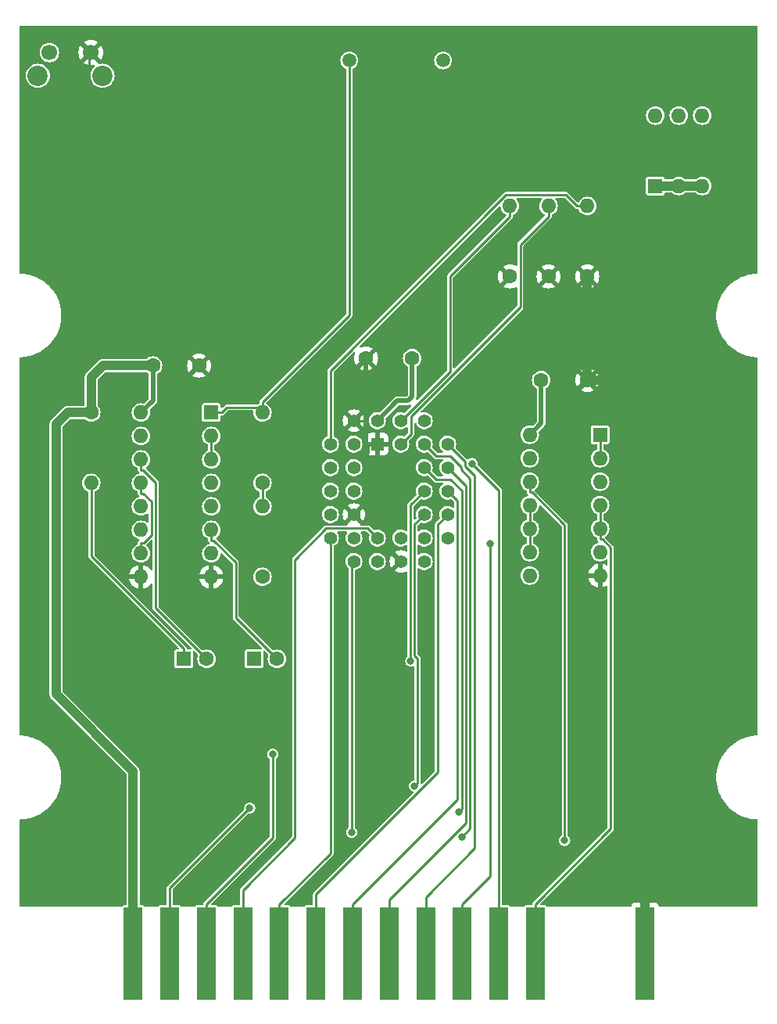
<source format=gbr>
G04 #@! TF.GenerationSoftware,KiCad,Pcbnew,8.0.2*
G04 #@! TF.CreationDate,2025-01-27T22:20:44+01:00*
G04 #@! TF.ProjectId,multicartridge-sst39sf010-topbutton,6d756c74-6963-4617-9274-72696467652d,rev?*
G04 #@! TF.SameCoordinates,Original*
G04 #@! TF.FileFunction,Copper,L1,Top*
G04 #@! TF.FilePolarity,Positive*
%FSLAX46Y46*%
G04 Gerber Fmt 4.6, Leading zero omitted, Abs format (unit mm)*
G04 Created by KiCad (PCBNEW 8.0.2) date 2025-01-27 22:20:44*
%MOMM*%
%LPD*%
G01*
G04 APERTURE LIST*
G04 #@! TA.AperFunction,ComponentPad*
%ADD10O,1.600000X1.600000*%
G04 #@! TD*
G04 #@! TA.AperFunction,ComponentPad*
%ADD11R,1.600000X1.600000*%
G04 #@! TD*
G04 #@! TA.AperFunction,ComponentPad*
%ADD12C,1.500000*%
G04 #@! TD*
G04 #@! TA.AperFunction,ComponentPad*
%ADD13C,2.200000*%
G04 #@! TD*
G04 #@! TA.AperFunction,ComponentPad*
%ADD14C,1.700000*%
G04 #@! TD*
G04 #@! TA.AperFunction,ComponentPad*
%ADD15C,1.600000*%
G04 #@! TD*
G04 #@! TA.AperFunction,SMDPad,CuDef*
%ADD16R,2.000000X10.000000*%
G04 #@! TD*
G04 #@! TA.AperFunction,ComponentPad*
%ADD17R,1.422400X1.422400*%
G04 #@! TD*
G04 #@! TA.AperFunction,ComponentPad*
%ADD18C,1.422400*%
G04 #@! TD*
G04 #@! TA.AperFunction,ViaPad*
%ADD19C,0.800000*%
G04 #@! TD*
G04 #@! TA.AperFunction,Conductor*
%ADD20C,0.250000*%
G04 #@! TD*
G04 #@! TA.AperFunction,Conductor*
%ADD21C,0.500000*%
G04 #@! TD*
G04 #@! TA.AperFunction,Conductor*
%ADD22C,1.000000*%
G04 #@! TD*
G04 APERTURE END LIST*
D10*
X56301000Y-80645000D03*
X56301000Y-83185000D03*
X56301000Y-85725000D03*
X56301000Y-88265000D03*
X56301000Y-90805000D03*
X56301000Y-93345000D03*
X56301000Y-95885000D03*
X56301000Y-98425000D03*
X63921000Y-98425000D03*
X63921000Y-95885000D03*
X63921000Y-93345000D03*
X63921000Y-90805000D03*
X63921000Y-88265000D03*
X63921000Y-85725000D03*
X63921000Y-83185000D03*
D11*
X63921000Y-80645000D03*
D12*
X89027000Y-42545000D03*
X78867000Y-42545000D03*
D13*
X52141000Y-44192000D03*
X45141000Y-44192000D03*
D14*
X50891000Y-41692000D03*
X46391000Y-41692000D03*
D10*
X69469000Y-90805000D03*
D15*
X69469000Y-98425000D03*
D10*
X50927000Y-88265000D03*
D15*
X50927000Y-80645000D03*
D10*
X69469000Y-80645000D03*
D15*
X69469000Y-88265000D03*
D11*
X68540600Y-107315000D03*
D15*
X71040600Y-107315000D03*
X62611000Y-75565000D03*
X57611000Y-75565000D03*
D11*
X60920600Y-107315000D03*
D15*
X63420600Y-107315000D03*
D11*
X112014000Y-56134000D03*
D10*
X114554000Y-56134000D03*
X117094000Y-56134000D03*
X117094000Y-48514000D03*
X114554000Y-48514000D03*
X112014000Y-48514000D03*
D11*
X106045000Y-83058000D03*
D10*
X106045000Y-85598000D03*
X106045000Y-88138000D03*
X106045000Y-90678000D03*
X106045000Y-93218000D03*
X106045000Y-95758000D03*
X106045000Y-98298000D03*
X98425000Y-98298000D03*
X98425000Y-95758000D03*
X98425000Y-93218000D03*
X98425000Y-90678000D03*
X98425000Y-88138000D03*
X98425000Y-85598000D03*
X98425000Y-83058000D03*
D15*
X99647000Y-77143000D03*
X104647000Y-77143000D03*
X85685000Y-74785000D03*
X80685000Y-74785000D03*
D16*
X55465000Y-139192000D03*
X59425000Y-139192000D03*
X63385000Y-139192000D03*
X67345000Y-139192000D03*
X71305000Y-139192000D03*
X75265000Y-139192000D03*
X79225000Y-139192000D03*
X83185000Y-139192000D03*
X87145000Y-139192000D03*
X91105000Y-139192000D03*
X95065000Y-139192000D03*
X99025000Y-139192000D03*
X110905000Y-139192000D03*
D15*
X100457000Y-65913000D03*
D10*
X100457000Y-58293000D03*
D15*
X96266000Y-65913000D03*
D10*
X96266000Y-58293000D03*
D15*
X104648000Y-65913000D03*
D10*
X104648000Y-58293000D03*
D17*
X81915000Y-84074000D03*
D18*
X84455000Y-81534000D03*
X84455000Y-84074000D03*
X86995000Y-81534000D03*
X89535000Y-84074000D03*
X86995000Y-84074000D03*
X89535000Y-86614000D03*
X86995000Y-86614000D03*
X89535000Y-89154000D03*
X86995000Y-89154000D03*
X89535000Y-91694000D03*
X86995000Y-91694000D03*
X89535000Y-94234000D03*
X86995000Y-96774000D03*
X86995000Y-94234000D03*
X84455000Y-96774000D03*
X84455000Y-94234000D03*
X81915000Y-96774000D03*
X81915000Y-94234000D03*
X79375000Y-96774000D03*
X76835000Y-94234000D03*
X79375000Y-94234000D03*
X76835000Y-91694000D03*
X79375000Y-91694000D03*
X76835000Y-89154000D03*
X79375000Y-89154000D03*
X76835000Y-86614000D03*
X79375000Y-86614000D03*
X76835000Y-84074000D03*
X79375000Y-81534000D03*
X79375000Y-84074000D03*
X81915000Y-81534000D03*
D19*
X102204100Y-126966500D03*
X79127600Y-126087400D03*
X85944200Y-121060500D03*
X85533400Y-107557800D03*
X90764400Y-123848900D03*
X91073300Y-126596500D03*
X92175200Y-86174500D03*
X94135900Y-94810900D03*
X70564000Y-117637700D03*
X68085700Y-123440200D03*
X110905000Y-123825000D03*
D20*
X56534100Y-89390100D02*
X56301000Y-89390100D01*
X57434500Y-90290500D02*
X56534100Y-89390100D01*
X57434500Y-93907700D02*
X57434500Y-90290500D01*
X56582300Y-94759900D02*
X57434500Y-93907700D01*
X56301000Y-94759900D02*
X56582300Y-94759900D01*
X56301000Y-95885000D02*
X56301000Y-94759900D01*
X56301000Y-88265000D02*
X56301000Y-89390100D01*
X78867000Y-70121900D02*
X69469000Y-79519900D01*
X78867000Y-42545000D02*
X78867000Y-70121900D01*
X69469000Y-80645000D02*
X69469000Y-80082400D01*
X69469000Y-80082400D02*
X69469000Y-79519900D01*
X65608700Y-80082400D02*
X65046100Y-80645000D01*
X69469000Y-80082400D02*
X65608700Y-80082400D01*
X63921000Y-80645000D02*
X65046100Y-80645000D01*
X64154100Y-94470100D02*
X63921000Y-94470100D01*
X66581900Y-96897900D02*
X64154100Y-94470100D01*
X66581900Y-102856300D02*
X66581900Y-96897900D01*
X71040600Y-107315000D02*
X66581900Y-102856300D01*
X63921000Y-93345000D02*
X63921000Y-94470100D01*
X50927000Y-96196300D02*
X50927000Y-88265000D01*
X60920600Y-106189900D02*
X50927000Y-96196300D01*
X60920600Y-107315000D02*
X60920600Y-106189900D01*
X56301000Y-85725000D02*
X56301000Y-86850100D01*
X56534100Y-86850100D02*
X56301000Y-86850100D01*
X57902400Y-88218400D02*
X56534100Y-86850100D01*
X57902400Y-101796800D02*
X57902400Y-88218400D01*
X63420600Y-107315000D02*
X57902400Y-101796800D01*
X96266000Y-58293000D02*
X96266000Y-59418100D01*
X89776600Y-76212400D02*
X84455000Y-81534000D01*
X89776600Y-65907500D02*
X89776600Y-76212400D01*
X96266000Y-59418100D02*
X89776600Y-65907500D01*
X98425000Y-90678000D02*
X98425000Y-93218000D01*
X98425000Y-93218000D02*
X98425000Y-95758000D01*
X97391200Y-62483900D02*
X100457000Y-59418100D01*
X97391200Y-69234500D02*
X97391200Y-62483900D01*
X85565700Y-81060000D02*
X97391200Y-69234500D01*
X85565700Y-82963300D02*
X85565700Y-81060000D01*
X84455000Y-84074000D02*
X85565700Y-82963300D01*
X100457000Y-58293000D02*
X100457000Y-59418100D01*
X76835000Y-76116700D02*
X76835000Y-84074000D01*
X95856400Y-57095300D02*
X76835000Y-76116700D01*
X102325200Y-57095300D02*
X95856400Y-57095300D01*
X103522900Y-58293000D02*
X102325200Y-57095300D01*
X104648000Y-58293000D02*
X103522900Y-58293000D01*
X106045000Y-85598000D02*
X106045000Y-83058000D01*
X106045000Y-93218000D02*
X106045000Y-90678000D01*
X106278100Y-94343100D02*
X106045000Y-94343100D01*
X107194500Y-95259500D02*
X106278100Y-94343100D01*
X107194500Y-125697400D02*
X107194500Y-95259500D01*
X99025000Y-133866900D02*
X107194500Y-125697400D01*
X99025000Y-139192000D02*
X99025000Y-133866900D01*
X106045000Y-93218000D02*
X106045000Y-94343100D01*
X98425000Y-88138000D02*
X98425000Y-89263100D01*
X102204100Y-92809100D02*
X102204100Y-126966500D01*
X98658100Y-89263100D02*
X102204100Y-92809100D01*
X98425000Y-89263100D02*
X98658100Y-89263100D01*
X79127600Y-97021400D02*
X79127600Y-126087400D01*
X79375000Y-96774000D02*
X79127600Y-97021400D01*
X85944200Y-92744800D02*
X86995000Y-91694000D01*
X85944200Y-106943100D02*
X85944200Y-92744800D01*
X86258500Y-107257400D02*
X85944200Y-106943100D01*
X86258500Y-120746200D02*
X86258500Y-107257400D01*
X85944200Y-121060500D02*
X86258500Y-120746200D01*
X85494000Y-107518400D02*
X85533400Y-107557800D01*
X85494000Y-90655000D02*
X85494000Y-107518400D01*
X86995000Y-89154000D02*
X85494000Y-90655000D01*
X91039500Y-123573800D02*
X90764400Y-123848900D01*
X91039500Y-89126900D02*
X91039500Y-123573800D01*
X89796600Y-87884000D02*
X91039500Y-89126900D01*
X88265000Y-87884000D02*
X89796600Y-87884000D01*
X86995000Y-86614000D02*
X88265000Y-87884000D01*
X91968600Y-125701200D02*
X91073300Y-126596500D01*
X91968600Y-87780800D02*
X91968600Y-125701200D01*
X91000000Y-86812200D02*
X91968600Y-87780800D01*
X91000000Y-86572000D02*
X91000000Y-86812200D01*
X89772000Y-85344000D02*
X91000000Y-86572000D01*
X88265000Y-85344000D02*
X89772000Y-85344000D01*
X86995000Y-84074000D02*
X88265000Y-85344000D01*
X95065000Y-89064300D02*
X95065000Y-139192000D01*
X92175200Y-86174500D02*
X95065000Y-89064300D01*
X94135900Y-130836000D02*
X91105000Y-133866900D01*
X94135900Y-94810900D02*
X94135900Y-130836000D01*
X91105000Y-139192000D02*
X91105000Y-133866900D01*
X87145000Y-133109300D02*
X87145000Y-139192000D01*
X92473600Y-127780700D02*
X87145000Y-133109300D01*
X92473600Y-87498200D02*
X92473600Y-127780700D01*
X91450100Y-86474700D02*
X92473600Y-87498200D01*
X91450100Y-85989100D02*
X91450100Y-86474700D01*
X89535000Y-84074000D02*
X91450100Y-85989100D01*
X83185000Y-139192000D02*
X83185000Y-133866900D01*
X83185000Y-133358800D02*
X83185000Y-133866900D01*
X91489700Y-125054100D02*
X83185000Y-133358800D01*
X91489700Y-88568700D02*
X91489700Y-125054100D01*
X89535000Y-86614000D02*
X91489700Y-88568700D01*
X79225000Y-139192000D02*
X79225000Y-133866900D01*
X90589400Y-122502500D02*
X79225000Y-133866900D01*
X90589400Y-90208400D02*
X90589400Y-122502500D01*
X89535000Y-89154000D02*
X90589400Y-90208400D01*
X75265000Y-132815300D02*
X75265000Y-139192000D01*
X88480200Y-119600100D02*
X75265000Y-132815300D01*
X88480200Y-92748800D02*
X88480200Y-119600100D01*
X89535000Y-91694000D02*
X88480200Y-92748800D01*
X71305000Y-139192000D02*
X71305000Y-133866900D01*
X76835000Y-128336900D02*
X71305000Y-133866900D01*
X76835000Y-94234000D02*
X76835000Y-128336900D01*
X67345000Y-132317300D02*
X67345000Y-139192000D01*
X72995600Y-126666700D02*
X67345000Y-132317300D01*
X72995600Y-96583400D02*
X72995600Y-126666700D01*
X76386800Y-93192200D02*
X72995600Y-96583400D01*
X80873200Y-93192200D02*
X76386800Y-93192200D01*
X81915000Y-94234000D02*
X80873200Y-93192200D01*
X63385000Y-139192000D02*
X63385000Y-133866900D01*
X70564000Y-126687900D02*
X70564000Y-117637700D01*
X63385000Y-133866900D02*
X70564000Y-126687900D01*
X59425000Y-132100900D02*
X59425000Y-139192000D01*
X68085700Y-123440200D02*
X59425000Y-132100900D01*
D21*
X57611000Y-79335000D02*
X57611000Y-75565000D01*
X56301000Y-80645000D02*
X57611000Y-79335000D01*
X99647000Y-81836000D02*
X99647000Y-77143000D01*
X98425000Y-83058000D02*
X99647000Y-81836000D01*
X85685000Y-78907000D02*
X85685000Y-74785000D01*
X85217000Y-79375000D02*
X85685000Y-78907000D01*
X84074000Y-79375000D02*
X85217000Y-79375000D01*
X81915000Y-81534000D02*
X84074000Y-79375000D01*
D22*
X52197000Y-75565000D02*
X57611000Y-75565000D01*
X50927000Y-76835000D02*
X52197000Y-75565000D01*
X50927000Y-80645000D02*
X50927000Y-76835000D01*
X48387000Y-80645000D02*
X50927000Y-80645000D01*
X47117000Y-81915000D02*
X48387000Y-80645000D01*
X47117000Y-111125000D02*
X47117000Y-81915000D01*
X55465000Y-119473000D02*
X47117000Y-111125000D01*
X55465000Y-139192000D02*
X55465000Y-119473000D01*
X112014000Y-56134000D02*
X114554000Y-56134000D01*
X114554000Y-56134000D02*
X117094000Y-56134000D01*
D20*
X69469000Y-88265000D02*
X69469000Y-90805000D01*
X63921000Y-83185000D02*
X63921000Y-85725000D01*
D22*
X110905000Y-139192000D02*
X110905000Y-123825000D01*
X109655000Y-77143000D02*
X104647000Y-77143000D01*
X110905000Y-78393000D02*
X109655000Y-77143000D01*
X110905000Y-123825000D02*
X110905000Y-78393000D01*
D21*
X61087000Y-77089000D02*
X62611000Y-75565000D01*
X61087000Y-97155000D02*
X61087000Y-77089000D01*
X62357000Y-98425000D02*
X61087000Y-97155000D01*
X63921000Y-98425000D02*
X62357000Y-98425000D01*
X102997000Y-78793000D02*
X104647000Y-77143000D01*
X102997000Y-97155000D02*
X102997000Y-78793000D01*
X104140000Y-98298000D02*
X102997000Y-97155000D01*
X106045000Y-98298000D02*
X104140000Y-98298000D01*
D22*
X104647000Y-65914000D02*
X104648000Y-65913000D01*
X104647000Y-77143000D02*
X104647000Y-65914000D01*
D20*
X79375000Y-81534000D02*
X80685000Y-81534000D01*
D21*
X80685000Y-81534000D02*
X80685000Y-74785000D01*
D20*
X80685000Y-90384000D02*
X80685000Y-90083000D01*
X79375000Y-91694000D02*
X80685000Y-90384000D01*
D21*
X83293800Y-92691800D02*
X80685000Y-90083000D01*
X83293800Y-95612800D02*
X83293800Y-92691800D01*
X84455000Y-96774000D02*
X83293800Y-95612800D01*
D20*
X50676000Y-63630000D02*
X62611000Y-75565000D01*
X50676000Y-41907000D02*
X50676000Y-63630000D01*
X50891000Y-41692000D02*
X50676000Y-41907000D01*
D21*
X80685000Y-90083000D02*
X80685000Y-85230900D01*
X80685000Y-85230900D02*
X80685000Y-81534000D01*
D20*
X80878700Y-85037200D02*
X80878700Y-84074000D01*
X80685000Y-85230900D02*
X80878700Y-85037200D01*
X81915000Y-84074000D02*
X80878700Y-84074000D01*
G04 #@! TA.AperFunction,Conductor*
G36*
X99683369Y-57440485D02*
G01*
X99729124Y-57493289D01*
X99739068Y-57562447D01*
X99712183Y-57623465D01*
X99621090Y-57734460D01*
X99621086Y-57734467D01*
X99528188Y-57908266D01*
X99470975Y-58096870D01*
X99451659Y-58293000D01*
X99470975Y-58489129D01*
X99472107Y-58492862D01*
X99503489Y-58596314D01*
X99528188Y-58677733D01*
X99621086Y-58851532D01*
X99621090Y-58851539D01*
X99746116Y-59003883D01*
X99852131Y-59090887D01*
X99898462Y-59128910D01*
X100003470Y-59185038D01*
X100053312Y-59233999D01*
X100068773Y-59302136D01*
X100044942Y-59367816D01*
X100032696Y-59382076D01*
X97130737Y-62284035D01*
X97130733Y-62284041D01*
X97087881Y-62358261D01*
X97087882Y-62358262D01*
X97065700Y-62441047D01*
X97065700Y-64656873D01*
X97046015Y-64723912D01*
X96993211Y-64769667D01*
X96924053Y-64779611D01*
X96889296Y-64769255D01*
X96712331Y-64686735D01*
X96712317Y-64686730D01*
X96492610Y-64627860D01*
X96492599Y-64627858D01*
X96266002Y-64608034D01*
X96265998Y-64608034D01*
X96039400Y-64627858D01*
X96039389Y-64627860D01*
X95819682Y-64686730D01*
X95819673Y-64686734D01*
X95613516Y-64782866D01*
X95613512Y-64782868D01*
X95540526Y-64833973D01*
X95540526Y-64833974D01*
X96219553Y-65513000D01*
X96213339Y-65513000D01*
X96111606Y-65540259D01*
X96020394Y-65592920D01*
X95945920Y-65667394D01*
X95893259Y-65758606D01*
X95866000Y-65860339D01*
X95866000Y-65866552D01*
X95186974Y-65187526D01*
X95186973Y-65187526D01*
X95135868Y-65260512D01*
X95135866Y-65260516D01*
X95039734Y-65466673D01*
X95039730Y-65466682D01*
X94980860Y-65686389D01*
X94980858Y-65686400D01*
X94961034Y-65912997D01*
X94961034Y-65913002D01*
X94980858Y-66139599D01*
X94980860Y-66139610D01*
X95039730Y-66359317D01*
X95039735Y-66359331D01*
X95135863Y-66565478D01*
X95186974Y-66638472D01*
X95866000Y-65959446D01*
X95866000Y-65965661D01*
X95893259Y-66067394D01*
X95945920Y-66158606D01*
X96020394Y-66233080D01*
X96111606Y-66285741D01*
X96213339Y-66313000D01*
X96219551Y-66313000D01*
X95540526Y-66992025D01*
X95613513Y-67043132D01*
X95613521Y-67043136D01*
X95819668Y-67139264D01*
X95819682Y-67139269D01*
X96039389Y-67198139D01*
X96039400Y-67198141D01*
X96265998Y-67217966D01*
X96266002Y-67217966D01*
X96492599Y-67198141D01*
X96492610Y-67198139D01*
X96712317Y-67139269D01*
X96712326Y-67139265D01*
X96889295Y-67056744D01*
X96958373Y-67046252D01*
X97022157Y-67074772D01*
X97060396Y-67133248D01*
X97065700Y-67169126D01*
X97065700Y-69048311D01*
X97046015Y-69115350D01*
X97029381Y-69135992D01*
X90313781Y-75851592D01*
X90252458Y-75885077D01*
X90182766Y-75880093D01*
X90126833Y-75838221D01*
X90102416Y-75772757D01*
X90102100Y-75763911D01*
X90102100Y-66093689D01*
X90121785Y-66026650D01*
X90138419Y-66006008D01*
X92709989Y-63434438D01*
X96526465Y-59617962D01*
X96569317Y-59543739D01*
X96569318Y-59543738D01*
X96591500Y-59460953D01*
X96591500Y-59327794D01*
X96611185Y-59260755D01*
X96657047Y-59218436D01*
X96719534Y-59185036D01*
X96824538Y-59128910D01*
X96976883Y-59003883D01*
X97101910Y-58851538D01*
X97194814Y-58677727D01*
X97252024Y-58489132D01*
X97271341Y-58293000D01*
X97252024Y-58096868D01*
X97194814Y-57908273D01*
X97194811Y-57908269D01*
X97194811Y-57908266D01*
X97101913Y-57734467D01*
X97101909Y-57734460D01*
X97010817Y-57623465D01*
X96983504Y-57559155D01*
X96995295Y-57490288D01*
X97042447Y-57438727D01*
X97106670Y-57420800D01*
X99616330Y-57420800D01*
X99683369Y-57440485D01*
G37*
G04 #@! TD.AperFunction*
G04 #@! TA.AperFunction,Conductor*
G36*
X123064539Y-38780185D02*
G01*
X123110294Y-38832989D01*
X123121500Y-38884500D01*
X123121500Y-65495500D01*
X123101815Y-65562539D01*
X123049011Y-65608294D01*
X122997500Y-65619500D01*
X122937774Y-65619500D01*
X122862401Y-65626484D01*
X122521114Y-65658108D01*
X122521113Y-65658109D01*
X122521109Y-65658109D01*
X122521106Y-65658110D01*
X122369826Y-65686389D01*
X122109770Y-65735001D01*
X121707301Y-65849515D01*
X121317102Y-66000678D01*
X120942519Y-66187199D01*
X120586741Y-66407487D01*
X120252816Y-66659655D01*
X120252807Y-66659662D01*
X119943570Y-66941570D01*
X119661662Y-67250807D01*
X119661655Y-67250816D01*
X119409487Y-67584741D01*
X119189199Y-67940519D01*
X119002678Y-68315102D01*
X118851515Y-68705301D01*
X118737001Y-69107770D01*
X118660109Y-69519113D01*
X118660108Y-69519114D01*
X118621500Y-69935776D01*
X118621500Y-70354223D01*
X118660108Y-70770885D01*
X118660109Y-70770886D01*
X118660110Y-70770894D01*
X118737000Y-71182222D01*
X118737002Y-71182229D01*
X118737001Y-71182229D01*
X118851515Y-71584698D01*
X118851514Y-71584698D01*
X119002678Y-71974897D01*
X119189199Y-72349481D01*
X119282719Y-72500521D01*
X119409487Y-72705258D01*
X119661655Y-73039183D01*
X119661662Y-73039192D01*
X119771293Y-73159451D01*
X119943570Y-73348430D01*
X120057051Y-73451881D01*
X120252807Y-73630337D01*
X120252816Y-73630344D01*
X120352966Y-73705974D01*
X120586743Y-73882514D01*
X120942519Y-74102801D01*
X121317103Y-74289322D01*
X121707299Y-74440484D01*
X121867179Y-74485974D01*
X122109770Y-74554998D01*
X122109772Y-74554998D01*
X122109778Y-74555000D01*
X122521106Y-74631890D01*
X122521113Y-74631890D01*
X122521114Y-74631891D01*
X122662585Y-74645000D01*
X122937774Y-74670500D01*
X122997500Y-74670500D01*
X123064539Y-74690185D01*
X123110294Y-74742989D01*
X123121500Y-74794500D01*
X123121500Y-77834438D01*
X123121501Y-83434439D01*
X123121501Y-94834438D01*
X123121500Y-100446437D01*
X123121500Y-115495500D01*
X123101815Y-115562539D01*
X123049011Y-115608294D01*
X122997500Y-115619500D01*
X122937774Y-115619500D01*
X122862401Y-115626484D01*
X122521114Y-115658108D01*
X122521113Y-115658109D01*
X122521109Y-115658109D01*
X122521106Y-115658110D01*
X122363262Y-115687615D01*
X122109770Y-115735001D01*
X121707301Y-115849515D01*
X121317102Y-116000678D01*
X120942519Y-116187199D01*
X120586741Y-116407487D01*
X120252816Y-116659655D01*
X120252807Y-116659662D01*
X119943570Y-116941570D01*
X119661662Y-117250807D01*
X119661655Y-117250816D01*
X119409487Y-117584741D01*
X119189199Y-117940519D01*
X119002678Y-118315102D01*
X118851515Y-118705301D01*
X118737001Y-119107770D01*
X118706924Y-119268672D01*
X118679775Y-119413910D01*
X118660109Y-119519113D01*
X118660108Y-119519114D01*
X118621500Y-119935776D01*
X118621500Y-120354223D01*
X118660108Y-120770885D01*
X118660109Y-120770886D01*
X118660110Y-120770894D01*
X118737000Y-121182222D01*
X118737002Y-121182229D01*
X118737001Y-121182229D01*
X118851515Y-121584698D01*
X118851514Y-121584698D01*
X118947140Y-121831536D01*
X119002678Y-121974897D01*
X119189199Y-122349481D01*
X119210170Y-122383350D01*
X119409487Y-122705258D01*
X119661655Y-123039183D01*
X119661662Y-123039192D01*
X119771293Y-123159451D01*
X119943570Y-123348430D01*
X120118629Y-123508017D01*
X120252807Y-123630337D01*
X120252816Y-123630344D01*
X120327351Y-123686630D01*
X120586743Y-123882514D01*
X120942519Y-124102801D01*
X121317103Y-124289322D01*
X121707299Y-124440484D01*
X121978252Y-124517577D01*
X122109770Y-124554998D01*
X122109772Y-124554998D01*
X122109778Y-124555000D01*
X122521106Y-124631890D01*
X122521113Y-124631890D01*
X122521114Y-124631891D01*
X122662585Y-124645000D01*
X122937774Y-124670500D01*
X122997500Y-124670500D01*
X123064539Y-124690185D01*
X123110294Y-124742989D01*
X123121500Y-124794500D01*
X123121500Y-133995500D01*
X123101815Y-134062539D01*
X123049011Y-134108294D01*
X122997500Y-134119500D01*
X114797438Y-134119500D01*
X114777012Y-134127961D01*
X114729559Y-134137400D01*
X112504378Y-134137400D01*
X112437339Y-134117715D01*
X112391584Y-134064911D01*
X112388196Y-134056734D01*
X112348353Y-133949911D01*
X112348350Y-133949906D01*
X112262190Y-133834812D01*
X112262187Y-133834809D01*
X112147093Y-133748649D01*
X112147086Y-133748645D01*
X112012379Y-133698403D01*
X112012372Y-133698401D01*
X111952844Y-133692000D01*
X111155000Y-133692000D01*
X111155000Y-134137400D01*
X110655000Y-134137400D01*
X110655000Y-133692000D01*
X109857155Y-133692000D01*
X109797627Y-133698401D01*
X109797620Y-133698403D01*
X109662913Y-133748645D01*
X109662906Y-133748649D01*
X109547812Y-133834809D01*
X109547809Y-133834812D01*
X109461649Y-133949906D01*
X109461646Y-133949911D01*
X109421804Y-134056734D01*
X109379932Y-134112667D01*
X109314468Y-134137084D01*
X109305622Y-134137400D01*
X100295936Y-134137400D01*
X100228897Y-134117715D01*
X100192834Y-134082291D01*
X100169552Y-134047447D01*
X100103230Y-134003132D01*
X100103229Y-134003131D01*
X100044752Y-133991500D01*
X100044748Y-133991500D01*
X99660089Y-133991500D01*
X99593050Y-133971815D01*
X99547295Y-133919011D01*
X99537351Y-133849853D01*
X99566376Y-133786297D01*
X99572408Y-133779819D01*
X100848738Y-132503489D01*
X107384152Y-125968072D01*
X107384157Y-125968069D01*
X107394360Y-125957865D01*
X107394362Y-125957865D01*
X107454965Y-125897262D01*
X107495624Y-125826839D01*
X107497818Y-125823039D01*
X107520001Y-125740253D01*
X107520001Y-125654547D01*
X107520001Y-125646952D01*
X107520000Y-125646934D01*
X107520000Y-95216649D01*
X107520000Y-95216647D01*
X107497818Y-95133862D01*
X107471372Y-95088056D01*
X107454969Y-95059644D01*
X107454963Y-95059636D01*
X106615530Y-94220203D01*
X106582045Y-94158880D01*
X106587029Y-94089188D01*
X106624546Y-94036669D01*
X106755883Y-93928883D01*
X106811489Y-93861127D01*
X106880910Y-93776538D01*
X106973814Y-93602727D01*
X107031024Y-93414132D01*
X107050341Y-93218000D01*
X107031024Y-93021868D01*
X106973814Y-92833273D01*
X106973811Y-92833269D01*
X106973811Y-92833266D01*
X106880913Y-92659467D01*
X106880909Y-92659460D01*
X106755883Y-92507116D01*
X106603539Y-92382090D01*
X106603532Y-92382085D01*
X106436047Y-92292563D01*
X106386202Y-92243601D01*
X106370500Y-92183205D01*
X106370500Y-91712794D01*
X106390185Y-91645755D01*
X106436047Y-91603436D01*
X106555464Y-91539606D01*
X106603538Y-91513910D01*
X106755883Y-91388883D01*
X106880910Y-91236538D01*
X106973814Y-91062727D01*
X107031024Y-90874132D01*
X107050341Y-90678000D01*
X107031024Y-90481868D01*
X106973814Y-90293273D01*
X106973811Y-90293269D01*
X106973811Y-90293266D01*
X106880913Y-90119467D01*
X106880909Y-90119460D01*
X106755883Y-89967116D01*
X106603539Y-89842090D01*
X106603532Y-89842086D01*
X106429733Y-89749188D01*
X106429727Y-89749186D01*
X106254559Y-89696049D01*
X106241129Y-89691975D01*
X106045000Y-89672659D01*
X105848870Y-89691975D01*
X105660266Y-89749188D01*
X105486467Y-89842086D01*
X105486460Y-89842090D01*
X105334116Y-89967116D01*
X105209090Y-90119460D01*
X105209086Y-90119467D01*
X105116188Y-90293266D01*
X105058975Y-90481870D01*
X105039659Y-90678000D01*
X105058975Y-90874129D01*
X105066852Y-90900095D01*
X105106951Y-91032285D01*
X105116188Y-91062733D01*
X105209086Y-91236532D01*
X105209090Y-91236539D01*
X105334116Y-91388883D01*
X105486460Y-91513909D01*
X105486467Y-91513913D01*
X105653953Y-91603436D01*
X105703797Y-91652398D01*
X105719500Y-91712794D01*
X105719500Y-92183205D01*
X105699815Y-92250244D01*
X105653953Y-92292563D01*
X105486467Y-92382085D01*
X105486460Y-92382090D01*
X105334116Y-92507116D01*
X105209090Y-92659460D01*
X105209086Y-92659467D01*
X105116188Y-92833266D01*
X105058975Y-93021870D01*
X105039659Y-93218000D01*
X105058975Y-93414129D01*
X105066852Y-93440095D01*
X105101023Y-93552743D01*
X105116188Y-93602733D01*
X105209086Y-93776532D01*
X105209090Y-93776539D01*
X105334116Y-93928883D01*
X105486460Y-94053909D01*
X105486467Y-94053913D01*
X105653953Y-94143436D01*
X105703797Y-94192398D01*
X105719500Y-94252794D01*
X105719500Y-94385953D01*
X105732482Y-94434400D01*
X105741682Y-94468737D01*
X105741685Y-94468744D01*
X105784530Y-94542955D01*
X105784536Y-94542963D01*
X105828933Y-94587360D01*
X105862418Y-94648683D01*
X105857434Y-94718375D01*
X105815562Y-94774308D01*
X105777248Y-94793701D01*
X105660271Y-94829186D01*
X105486467Y-94922086D01*
X105486460Y-94922090D01*
X105334116Y-95047116D01*
X105209090Y-95199460D01*
X105209086Y-95199467D01*
X105116188Y-95373266D01*
X105058975Y-95561870D01*
X105039659Y-95758000D01*
X105058975Y-95954129D01*
X105058976Y-95954132D01*
X105101023Y-96092743D01*
X105116188Y-96142733D01*
X105209086Y-96316532D01*
X105209090Y-96316539D01*
X105334116Y-96468883D01*
X105486460Y-96593909D01*
X105486467Y-96593913D01*
X105660266Y-96686811D01*
X105660269Y-96686811D01*
X105660273Y-96686814D01*
X105848868Y-96744024D01*
X106045000Y-96763341D01*
X106241132Y-96744024D01*
X106429727Y-96686814D01*
X106438908Y-96681907D01*
X106555464Y-96619606D01*
X106603538Y-96593910D01*
X106641363Y-96562868D01*
X106666335Y-96542374D01*
X106730645Y-96515061D01*
X106799512Y-96526852D01*
X106851073Y-96574004D01*
X106869000Y-96638227D01*
X106869000Y-97053204D01*
X106849315Y-97120243D01*
X106796511Y-97165998D01*
X106727353Y-97175942D01*
X106692596Y-97165586D01*
X106491330Y-97071735D01*
X106295000Y-97019127D01*
X106295000Y-97982314D01*
X106290606Y-97977920D01*
X106199394Y-97925259D01*
X106097661Y-97898000D01*
X105992339Y-97898000D01*
X105890606Y-97925259D01*
X105799394Y-97977920D01*
X105795000Y-97982314D01*
X105795000Y-97019127D01*
X105598671Y-97071734D01*
X105392517Y-97167865D01*
X105206179Y-97298342D01*
X105045342Y-97459179D01*
X104914865Y-97645517D01*
X104818734Y-97851673D01*
X104818730Y-97851682D01*
X104766127Y-98047999D01*
X104766128Y-98048000D01*
X105729314Y-98048000D01*
X105724920Y-98052394D01*
X105672259Y-98143606D01*
X105645000Y-98245339D01*
X105645000Y-98350661D01*
X105672259Y-98452394D01*
X105724920Y-98543606D01*
X105729314Y-98548000D01*
X104766128Y-98548000D01*
X104818730Y-98744317D01*
X104818734Y-98744326D01*
X104914865Y-98950482D01*
X105045342Y-99136820D01*
X105206179Y-99297657D01*
X105392517Y-99428134D01*
X105598673Y-99524265D01*
X105598682Y-99524269D01*
X105794999Y-99576872D01*
X105795000Y-99576871D01*
X105795000Y-98613686D01*
X105799394Y-98618080D01*
X105890606Y-98670741D01*
X105992339Y-98698000D01*
X106097661Y-98698000D01*
X106199394Y-98670741D01*
X106290606Y-98618080D01*
X106295000Y-98613686D01*
X106295000Y-99576872D01*
X106491317Y-99524269D01*
X106491326Y-99524265D01*
X106692595Y-99430413D01*
X106761673Y-99419921D01*
X106825457Y-99448441D01*
X106863696Y-99506917D01*
X106869000Y-99542795D01*
X106869000Y-125511211D01*
X106849315Y-125578250D01*
X106832681Y-125598892D01*
X98764537Y-133667035D01*
X98764533Y-133667041D01*
X98721681Y-133741261D01*
X98721682Y-133741262D01*
X98699500Y-133824047D01*
X98699500Y-133867500D01*
X98679815Y-133934539D01*
X98627011Y-133980294D01*
X98575500Y-133991500D01*
X98005247Y-133991500D01*
X97946770Y-134003131D01*
X97946769Y-134003132D01*
X97880447Y-134047447D01*
X97857166Y-134082291D01*
X97803553Y-134127096D01*
X97754064Y-134137400D01*
X96335936Y-134137400D01*
X96268897Y-134117715D01*
X96232834Y-134082291D01*
X96209552Y-134047447D01*
X96143230Y-134003132D01*
X96143229Y-134003131D01*
X96084752Y-133991500D01*
X96084748Y-133991500D01*
X95514500Y-133991500D01*
X95447461Y-133971815D01*
X95401706Y-133919011D01*
X95390500Y-133867500D01*
X95390500Y-98298000D01*
X97419659Y-98298000D01*
X97438975Y-98494129D01*
X97438976Y-98494132D01*
X97476575Y-98618080D01*
X97496188Y-98682733D01*
X97589086Y-98856532D01*
X97589090Y-98856539D01*
X97714116Y-99008883D01*
X97866460Y-99133909D01*
X97866467Y-99133913D01*
X98040266Y-99226811D01*
X98040269Y-99226811D01*
X98040273Y-99226814D01*
X98228868Y-99284024D01*
X98425000Y-99303341D01*
X98621132Y-99284024D01*
X98809727Y-99226814D01*
X98983538Y-99133910D01*
X99135883Y-99008883D01*
X99260910Y-98856538D01*
X99320893Y-98744317D01*
X99353811Y-98682733D01*
X99353811Y-98682732D01*
X99353814Y-98682727D01*
X99411024Y-98494132D01*
X99430341Y-98298000D01*
X99411024Y-98101868D01*
X99353814Y-97913273D01*
X99353811Y-97913269D01*
X99353811Y-97913266D01*
X99260913Y-97739467D01*
X99260909Y-97739460D01*
X99135883Y-97587116D01*
X98983539Y-97462090D01*
X98983532Y-97462086D01*
X98809733Y-97369188D01*
X98809727Y-97369186D01*
X98623967Y-97312836D01*
X98621129Y-97311975D01*
X98425000Y-97292659D01*
X98228870Y-97311975D01*
X98040266Y-97369188D01*
X97866467Y-97462086D01*
X97866460Y-97462090D01*
X97714116Y-97587116D01*
X97589090Y-97739460D01*
X97589086Y-97739467D01*
X97496188Y-97913266D01*
X97438975Y-98101870D01*
X97419659Y-98298000D01*
X95390500Y-98298000D01*
X95390500Y-89021449D01*
X95390500Y-89021447D01*
X95368318Y-88938662D01*
X95368314Y-88938655D01*
X95325469Y-88864444D01*
X95325463Y-88864436D01*
X94599027Y-88138000D01*
X97419659Y-88138000D01*
X97438975Y-88334129D01*
X97438976Y-88334132D01*
X97481023Y-88472743D01*
X97496188Y-88522733D01*
X97589086Y-88696532D01*
X97589090Y-88696539D01*
X97714116Y-88848883D01*
X97866460Y-88973909D01*
X97866467Y-88973913D01*
X98033953Y-89063436D01*
X98083797Y-89112398D01*
X98099500Y-89172794D01*
X98099500Y-89220247D01*
X98099500Y-89305953D01*
X98109856Y-89344600D01*
X98121682Y-89388737D01*
X98121685Y-89388744D01*
X98164530Y-89462955D01*
X98164536Y-89462963D01*
X98208933Y-89507360D01*
X98242418Y-89568683D01*
X98237434Y-89638375D01*
X98195562Y-89694308D01*
X98157248Y-89713701D01*
X98040271Y-89749186D01*
X97866467Y-89842086D01*
X97866460Y-89842090D01*
X97714116Y-89967116D01*
X97589090Y-90119460D01*
X97589086Y-90119467D01*
X97496188Y-90293266D01*
X97438975Y-90481870D01*
X97419659Y-90678000D01*
X97438975Y-90874129D01*
X97446852Y-90900095D01*
X97486951Y-91032285D01*
X97496188Y-91062733D01*
X97589086Y-91236532D01*
X97589090Y-91236539D01*
X97714116Y-91388883D01*
X97866460Y-91513909D01*
X97866467Y-91513913D01*
X98033953Y-91603436D01*
X98083797Y-91652398D01*
X98099500Y-91712794D01*
X98099500Y-92183205D01*
X98079815Y-92250244D01*
X98033953Y-92292563D01*
X97866467Y-92382085D01*
X97866460Y-92382090D01*
X97714116Y-92507116D01*
X97589090Y-92659460D01*
X97589086Y-92659467D01*
X97496188Y-92833266D01*
X97438975Y-93021870D01*
X97419659Y-93218000D01*
X97438975Y-93414129D01*
X97446852Y-93440095D01*
X97481023Y-93552743D01*
X97496188Y-93602733D01*
X97589086Y-93776532D01*
X97589090Y-93776539D01*
X97714116Y-93928883D01*
X97866460Y-94053909D01*
X97866467Y-94053913D01*
X98033953Y-94143436D01*
X98083797Y-94192398D01*
X98099500Y-94252794D01*
X98099500Y-94723205D01*
X98079815Y-94790244D01*
X98033953Y-94832563D01*
X97866467Y-94922085D01*
X97866460Y-94922090D01*
X97714116Y-95047116D01*
X97589090Y-95199460D01*
X97589086Y-95199467D01*
X97496188Y-95373266D01*
X97438975Y-95561870D01*
X97419659Y-95758000D01*
X97438975Y-95954129D01*
X97438976Y-95954132D01*
X97481023Y-96092743D01*
X97496188Y-96142733D01*
X97589086Y-96316532D01*
X97589090Y-96316539D01*
X97714116Y-96468883D01*
X97866460Y-96593909D01*
X97866467Y-96593913D01*
X98040266Y-96686811D01*
X98040269Y-96686811D01*
X98040273Y-96686814D01*
X98228868Y-96744024D01*
X98425000Y-96763341D01*
X98621132Y-96744024D01*
X98809727Y-96686814D01*
X98818908Y-96681907D01*
X98935464Y-96619606D01*
X98983538Y-96593910D01*
X99135883Y-96468883D01*
X99260910Y-96316538D01*
X99353814Y-96142727D01*
X99411024Y-95954132D01*
X99430341Y-95758000D01*
X99411024Y-95561868D01*
X99353814Y-95373273D01*
X99353811Y-95373269D01*
X99353811Y-95373266D01*
X99260913Y-95199467D01*
X99260909Y-95199460D01*
X99135883Y-95047116D01*
X98983539Y-94922090D01*
X98983532Y-94922085D01*
X98816047Y-94832563D01*
X98766202Y-94783601D01*
X98750500Y-94723205D01*
X98750500Y-94252794D01*
X98770185Y-94185755D01*
X98816047Y-94143436D01*
X98882985Y-94107657D01*
X98983538Y-94053910D01*
X99135883Y-93928883D01*
X99260910Y-93776538D01*
X99353814Y-93602727D01*
X99411024Y-93414132D01*
X99430341Y-93218000D01*
X99411024Y-93021868D01*
X99353814Y-92833273D01*
X99353811Y-92833269D01*
X99353811Y-92833266D01*
X99260913Y-92659467D01*
X99260909Y-92659460D01*
X99135883Y-92507116D01*
X98983539Y-92382090D01*
X98983532Y-92382085D01*
X98816047Y-92292563D01*
X98766202Y-92243601D01*
X98750500Y-92183205D01*
X98750500Y-91712794D01*
X98770185Y-91645755D01*
X98816047Y-91603436D01*
X98935464Y-91539606D01*
X98983538Y-91513910D01*
X99135883Y-91388883D01*
X99260910Y-91236538D01*
X99353814Y-91062727D01*
X99411024Y-90874132D01*
X99420991Y-90772928D01*
X99447151Y-90708142D01*
X99504186Y-90667783D01*
X99573986Y-90664666D01*
X99632075Y-90697402D01*
X101842281Y-92907608D01*
X101875766Y-92968931D01*
X101878600Y-92995289D01*
X101878600Y-126398199D01*
X101858915Y-126465238D01*
X101830088Y-126496574D01*
X101775820Y-126538215D01*
X101679563Y-126663660D01*
X101619056Y-126809737D01*
X101619055Y-126809739D01*
X101598418Y-126966498D01*
X101598418Y-126966501D01*
X101619055Y-127123260D01*
X101619056Y-127123262D01*
X101679564Y-127269341D01*
X101775818Y-127394782D01*
X101901259Y-127491036D01*
X102047338Y-127551544D01*
X102125719Y-127561863D01*
X102204099Y-127572182D01*
X102204100Y-127572182D01*
X102204101Y-127572182D01*
X102256354Y-127565302D01*
X102360862Y-127551544D01*
X102506941Y-127491036D01*
X102632382Y-127394782D01*
X102728636Y-127269341D01*
X102789144Y-127123262D01*
X102809782Y-126966500D01*
X102789144Y-126809738D01*
X102728636Y-126663659D01*
X102632382Y-126538218D01*
X102632380Y-126538216D01*
X102632379Y-126538215D01*
X102578112Y-126496574D01*
X102536910Y-126440146D01*
X102529600Y-126398199D01*
X102529600Y-92766249D01*
X102529600Y-92766247D01*
X102507418Y-92683462D01*
X102478929Y-92634117D01*
X102464569Y-92609244D01*
X102464563Y-92609236D01*
X98995530Y-89140203D01*
X98962045Y-89078880D01*
X98967029Y-89009188D01*
X99004546Y-88956669D01*
X99026488Y-88938662D01*
X99135883Y-88848883D01*
X99260910Y-88696538D01*
X99353814Y-88522727D01*
X99411024Y-88334132D01*
X99430341Y-88138000D01*
X105039659Y-88138000D01*
X105058975Y-88334129D01*
X105058976Y-88334132D01*
X105101023Y-88472743D01*
X105116188Y-88522733D01*
X105209086Y-88696532D01*
X105209090Y-88696539D01*
X105334116Y-88848883D01*
X105486460Y-88973909D01*
X105486467Y-88973913D01*
X105660266Y-89066811D01*
X105660269Y-89066811D01*
X105660273Y-89066814D01*
X105848868Y-89124024D01*
X106045000Y-89143341D01*
X106241132Y-89124024D01*
X106429727Y-89066814D01*
X106603538Y-88973910D01*
X106755883Y-88848883D01*
X106880910Y-88696538D01*
X106973814Y-88522727D01*
X107031024Y-88334132D01*
X107050341Y-88138000D01*
X107031024Y-87941868D01*
X106973814Y-87753273D01*
X106973811Y-87753269D01*
X106973811Y-87753266D01*
X106880913Y-87579467D01*
X106880909Y-87579460D01*
X106755883Y-87427116D01*
X106603539Y-87302090D01*
X106603532Y-87302086D01*
X106429733Y-87209188D01*
X106429727Y-87209186D01*
X106303997Y-87171046D01*
X106241129Y-87151975D01*
X106045000Y-87132659D01*
X105848870Y-87151975D01*
X105660266Y-87209188D01*
X105486467Y-87302086D01*
X105486460Y-87302090D01*
X105334116Y-87427116D01*
X105209090Y-87579460D01*
X105209086Y-87579467D01*
X105116188Y-87753266D01*
X105058975Y-87941870D01*
X105039659Y-88138000D01*
X99430341Y-88138000D01*
X99411024Y-87941868D01*
X99353814Y-87753273D01*
X99353811Y-87753269D01*
X99353811Y-87753266D01*
X99260913Y-87579467D01*
X99260909Y-87579460D01*
X99135883Y-87427116D01*
X98983539Y-87302090D01*
X98983532Y-87302086D01*
X98809733Y-87209188D01*
X98809727Y-87209186D01*
X98683997Y-87171046D01*
X98621129Y-87151975D01*
X98425000Y-87132659D01*
X98228870Y-87151975D01*
X98040266Y-87209188D01*
X97866467Y-87302086D01*
X97866460Y-87302090D01*
X97714116Y-87427116D01*
X97589090Y-87579460D01*
X97589086Y-87579467D01*
X97496188Y-87753266D01*
X97438975Y-87941870D01*
X97419659Y-88138000D01*
X94599027Y-88138000D01*
X92807211Y-86346184D01*
X92773726Y-86284861D01*
X92771953Y-86242316D01*
X92772109Y-86241136D01*
X92780882Y-86174500D01*
X92778517Y-86156539D01*
X92760244Y-86017739D01*
X92760244Y-86017738D01*
X92699736Y-85871659D01*
X92603482Y-85746218D01*
X92478041Y-85649964D01*
X92368194Y-85604464D01*
X92352589Y-85598000D01*
X97419659Y-85598000D01*
X97438975Y-85794129D01*
X97438976Y-85794132D01*
X97481023Y-85932743D01*
X97496188Y-85982733D01*
X97589086Y-86156532D01*
X97589090Y-86156539D01*
X97714116Y-86308883D01*
X97866460Y-86433909D01*
X97866467Y-86433913D01*
X98040266Y-86526811D01*
X98040269Y-86526811D01*
X98040273Y-86526814D01*
X98228868Y-86584024D01*
X98425000Y-86603341D01*
X98621132Y-86584024D01*
X98809727Y-86526814D01*
X98983538Y-86433910D01*
X99135883Y-86308883D01*
X99260910Y-86156538D01*
X99353814Y-85982727D01*
X99411024Y-85794132D01*
X99430341Y-85598000D01*
X105039659Y-85598000D01*
X105058975Y-85794129D01*
X105058976Y-85794132D01*
X105101023Y-85932743D01*
X105116188Y-85982733D01*
X105209086Y-86156532D01*
X105209090Y-86156539D01*
X105334116Y-86308883D01*
X105486460Y-86433909D01*
X105486467Y-86433913D01*
X105660266Y-86526811D01*
X105660269Y-86526811D01*
X105660273Y-86526814D01*
X105848868Y-86584024D01*
X106045000Y-86603341D01*
X106241132Y-86584024D01*
X106429727Y-86526814D01*
X106603538Y-86433910D01*
X106755883Y-86308883D01*
X106880910Y-86156538D01*
X106973814Y-85982727D01*
X107031024Y-85794132D01*
X107050341Y-85598000D01*
X107031024Y-85401868D01*
X106973814Y-85213273D01*
X106973811Y-85213269D01*
X106973811Y-85213266D01*
X106880913Y-85039467D01*
X106880909Y-85039460D01*
X106755883Y-84887116D01*
X106603539Y-84762090D01*
X106603532Y-84762085D01*
X106436047Y-84672563D01*
X106386202Y-84623601D01*
X106370500Y-84563205D01*
X106370500Y-84182500D01*
X106390185Y-84115461D01*
X106442989Y-84069706D01*
X106494500Y-84058500D01*
X106864750Y-84058500D01*
X106864751Y-84058499D01*
X106879568Y-84055552D01*
X106923229Y-84046868D01*
X106923229Y-84046867D01*
X106923231Y-84046867D01*
X106989552Y-84002552D01*
X107033867Y-83936231D01*
X107033867Y-83936229D01*
X107033868Y-83936229D01*
X107045499Y-83877752D01*
X107045500Y-83877750D01*
X107045500Y-82238249D01*
X107045499Y-82238247D01*
X107033868Y-82179770D01*
X107033867Y-82179769D01*
X106989552Y-82113447D01*
X106923230Y-82069132D01*
X106923229Y-82069131D01*
X106864752Y-82057500D01*
X106864748Y-82057500D01*
X105225252Y-82057500D01*
X105225247Y-82057500D01*
X105166770Y-82069131D01*
X105166769Y-82069132D01*
X105100447Y-82113447D01*
X105056132Y-82179769D01*
X105056131Y-82179770D01*
X105044500Y-82238247D01*
X105044500Y-83877752D01*
X105056131Y-83936229D01*
X105056132Y-83936230D01*
X105100447Y-84002552D01*
X105166769Y-84046867D01*
X105166770Y-84046868D01*
X105225247Y-84058499D01*
X105225250Y-84058500D01*
X105225252Y-84058500D01*
X105595500Y-84058500D01*
X105662539Y-84078185D01*
X105708294Y-84130989D01*
X105719500Y-84182500D01*
X105719500Y-84563205D01*
X105699815Y-84630244D01*
X105653953Y-84672563D01*
X105486467Y-84762085D01*
X105486460Y-84762090D01*
X105334116Y-84887116D01*
X105209090Y-85039460D01*
X105209086Y-85039467D01*
X105116188Y-85213266D01*
X105058975Y-85401870D01*
X105039659Y-85598000D01*
X99430341Y-85598000D01*
X99411024Y-85401868D01*
X99353814Y-85213273D01*
X99353811Y-85213269D01*
X99353811Y-85213266D01*
X99260913Y-85039467D01*
X99260909Y-85039460D01*
X99135883Y-84887116D01*
X98983539Y-84762090D01*
X98983532Y-84762086D01*
X98809733Y-84669188D01*
X98809727Y-84669186D01*
X98623967Y-84612836D01*
X98621129Y-84611975D01*
X98425000Y-84592659D01*
X98228870Y-84611975D01*
X98040266Y-84669188D01*
X97866467Y-84762086D01*
X97866460Y-84762090D01*
X97714116Y-84887116D01*
X97589090Y-85039460D01*
X97589086Y-85039467D01*
X97496188Y-85213266D01*
X97438975Y-85401870D01*
X97419659Y-85598000D01*
X92352589Y-85598000D01*
X92331962Y-85589456D01*
X92331960Y-85589455D01*
X92175201Y-85568818D01*
X92175199Y-85568818D01*
X92018439Y-85589455D01*
X92018437Y-85589456D01*
X91872357Y-85649964D01*
X91788279Y-85714480D01*
X91723110Y-85739674D01*
X91654665Y-85725635D01*
X91625112Y-85703785D01*
X90425149Y-84503822D01*
X90391664Y-84442499D01*
X90394898Y-84377825D01*
X90431689Y-84264597D01*
X90451722Y-84074000D01*
X90431689Y-83883403D01*
X90372467Y-83701136D01*
X90276644Y-83535164D01*
X90148407Y-83392743D01*
X90041365Y-83314972D01*
X89993359Y-83280093D01*
X89832426Y-83208443D01*
X89818283Y-83202146D01*
X89818281Y-83202145D01*
X89818280Y-83202145D01*
X89630824Y-83162300D01*
X89439176Y-83162300D01*
X89251719Y-83202145D01*
X89076640Y-83280093D01*
X88921591Y-83392744D01*
X88793355Y-83535165D01*
X88697534Y-83701132D01*
X88697533Y-83701134D01*
X88638312Y-83883398D01*
X88638311Y-83883400D01*
X88618278Y-84074000D01*
X88638311Y-84264599D01*
X88638312Y-84264601D01*
X88697533Y-84446865D01*
X88697534Y-84446867D01*
X88730417Y-84503822D01*
X88793356Y-84612836D01*
X88844094Y-84669186D01*
X88906932Y-84738975D01*
X88921593Y-84755257D01*
X88975169Y-84794182D01*
X89017834Y-84849512D01*
X89023813Y-84919126D01*
X88991207Y-84980921D01*
X88930368Y-85015278D01*
X88902283Y-85018500D01*
X88451189Y-85018500D01*
X88384150Y-84998815D01*
X88363508Y-84982181D01*
X87885149Y-84503822D01*
X87851664Y-84442499D01*
X87854898Y-84377825D01*
X87891689Y-84264597D01*
X87911722Y-84074000D01*
X87891689Y-83883403D01*
X87832467Y-83701136D01*
X87736644Y-83535164D01*
X87608407Y-83392743D01*
X87501365Y-83314972D01*
X87453359Y-83280093D01*
X87292426Y-83208443D01*
X87278283Y-83202146D01*
X87278281Y-83202145D01*
X87278280Y-83202145D01*
X87090824Y-83162300D01*
X86899176Y-83162300D01*
X86711719Y-83202145D01*
X86536640Y-83280093D01*
X86381591Y-83392744D01*
X86253355Y-83535165D01*
X86157534Y-83701132D01*
X86157533Y-83701134D01*
X86098312Y-83883398D01*
X86098311Y-83883400D01*
X86078278Y-84074000D01*
X86098311Y-84264599D01*
X86098312Y-84264601D01*
X86157533Y-84446865D01*
X86157534Y-84446867D01*
X86190417Y-84503822D01*
X86253356Y-84612836D01*
X86304094Y-84669186D01*
X86366932Y-84738975D01*
X86381593Y-84755257D01*
X86442575Y-84799563D01*
X86536640Y-84867906D01*
X86592058Y-84892579D01*
X86711717Y-84945854D01*
X86899176Y-84985700D01*
X87090824Y-84985700D01*
X87278283Y-84945854D01*
X87281360Y-84944483D01*
X87289164Y-84941010D01*
X87358414Y-84931725D01*
X87421691Y-84961353D01*
X87427281Y-84966608D01*
X88065138Y-85604465D01*
X88139361Y-85647318D01*
X88222147Y-85669500D01*
X88307853Y-85669500D01*
X88902283Y-85669500D01*
X88969322Y-85689185D01*
X89015077Y-85741989D01*
X89025021Y-85811147D01*
X88995996Y-85874703D01*
X88975171Y-85893816D01*
X88949690Y-85912328D01*
X88921591Y-85932744D01*
X88793355Y-86075165D01*
X88697534Y-86241132D01*
X88697533Y-86241134D01*
X88638312Y-86423398D01*
X88638311Y-86423400D01*
X88618278Y-86614000D01*
X88638311Y-86804599D01*
X88638312Y-86804601D01*
X88697533Y-86986865D01*
X88697534Y-86986867D01*
X88759595Y-87094360D01*
X88793356Y-87152836D01*
X88844094Y-87209186D01*
X88906932Y-87278975D01*
X88921593Y-87295257D01*
X88975169Y-87334182D01*
X89017834Y-87389512D01*
X89023813Y-87459126D01*
X88991207Y-87520921D01*
X88930368Y-87555278D01*
X88902283Y-87558500D01*
X88451189Y-87558500D01*
X88384150Y-87538815D01*
X88363508Y-87522181D01*
X87885149Y-87043822D01*
X87851664Y-86982499D01*
X87854898Y-86917825D01*
X87891689Y-86804597D01*
X87911722Y-86614000D01*
X87891689Y-86423403D01*
X87832467Y-86241136D01*
X87829659Y-86236273D01*
X87793995Y-86174500D01*
X87736644Y-86075164D01*
X87608407Y-85932743D01*
X87524334Y-85871660D01*
X87453359Y-85820093D01*
X87318944Y-85760249D01*
X87278283Y-85742146D01*
X87278281Y-85742145D01*
X87278280Y-85742145D01*
X87090824Y-85702300D01*
X86899176Y-85702300D01*
X86711719Y-85742145D01*
X86536640Y-85820093D01*
X86381591Y-85932744D01*
X86253355Y-86075165D01*
X86157534Y-86241132D01*
X86157533Y-86241134D01*
X86098312Y-86423398D01*
X86098311Y-86423400D01*
X86078278Y-86614000D01*
X86098311Y-86804599D01*
X86098312Y-86804601D01*
X86157533Y-86986865D01*
X86157534Y-86986867D01*
X86219595Y-87094360D01*
X86253356Y-87152836D01*
X86304094Y-87209186D01*
X86366932Y-87278975D01*
X86381593Y-87295257D01*
X86484957Y-87370355D01*
X86536640Y-87407906D01*
X86598284Y-87435351D01*
X86711717Y-87485854D01*
X86899176Y-87525700D01*
X87090824Y-87525700D01*
X87278283Y-87485854D01*
X87281360Y-87484483D01*
X87289164Y-87481010D01*
X87358414Y-87471725D01*
X87421691Y-87501353D01*
X87427281Y-87506608D01*
X88065138Y-88144465D01*
X88139361Y-88187318D01*
X88222147Y-88209500D01*
X88307853Y-88209500D01*
X88902283Y-88209500D01*
X88969322Y-88229185D01*
X89015077Y-88281989D01*
X89025021Y-88351147D01*
X88995996Y-88414703D01*
X88975171Y-88433816D01*
X88949690Y-88452328D01*
X88921591Y-88472744D01*
X88793355Y-88615165D01*
X88697534Y-88781132D01*
X88697533Y-88781134D01*
X88638312Y-88963398D01*
X88638311Y-88963400D01*
X88618278Y-89154000D01*
X88638311Y-89344599D01*
X88638312Y-89344601D01*
X88697533Y-89526865D01*
X88697534Y-89526867D01*
X88768951Y-89650565D01*
X88793356Y-89692836D01*
X88863020Y-89770205D01*
X88906932Y-89818975D01*
X88921593Y-89835257D01*
X88982575Y-89879563D01*
X89076640Y-89947906D01*
X89132045Y-89972573D01*
X89251717Y-90025854D01*
X89439176Y-90065700D01*
X89630824Y-90065700D01*
X89818283Y-90025854D01*
X89821360Y-90024483D01*
X89829164Y-90021010D01*
X89898414Y-90011725D01*
X89961691Y-90041353D01*
X89967281Y-90046608D01*
X90227581Y-90306907D01*
X90261066Y-90368230D01*
X90263900Y-90394588D01*
X90263900Y-90853289D01*
X90244215Y-90920328D01*
X90191411Y-90966083D01*
X90122253Y-90976027D01*
X90067015Y-90953607D01*
X89993362Y-90900095D01*
X89993361Y-90900094D01*
X89861052Y-90841188D01*
X89818283Y-90822146D01*
X89818281Y-90822145D01*
X89818280Y-90822145D01*
X89630824Y-90782300D01*
X89439176Y-90782300D01*
X89251719Y-90822145D01*
X89076640Y-90900093D01*
X88921591Y-91012744D01*
X88793355Y-91155165D01*
X88697534Y-91321132D01*
X88697533Y-91321134D01*
X88638312Y-91503398D01*
X88638311Y-91503400D01*
X88618278Y-91694000D01*
X88638311Y-91884599D01*
X88638312Y-91884601D01*
X88675100Y-91997823D01*
X88677095Y-92067664D01*
X88644850Y-92123822D01*
X88219737Y-92548935D01*
X88219735Y-92548938D01*
X88184921Y-92609238D01*
X88176882Y-92623161D01*
X88160725Y-92683461D01*
X88160725Y-92683462D01*
X88160724Y-92683461D01*
X88154700Y-92705945D01*
X88154700Y-94179721D01*
X88137957Y-94236739D01*
X88152677Y-94265972D01*
X88154700Y-94288278D01*
X88154700Y-96719721D01*
X88137957Y-96776739D01*
X88152677Y-96805972D01*
X88154700Y-96828278D01*
X88154700Y-119413910D01*
X88135015Y-119480949D01*
X88118381Y-119501591D01*
X86795681Y-120824291D01*
X86734358Y-120857776D01*
X86664666Y-120852792D01*
X86608733Y-120810920D01*
X86584316Y-120745456D01*
X86584000Y-120736610D01*
X86584000Y-107214549D01*
X86584000Y-107214547D01*
X86561818Y-107131762D01*
X86535843Y-107086771D01*
X86518969Y-107057544D01*
X86518963Y-107057536D01*
X86306019Y-106844592D01*
X86272534Y-106783269D01*
X86269700Y-106756911D01*
X86269700Y-97617325D01*
X86289385Y-97550286D01*
X86342189Y-97504531D01*
X86411347Y-97494587D01*
X86466583Y-97517006D01*
X86536639Y-97567905D01*
X86711717Y-97645854D01*
X86899176Y-97685700D01*
X87090824Y-97685700D01*
X87278283Y-97645854D01*
X87453361Y-97567905D01*
X87608407Y-97455257D01*
X87736644Y-97312836D01*
X87832467Y-97146864D01*
X87891689Y-96964597D01*
X87907379Y-96815314D01*
X87924290Y-96774211D01*
X87911723Y-96754656D01*
X87907379Y-96732683D01*
X87906142Y-96720910D01*
X87891689Y-96583403D01*
X87832467Y-96401136D01*
X87829596Y-96396164D01*
X87756602Y-96269733D01*
X87736644Y-96235164D01*
X87608407Y-96092743D01*
X87530953Y-96036469D01*
X87453359Y-95980093D01*
X87307473Y-95915142D01*
X87278283Y-95902146D01*
X87278281Y-95902145D01*
X87278280Y-95902145D01*
X87090824Y-95862300D01*
X86899176Y-95862300D01*
X86711719Y-95902145D01*
X86536640Y-95980093D01*
X86466586Y-96030992D01*
X86400779Y-96054472D01*
X86332725Y-96038647D01*
X86284030Y-95988541D01*
X86269700Y-95930674D01*
X86269700Y-95077325D01*
X86289385Y-95010286D01*
X86342189Y-94964531D01*
X86411347Y-94954587D01*
X86466583Y-94977006D01*
X86536639Y-95027905D01*
X86711717Y-95105854D01*
X86899176Y-95145700D01*
X87090824Y-95145700D01*
X87278283Y-95105854D01*
X87453361Y-95027905D01*
X87608407Y-94915257D01*
X87736644Y-94772836D01*
X87832467Y-94606864D01*
X87891689Y-94424597D01*
X87907379Y-94275314D01*
X87924290Y-94234211D01*
X87911723Y-94214656D01*
X87907379Y-94192683D01*
X87906142Y-94180910D01*
X87891689Y-94043403D01*
X87832467Y-93861136D01*
X87830901Y-93858424D01*
X87756602Y-93729733D01*
X87736644Y-93695164D01*
X87608407Y-93552743D01*
X87527014Y-93493607D01*
X87453359Y-93440093D01*
X87318944Y-93380249D01*
X87278283Y-93362146D01*
X87278281Y-93362145D01*
X87278280Y-93362145D01*
X87090824Y-93322300D01*
X86899176Y-93322300D01*
X86711719Y-93362145D01*
X86536640Y-93440093D01*
X86466586Y-93490992D01*
X86400779Y-93514472D01*
X86332725Y-93498647D01*
X86284030Y-93448541D01*
X86269700Y-93390674D01*
X86269700Y-92930988D01*
X86289385Y-92863949D01*
X86306019Y-92843307D01*
X86417433Y-92731893D01*
X86562720Y-92586605D01*
X86624041Y-92553122D01*
X86693732Y-92558106D01*
X86700822Y-92561003D01*
X86711717Y-92565854D01*
X86899176Y-92605700D01*
X87090824Y-92605700D01*
X87278283Y-92565854D01*
X87453361Y-92487905D01*
X87608407Y-92375257D01*
X87736644Y-92232836D01*
X87832467Y-92066864D01*
X87891689Y-91884597D01*
X87911722Y-91694000D01*
X87891689Y-91503403D01*
X87832467Y-91321136D01*
X87736644Y-91155164D01*
X87608407Y-91012743D01*
X87527014Y-90953607D01*
X87453359Y-90900093D01*
X87318944Y-90840249D01*
X87278283Y-90822146D01*
X87278281Y-90822145D01*
X87278280Y-90822145D01*
X87090824Y-90782300D01*
X86899176Y-90782300D01*
X86711719Y-90822145D01*
X86536640Y-90900093D01*
X86381591Y-91012744D01*
X86253355Y-91155165D01*
X86157534Y-91321132D01*
X86157533Y-91321134D01*
X86098312Y-91503398D01*
X86098311Y-91503400D01*
X86078278Y-91694000D01*
X86098311Y-91884599D01*
X86098312Y-91884601D01*
X86135100Y-91997823D01*
X86137095Y-92067664D01*
X86104851Y-92123822D01*
X86031179Y-92197493D01*
X85969859Y-92230977D01*
X85900167Y-92225993D01*
X85844233Y-92184122D01*
X85819816Y-92118658D01*
X85819500Y-92109811D01*
X85819500Y-90841188D01*
X85839185Y-90774149D01*
X85855819Y-90753507D01*
X86189060Y-90420266D01*
X86562720Y-90046605D01*
X86624041Y-90013122D01*
X86693732Y-90018106D01*
X86700822Y-90021003D01*
X86711717Y-90025854D01*
X86899176Y-90065700D01*
X87090824Y-90065700D01*
X87278283Y-90025854D01*
X87453361Y-89947905D01*
X87608407Y-89835257D01*
X87736644Y-89692836D01*
X87832467Y-89526864D01*
X87891689Y-89344597D01*
X87911722Y-89154000D01*
X87891689Y-88963403D01*
X87832467Y-88781136D01*
X87736644Y-88615164D01*
X87608407Y-88472743D01*
X87528522Y-88414703D01*
X87453359Y-88360093D01*
X87307473Y-88295142D01*
X87278283Y-88282146D01*
X87278281Y-88282145D01*
X87278280Y-88282145D01*
X87090824Y-88242300D01*
X86899176Y-88242300D01*
X86711719Y-88282145D01*
X86536640Y-88360093D01*
X86381591Y-88472744D01*
X86253355Y-88615165D01*
X86157534Y-88781132D01*
X86157533Y-88781134D01*
X86098312Y-88963398D01*
X86098311Y-88963400D01*
X86078278Y-89154000D01*
X86098311Y-89344599D01*
X86098312Y-89344601D01*
X86135100Y-89457823D01*
X86137095Y-89527664D01*
X86104850Y-89583822D01*
X85233537Y-90455135D01*
X85233535Y-90455138D01*
X85190682Y-90529359D01*
X85186573Y-90544695D01*
X85184519Y-90552362D01*
X85184519Y-90552363D01*
X85184518Y-90552362D01*
X85168500Y-90612145D01*
X85168500Y-93382100D01*
X85148815Y-93449139D01*
X85096011Y-93494894D01*
X85026853Y-93504838D01*
X84971615Y-93482418D01*
X84913362Y-93440095D01*
X84913361Y-93440094D01*
X84782280Y-93381734D01*
X84738283Y-93362146D01*
X84738281Y-93362145D01*
X84738280Y-93362145D01*
X84550824Y-93322300D01*
X84359176Y-93322300D01*
X84171719Y-93362145D01*
X83996640Y-93440093D01*
X83841591Y-93552744D01*
X83713355Y-93695165D01*
X83617534Y-93861132D01*
X83617533Y-93861134D01*
X83558312Y-94043398D01*
X83558311Y-94043400D01*
X83538278Y-94234000D01*
X83558311Y-94424599D01*
X83558312Y-94424601D01*
X83617533Y-94606865D01*
X83617534Y-94606867D01*
X83681913Y-94718375D01*
X83713356Y-94772836D01*
X83841593Y-94915257D01*
X83905413Y-94961625D01*
X83996640Y-95027906D01*
X84055933Y-95054304D01*
X84171717Y-95105854D01*
X84359176Y-95145700D01*
X84550824Y-95145700D01*
X84738283Y-95105854D01*
X84913361Y-95027905D01*
X84971615Y-94985580D01*
X85037420Y-94962101D01*
X85105474Y-94977926D01*
X85154169Y-95028032D01*
X85168500Y-95085899D01*
X85168500Y-95575657D01*
X85148815Y-95642696D01*
X85096011Y-95688451D01*
X85026853Y-95698395D01*
X84992096Y-95688039D01*
X84870843Y-95631498D01*
X84870829Y-95631493D01*
X84666131Y-95576645D01*
X84666120Y-95576643D01*
X84455002Y-95558173D01*
X84454998Y-95558173D01*
X84243879Y-95576643D01*
X84243868Y-95576645D01*
X84039170Y-95631493D01*
X84039161Y-95631497D01*
X83847088Y-95721062D01*
X83793286Y-95758733D01*
X84408553Y-96374000D01*
X84402339Y-96374000D01*
X84300606Y-96401259D01*
X84209394Y-96453920D01*
X84134920Y-96528394D01*
X84082259Y-96619606D01*
X84055000Y-96721339D01*
X84055000Y-96727553D01*
X83439733Y-96112286D01*
X83402062Y-96166088D01*
X83312497Y-96358161D01*
X83312493Y-96358170D01*
X83257645Y-96562868D01*
X83257643Y-96562879D01*
X83239173Y-96773998D01*
X83239173Y-96774001D01*
X83257643Y-96985120D01*
X83257645Y-96985131D01*
X83312493Y-97189829D01*
X83312497Y-97189838D01*
X83402062Y-97381912D01*
X83402063Y-97381914D01*
X83439733Y-97435712D01*
X83439734Y-97435713D01*
X84055000Y-96820447D01*
X84055000Y-96826661D01*
X84082259Y-96928394D01*
X84134920Y-97019606D01*
X84209394Y-97094080D01*
X84300606Y-97146741D01*
X84402339Y-97174000D01*
X84408551Y-97174000D01*
X83793285Y-97789265D01*
X83847087Y-97826937D01*
X84039161Y-97916502D01*
X84039170Y-97916506D01*
X84243868Y-97971354D01*
X84243879Y-97971356D01*
X84454998Y-97989827D01*
X84455002Y-97989827D01*
X84666120Y-97971356D01*
X84666131Y-97971354D01*
X84870829Y-97916506D01*
X84870838Y-97916502D01*
X84992095Y-97859960D01*
X85061173Y-97849468D01*
X85124957Y-97877988D01*
X85163196Y-97936464D01*
X85168500Y-97972342D01*
X85168500Y-107019732D01*
X85148815Y-107086771D01*
X85119989Y-107118106D01*
X85105121Y-107129514D01*
X85008863Y-107254960D01*
X84948356Y-107401037D01*
X84948355Y-107401039D01*
X84927718Y-107557798D01*
X84927718Y-107557801D01*
X84948355Y-107714560D01*
X84948356Y-107714562D01*
X85008864Y-107860641D01*
X85105118Y-107986082D01*
X85230559Y-108082336D01*
X85376638Y-108142844D01*
X85455019Y-108153163D01*
X85533399Y-108163482D01*
X85533400Y-108163482D01*
X85533401Y-108163482D01*
X85585654Y-108156602D01*
X85690162Y-108142844D01*
X85761548Y-108113274D01*
X85831017Y-108105806D01*
X85893496Y-108137081D01*
X85929148Y-108197170D01*
X85933000Y-108227836D01*
X85933000Y-120347547D01*
X85913315Y-120414586D01*
X85860511Y-120460341D01*
X85825187Y-120470486D01*
X85787438Y-120475456D01*
X85787437Y-120475456D01*
X85641360Y-120535963D01*
X85515918Y-120632218D01*
X85419663Y-120757660D01*
X85359156Y-120903737D01*
X85359155Y-120903739D01*
X85338518Y-121060498D01*
X85338518Y-121060501D01*
X85359155Y-121217260D01*
X85359156Y-121217262D01*
X85419664Y-121363341D01*
X85515918Y-121488782D01*
X85641359Y-121585036D01*
X85739158Y-121625546D01*
X85748207Y-121629294D01*
X85802610Y-121673135D01*
X85824675Y-121739429D01*
X85807396Y-121807129D01*
X85788435Y-121831536D01*
X75004537Y-132615435D01*
X75004533Y-132615441D01*
X74961681Y-132689661D01*
X74961682Y-132689662D01*
X74939500Y-132772447D01*
X74939500Y-133867500D01*
X74919815Y-133934539D01*
X74867011Y-133980294D01*
X74815500Y-133991500D01*
X74245247Y-133991500D01*
X74186770Y-134003131D01*
X74186769Y-134003132D01*
X74120447Y-134047447D01*
X74097166Y-134082291D01*
X74043553Y-134127096D01*
X73994064Y-134137400D01*
X72575936Y-134137400D01*
X72508897Y-134117715D01*
X72472834Y-134082291D01*
X72449552Y-134047447D01*
X72383230Y-134003132D01*
X72383229Y-134003131D01*
X72324752Y-133991500D01*
X72324748Y-133991500D01*
X71940089Y-133991500D01*
X71873050Y-133971815D01*
X71827295Y-133919011D01*
X71817351Y-133849853D01*
X71846376Y-133786297D01*
X71852408Y-133779819D01*
X73731192Y-131901035D01*
X77095465Y-128536762D01*
X77138318Y-128462539D01*
X77160500Y-128379753D01*
X77160500Y-128294047D01*
X77160500Y-96774000D01*
X78458278Y-96774000D01*
X78478311Y-96964599D01*
X78478312Y-96964601D01*
X78537533Y-97146865D01*
X78537534Y-97146867D01*
X78616639Y-97283881D01*
X78633356Y-97312836D01*
X78761591Y-97455255D01*
X78765942Y-97460087D01*
X78764907Y-97461018D01*
X78797717Y-97514259D01*
X78802100Y-97546937D01*
X78802100Y-125519099D01*
X78782415Y-125586138D01*
X78753588Y-125617474D01*
X78699320Y-125659115D01*
X78603063Y-125784560D01*
X78542556Y-125930637D01*
X78542555Y-125930639D01*
X78521918Y-126087398D01*
X78521918Y-126087401D01*
X78542555Y-126244160D01*
X78542556Y-126244162D01*
X78557975Y-126281388D01*
X78603064Y-126390241D01*
X78699318Y-126515682D01*
X78824759Y-126611936D01*
X78970838Y-126672444D01*
X79049219Y-126682763D01*
X79127599Y-126693082D01*
X79127600Y-126693082D01*
X79127601Y-126693082D01*
X79203125Y-126683139D01*
X79284362Y-126672444D01*
X79430441Y-126611936D01*
X79555882Y-126515682D01*
X79652136Y-126390241D01*
X79712644Y-126244162D01*
X79733282Y-126087400D01*
X79712644Y-125930638D01*
X79652136Y-125784559D01*
X79555882Y-125659118D01*
X79555880Y-125659116D01*
X79555879Y-125659115D01*
X79501612Y-125617474D01*
X79460410Y-125561046D01*
X79453100Y-125519099D01*
X79453100Y-97789880D01*
X79472785Y-97722841D01*
X79525589Y-97677086D01*
X79551319Y-97668590D01*
X79658283Y-97645854D01*
X79833361Y-97567905D01*
X79988407Y-97455257D01*
X80116644Y-97312836D01*
X80212467Y-97146864D01*
X80271689Y-96964597D01*
X80291722Y-96774000D01*
X80998278Y-96774000D01*
X81018311Y-96964599D01*
X81018312Y-96964601D01*
X81077533Y-97146865D01*
X81077534Y-97146867D01*
X81156639Y-97283881D01*
X81173356Y-97312836D01*
X81269540Y-97419659D01*
X81286932Y-97438975D01*
X81301593Y-97455257D01*
X81369413Y-97504531D01*
X81456640Y-97567906D01*
X81523847Y-97597827D01*
X81631717Y-97645854D01*
X81819176Y-97685700D01*
X82010824Y-97685700D01*
X82198283Y-97645854D01*
X82373361Y-97567905D01*
X82528407Y-97455257D01*
X82656644Y-97312836D01*
X82752467Y-97146864D01*
X82811689Y-96964597D01*
X82831722Y-96774000D01*
X82811689Y-96583403D01*
X82752467Y-96401136D01*
X82749596Y-96396164D01*
X82676602Y-96269733D01*
X82656644Y-96235164D01*
X82528407Y-96092743D01*
X82450953Y-96036469D01*
X82373359Y-95980093D01*
X82227473Y-95915142D01*
X82198283Y-95902146D01*
X82198281Y-95902145D01*
X82198280Y-95902145D01*
X82010824Y-95862300D01*
X81819176Y-95862300D01*
X81631719Y-95902145D01*
X81456640Y-95980093D01*
X81301591Y-96092744D01*
X81173355Y-96235165D01*
X81077534Y-96401132D01*
X81077533Y-96401134D01*
X81018312Y-96583398D01*
X81018311Y-96583400D01*
X80998278Y-96774000D01*
X80291722Y-96774000D01*
X80271689Y-96583403D01*
X80212467Y-96401136D01*
X80209596Y-96396164D01*
X80136602Y-96269733D01*
X80116644Y-96235164D01*
X79988407Y-96092743D01*
X79910953Y-96036469D01*
X79833359Y-95980093D01*
X79687473Y-95915142D01*
X79658283Y-95902146D01*
X79658281Y-95902145D01*
X79658280Y-95902145D01*
X79470824Y-95862300D01*
X79279176Y-95862300D01*
X79091719Y-95902145D01*
X78916640Y-95980093D01*
X78761591Y-96092744D01*
X78633355Y-96235165D01*
X78537534Y-96401132D01*
X78537533Y-96401134D01*
X78478312Y-96583398D01*
X78478311Y-96583400D01*
X78458278Y-96774000D01*
X77160500Y-96774000D01*
X77160500Y-95167584D01*
X77180185Y-95100545D01*
X77232989Y-95054790D01*
X77234066Y-95054304D01*
X77245786Y-95049086D01*
X77293361Y-95027905D01*
X77448407Y-94915257D01*
X77576644Y-94772836D01*
X77672467Y-94606864D01*
X77731689Y-94424597D01*
X77751722Y-94234000D01*
X77731689Y-94043403D01*
X77672467Y-93861136D01*
X77672465Y-93861132D01*
X77672463Y-93861127D01*
X77581573Y-93703699D01*
X77565100Y-93635799D01*
X77587953Y-93569772D01*
X77642874Y-93526582D01*
X77688960Y-93517700D01*
X78521040Y-93517700D01*
X78588079Y-93537385D01*
X78633834Y-93590189D01*
X78643778Y-93659347D01*
X78628427Y-93703699D01*
X78537536Y-93861127D01*
X78537533Y-93861134D01*
X78478312Y-94043398D01*
X78478311Y-94043400D01*
X78458278Y-94234000D01*
X78478311Y-94424599D01*
X78478312Y-94424601D01*
X78537533Y-94606865D01*
X78537534Y-94606867D01*
X78601913Y-94718375D01*
X78633356Y-94772836D01*
X78761593Y-94915257D01*
X78825413Y-94961625D01*
X78916640Y-95027906D01*
X78975933Y-95054304D01*
X79091717Y-95105854D01*
X79279176Y-95145700D01*
X79470824Y-95145700D01*
X79658283Y-95105854D01*
X79833361Y-95027905D01*
X79988407Y-94915257D01*
X80116644Y-94772836D01*
X80212467Y-94606864D01*
X80271689Y-94424597D01*
X80291722Y-94234000D01*
X80271689Y-94043403D01*
X80212467Y-93861136D01*
X80212465Y-93861132D01*
X80212463Y-93861127D01*
X80121573Y-93703699D01*
X80105100Y-93635799D01*
X80127953Y-93569772D01*
X80182874Y-93526582D01*
X80228960Y-93517700D01*
X80687011Y-93517700D01*
X80754050Y-93537385D01*
X80774692Y-93554019D01*
X80902127Y-93681454D01*
X81024850Y-93804176D01*
X81058335Y-93865499D01*
X81055100Y-93930174D01*
X81018313Y-94043395D01*
X81018311Y-94043400D01*
X80998278Y-94234000D01*
X81018311Y-94424599D01*
X81018312Y-94424601D01*
X81077533Y-94606865D01*
X81077534Y-94606867D01*
X81141913Y-94718375D01*
X81173356Y-94772836D01*
X81301593Y-94915257D01*
X81365413Y-94961625D01*
X81456640Y-95027906D01*
X81515933Y-95054304D01*
X81631717Y-95105854D01*
X81819176Y-95145700D01*
X82010824Y-95145700D01*
X82198283Y-95105854D01*
X82373361Y-95027905D01*
X82528407Y-94915257D01*
X82656644Y-94772836D01*
X82752467Y-94606864D01*
X82811689Y-94424597D01*
X82831722Y-94234000D01*
X82811689Y-94043403D01*
X82752467Y-93861136D01*
X82750901Y-93858424D01*
X82676602Y-93729733D01*
X82656644Y-93695164D01*
X82528407Y-93552743D01*
X82447014Y-93493607D01*
X82373359Y-93440093D01*
X82238944Y-93380249D01*
X82198283Y-93362146D01*
X82198281Y-93362145D01*
X82198280Y-93362145D01*
X82010824Y-93322300D01*
X81819176Y-93322300D01*
X81631718Y-93362145D01*
X81631713Y-93362147D01*
X81620834Y-93366991D01*
X81551583Y-93376275D01*
X81488307Y-93346645D01*
X81482719Y-93341392D01*
X81073064Y-92931737D01*
X81073062Y-92931735D01*
X81031273Y-92907608D01*
X80998840Y-92888882D01*
X80920714Y-92867949D01*
X80916053Y-92866700D01*
X80158262Y-92866700D01*
X80091223Y-92847015D01*
X80045468Y-92794211D01*
X80034734Y-92731894D01*
X80036713Y-92709266D01*
X79421448Y-92094000D01*
X79427661Y-92094000D01*
X79529394Y-92066741D01*
X79620606Y-92014080D01*
X79695080Y-91939606D01*
X79747741Y-91848394D01*
X79775000Y-91746661D01*
X79775000Y-91740447D01*
X80390266Y-92355713D01*
X80427935Y-92301917D01*
X80427937Y-92301913D01*
X80517502Y-92109838D01*
X80517506Y-92109829D01*
X80572354Y-91905131D01*
X80572356Y-91905120D01*
X80590827Y-91694001D01*
X80590827Y-91693998D01*
X80572356Y-91482879D01*
X80572354Y-91482868D01*
X80517506Y-91278170D01*
X80517502Y-91278161D01*
X80427934Y-91086083D01*
X80390266Y-91032286D01*
X80390265Y-91032285D01*
X79775000Y-91647551D01*
X79775000Y-91641339D01*
X79747741Y-91539606D01*
X79695080Y-91448394D01*
X79620606Y-91373920D01*
X79529394Y-91321259D01*
X79427661Y-91294000D01*
X79421448Y-91294000D01*
X80036713Y-90678734D01*
X80036712Y-90678733D01*
X79982914Y-90641063D01*
X79982912Y-90641062D01*
X79790838Y-90551497D01*
X79790829Y-90551493D01*
X79586131Y-90496645D01*
X79586120Y-90496643D01*
X79375002Y-90478173D01*
X79374998Y-90478173D01*
X79163879Y-90496643D01*
X79163868Y-90496645D01*
X78959170Y-90551493D01*
X78959161Y-90551497D01*
X78767088Y-90641062D01*
X78713286Y-90678733D01*
X79328553Y-91294000D01*
X79322339Y-91294000D01*
X79220606Y-91321259D01*
X79129394Y-91373920D01*
X79054920Y-91448394D01*
X79002259Y-91539606D01*
X78975000Y-91641339D01*
X78975000Y-91647553D01*
X78359733Y-91032286D01*
X78322062Y-91086088D01*
X78232497Y-91278161D01*
X78232493Y-91278170D01*
X78177645Y-91482868D01*
X78177643Y-91482879D01*
X78159173Y-91693998D01*
X78159173Y-91694001D01*
X78177643Y-91905120D01*
X78177645Y-91905131D01*
X78232493Y-92109829D01*
X78232497Y-92109838D01*
X78322062Y-92301912D01*
X78322063Y-92301914D01*
X78359733Y-92355712D01*
X78359734Y-92355713D01*
X78975000Y-91740447D01*
X78975000Y-91746661D01*
X79002259Y-91848394D01*
X79054920Y-91939606D01*
X79129394Y-92014080D01*
X79220606Y-92066741D01*
X79322339Y-92094000D01*
X79328553Y-92094000D01*
X78713285Y-92709265D01*
X78715265Y-92731893D01*
X78701498Y-92800393D01*
X78652883Y-92850576D01*
X78591737Y-92866700D01*
X76343947Y-92866700D01*
X76261159Y-92888882D01*
X76186938Y-92931735D01*
X76186935Y-92931737D01*
X72735137Y-96383535D01*
X72735133Y-96383541D01*
X72692282Y-96457760D01*
X72689303Y-96468880D01*
X72689302Y-96468883D01*
X72670100Y-96540547D01*
X72670100Y-126480511D01*
X72650415Y-126547550D01*
X72633781Y-126568192D01*
X67084537Y-132117435D01*
X67084533Y-132117441D01*
X67041681Y-132191661D01*
X67041682Y-132191662D01*
X67019500Y-132274447D01*
X67019500Y-133867500D01*
X66999815Y-133934539D01*
X66947011Y-133980294D01*
X66895500Y-133991500D01*
X66325247Y-133991500D01*
X66266770Y-134003131D01*
X66266769Y-134003132D01*
X66200447Y-134047447D01*
X66177166Y-134082291D01*
X66123553Y-134127096D01*
X66074064Y-134137400D01*
X64655936Y-134137400D01*
X64588897Y-134117715D01*
X64552834Y-134082291D01*
X64529552Y-134047447D01*
X64463230Y-134003132D01*
X64463229Y-134003131D01*
X64404752Y-133991500D01*
X64404748Y-133991500D01*
X64020089Y-133991500D01*
X63953050Y-133971815D01*
X63907295Y-133919011D01*
X63897351Y-133849853D01*
X63926376Y-133786297D01*
X63932408Y-133779819D01*
X67062416Y-130649811D01*
X70824465Y-126887762D01*
X70867318Y-126813539D01*
X70889500Y-126730753D01*
X70889500Y-126645047D01*
X70889500Y-118205998D01*
X70909185Y-118138959D01*
X70938010Y-118107625D01*
X70992282Y-118065982D01*
X71088536Y-117940541D01*
X71149044Y-117794462D01*
X71169682Y-117637700D01*
X71149044Y-117480938D01*
X71088536Y-117334859D01*
X70992282Y-117209418D01*
X70866841Y-117113164D01*
X70720762Y-117052656D01*
X70720760Y-117052655D01*
X70564001Y-117032018D01*
X70563999Y-117032018D01*
X70407239Y-117052655D01*
X70407237Y-117052656D01*
X70261160Y-117113163D01*
X70135718Y-117209418D01*
X70039463Y-117334860D01*
X69978956Y-117480937D01*
X69978955Y-117480939D01*
X69958318Y-117637698D01*
X69958318Y-117637701D01*
X69978955Y-117794460D01*
X69978956Y-117794462D01*
X70039464Y-117940541D01*
X70135718Y-118065982D01*
X70189987Y-118107624D01*
X70231189Y-118164049D01*
X70238500Y-118205998D01*
X70238500Y-126501711D01*
X70218815Y-126568750D01*
X70202181Y-126589392D01*
X63124537Y-133667035D01*
X63124533Y-133667041D01*
X63081681Y-133741261D01*
X63081682Y-133741262D01*
X63059500Y-133824047D01*
X63059500Y-133867500D01*
X63039815Y-133934539D01*
X62987011Y-133980294D01*
X62935500Y-133991500D01*
X62365247Y-133991500D01*
X62306770Y-134003131D01*
X62306769Y-134003132D01*
X62240447Y-134047447D01*
X62217166Y-134082291D01*
X62163553Y-134127096D01*
X62114064Y-134137400D01*
X60695936Y-134137400D01*
X60628897Y-134117715D01*
X60592834Y-134082291D01*
X60569552Y-134047447D01*
X60503230Y-134003132D01*
X60503229Y-134003131D01*
X60444752Y-133991500D01*
X60444748Y-133991500D01*
X59874500Y-133991500D01*
X59807461Y-133971815D01*
X59761706Y-133919011D01*
X59750500Y-133867500D01*
X59750500Y-132287088D01*
X59770185Y-132220049D01*
X59786814Y-132199412D01*
X67914016Y-124072209D01*
X67975337Y-124038726D01*
X68017881Y-124036953D01*
X68085699Y-124045882D01*
X68085700Y-124045882D01*
X68085701Y-124045882D01*
X68137954Y-124039002D01*
X68242462Y-124025244D01*
X68388541Y-123964736D01*
X68513982Y-123868482D01*
X68610236Y-123743041D01*
X68670744Y-123596962D01*
X68691382Y-123440200D01*
X68670744Y-123283438D01*
X68610236Y-123137359D01*
X68513982Y-123011918D01*
X68388541Y-122915664D01*
X68242462Y-122855156D01*
X68242460Y-122855155D01*
X68085701Y-122834518D01*
X68085699Y-122834518D01*
X67928939Y-122855155D01*
X67928937Y-122855156D01*
X67782860Y-122915663D01*
X67657418Y-123011918D01*
X67561163Y-123137360D01*
X67500656Y-123283437D01*
X67500655Y-123283439D01*
X67480018Y-123440198D01*
X67480018Y-123440201D01*
X67488946Y-123508017D01*
X67478180Y-123577052D01*
X67453688Y-123611883D01*
X59164537Y-131901035D01*
X59164535Y-131901038D01*
X59121682Y-131975261D01*
X59111307Y-132013982D01*
X59111307Y-132013983D01*
X59111306Y-132013982D01*
X59099500Y-132058045D01*
X59099500Y-133867500D01*
X59079815Y-133934539D01*
X59027011Y-133980294D01*
X58975500Y-133991500D01*
X58405247Y-133991500D01*
X58346770Y-134003131D01*
X58346769Y-134003132D01*
X58280447Y-134047447D01*
X58257166Y-134082291D01*
X58203553Y-134127096D01*
X58154064Y-134137400D01*
X56735936Y-134137400D01*
X56668897Y-134117715D01*
X56632834Y-134082291D01*
X56609552Y-134047447D01*
X56543230Y-134003132D01*
X56543229Y-134003131D01*
X56484752Y-133991500D01*
X56484748Y-133991500D01*
X56289500Y-133991500D01*
X56222461Y-133971815D01*
X56176706Y-133919011D01*
X56165500Y-133867500D01*
X56165500Y-119404004D01*
X56144171Y-119296782D01*
X56144170Y-119296779D01*
X56138580Y-119268672D01*
X56085775Y-119141189D01*
X56009114Y-119026457D01*
X56009112Y-119026454D01*
X47853819Y-110871161D01*
X47820334Y-110809838D01*
X47817500Y-110783480D01*
X47817500Y-88265000D01*
X49921659Y-88265000D01*
X49940975Y-88461129D01*
X49998188Y-88649733D01*
X50091086Y-88823532D01*
X50091090Y-88823539D01*
X50216116Y-88975883D01*
X50368460Y-89100909D01*
X50368467Y-89100913D01*
X50535953Y-89190436D01*
X50585797Y-89239398D01*
X50601500Y-89299794D01*
X50601500Y-96239152D01*
X50623682Y-96321940D01*
X50628942Y-96331050D01*
X50666535Y-96396162D01*
X50666536Y-96396163D01*
X50666537Y-96396164D01*
X60373193Y-106102819D01*
X60406678Y-106164142D01*
X60401694Y-106233834D01*
X60359822Y-106289767D01*
X60294358Y-106314184D01*
X60285512Y-106314500D01*
X60100847Y-106314500D01*
X60042370Y-106326131D01*
X60042369Y-106326132D01*
X59976047Y-106370447D01*
X59931732Y-106436769D01*
X59931731Y-106436770D01*
X59920100Y-106495247D01*
X59920100Y-108134752D01*
X59931731Y-108193229D01*
X59931732Y-108193230D01*
X59976047Y-108259552D01*
X60042369Y-108303867D01*
X60042370Y-108303868D01*
X60100847Y-108315499D01*
X60100850Y-108315500D01*
X60100852Y-108315500D01*
X61740350Y-108315500D01*
X61740351Y-108315499D01*
X61755168Y-108312552D01*
X61798829Y-108303868D01*
X61798829Y-108303867D01*
X61798831Y-108303867D01*
X61865152Y-108259552D01*
X61909467Y-108193231D01*
X61909467Y-108193229D01*
X61909468Y-108193229D01*
X61921099Y-108134752D01*
X61921100Y-108134750D01*
X61921100Y-106575189D01*
X61940785Y-106508150D01*
X61993589Y-106462395D01*
X62062747Y-106452451D01*
X62126303Y-106481476D01*
X62132781Y-106487508D01*
X62458726Y-106813453D01*
X62492211Y-106874776D01*
X62489706Y-106937129D01*
X62434575Y-107118869D01*
X62415259Y-107315000D01*
X62434575Y-107511129D01*
X62491788Y-107699733D01*
X62584686Y-107873532D01*
X62584690Y-107873539D01*
X62709716Y-108025883D01*
X62862060Y-108150909D01*
X62862067Y-108150913D01*
X63035866Y-108243811D01*
X63035869Y-108243811D01*
X63035873Y-108243814D01*
X63224468Y-108301024D01*
X63420600Y-108320341D01*
X63616732Y-108301024D01*
X63805327Y-108243814D01*
X63979138Y-108150910D01*
X64131483Y-108025883D01*
X64256510Y-107873538D01*
X64349414Y-107699727D01*
X64406624Y-107511132D01*
X64425941Y-107315000D01*
X64406624Y-107118868D01*
X64349414Y-106930273D01*
X64349411Y-106930269D01*
X64349411Y-106930266D01*
X64256513Y-106756467D01*
X64256509Y-106756460D01*
X64131483Y-106604116D01*
X63979139Y-106479090D01*
X63979132Y-106479086D01*
X63805333Y-106386188D01*
X63805327Y-106386186D01*
X63616732Y-106328976D01*
X63616729Y-106328975D01*
X63420600Y-106309659D01*
X63224469Y-106328975D01*
X63042729Y-106384106D01*
X62972862Y-106384729D01*
X62919053Y-106353126D01*
X58264219Y-101698292D01*
X58230734Y-101636969D01*
X58227900Y-101610611D01*
X58227900Y-98174999D01*
X62642127Y-98174999D01*
X62642128Y-98175000D01*
X63605314Y-98175000D01*
X63600920Y-98179394D01*
X63548259Y-98270606D01*
X63521000Y-98372339D01*
X63521000Y-98477661D01*
X63548259Y-98579394D01*
X63600920Y-98670606D01*
X63605314Y-98675000D01*
X62642128Y-98675000D01*
X62694730Y-98871317D01*
X62694734Y-98871326D01*
X62790865Y-99077482D01*
X62921342Y-99263820D01*
X63082179Y-99424657D01*
X63268517Y-99555134D01*
X63474673Y-99651265D01*
X63474682Y-99651269D01*
X63670999Y-99703872D01*
X63671000Y-99703871D01*
X63671000Y-98740686D01*
X63675394Y-98745080D01*
X63766606Y-98797741D01*
X63868339Y-98825000D01*
X63973661Y-98825000D01*
X64075394Y-98797741D01*
X64166606Y-98745080D01*
X64171000Y-98740686D01*
X64171000Y-99703872D01*
X64367317Y-99651269D01*
X64367326Y-99651265D01*
X64573482Y-99555134D01*
X64759820Y-99424657D01*
X64920657Y-99263820D01*
X65051134Y-99077482D01*
X65147265Y-98871326D01*
X65147269Y-98871317D01*
X65199872Y-98675000D01*
X64236686Y-98675000D01*
X64241080Y-98670606D01*
X64293741Y-98579394D01*
X64321000Y-98477661D01*
X64321000Y-98372339D01*
X64293741Y-98270606D01*
X64241080Y-98179394D01*
X64236686Y-98175000D01*
X65199872Y-98175000D01*
X65199872Y-98174999D01*
X65147269Y-97978682D01*
X65147265Y-97978673D01*
X65051134Y-97772517D01*
X64920657Y-97586179D01*
X64759820Y-97425342D01*
X64573482Y-97294865D01*
X64367328Y-97198734D01*
X64171000Y-97146127D01*
X64171000Y-98109314D01*
X64166606Y-98104920D01*
X64075394Y-98052259D01*
X63973661Y-98025000D01*
X63868339Y-98025000D01*
X63766606Y-98052259D01*
X63675394Y-98104920D01*
X63671000Y-98109314D01*
X63671000Y-97146127D01*
X63474671Y-97198734D01*
X63268517Y-97294865D01*
X63082179Y-97425342D01*
X62921342Y-97586179D01*
X62790865Y-97772517D01*
X62694734Y-97978673D01*
X62694730Y-97978682D01*
X62642127Y-98174999D01*
X58227900Y-98174999D01*
X58227900Y-93345000D01*
X62915659Y-93345000D01*
X62934975Y-93541129D01*
X62934976Y-93541132D01*
X62984290Y-93703699D01*
X62992188Y-93729733D01*
X63085086Y-93903532D01*
X63085090Y-93903539D01*
X63210116Y-94055883D01*
X63362460Y-94180909D01*
X63362467Y-94180913D01*
X63529953Y-94270436D01*
X63579797Y-94319398D01*
X63595500Y-94379794D01*
X63595500Y-94512953D01*
X63608117Y-94560038D01*
X63617682Y-94595737D01*
X63617685Y-94595744D01*
X63660530Y-94669955D01*
X63660536Y-94669963D01*
X63704933Y-94714360D01*
X63738418Y-94775683D01*
X63733434Y-94845375D01*
X63691562Y-94901308D01*
X63653248Y-94920701D01*
X63536271Y-94956186D01*
X63362467Y-95049086D01*
X63362460Y-95049090D01*
X63210116Y-95174116D01*
X63085090Y-95326460D01*
X63085086Y-95326467D01*
X62992188Y-95500266D01*
X62934975Y-95688870D01*
X62915659Y-95885000D01*
X62934975Y-96081129D01*
X62953661Y-96142727D01*
X62982911Y-96239153D01*
X62992188Y-96269733D01*
X63085086Y-96443532D01*
X63085090Y-96443539D01*
X63210116Y-96595883D01*
X63362460Y-96720909D01*
X63362467Y-96720913D01*
X63536266Y-96813811D01*
X63536269Y-96813811D01*
X63536273Y-96813814D01*
X63724868Y-96871024D01*
X63921000Y-96890341D01*
X64117132Y-96871024D01*
X64305727Y-96813814D01*
X64320399Y-96805972D01*
X64479532Y-96720913D01*
X64479538Y-96720910D01*
X64631883Y-96595883D01*
X64756910Y-96443538D01*
X64821906Y-96321939D01*
X64849811Y-96269733D01*
X64849811Y-96269732D01*
X64849814Y-96269727D01*
X64907024Y-96081132D01*
X64916991Y-95979928D01*
X64943151Y-95915142D01*
X65000186Y-95874783D01*
X65069986Y-95871666D01*
X65128075Y-95904402D01*
X66220081Y-96996407D01*
X66253566Y-97057730D01*
X66256400Y-97084088D01*
X66256400Y-102899152D01*
X66278582Y-102981940D01*
X66300008Y-103019050D01*
X66321435Y-103056162D01*
X66321437Y-103056164D01*
X69368092Y-106102819D01*
X69401577Y-106164142D01*
X69396593Y-106233834D01*
X69354721Y-106289767D01*
X69289257Y-106314184D01*
X69280411Y-106314500D01*
X67720847Y-106314500D01*
X67662370Y-106326131D01*
X67662369Y-106326132D01*
X67596047Y-106370447D01*
X67551732Y-106436769D01*
X67551731Y-106436770D01*
X67540100Y-106495247D01*
X67540100Y-108134752D01*
X67551731Y-108193229D01*
X67551732Y-108193230D01*
X67596047Y-108259552D01*
X67662369Y-108303867D01*
X67662370Y-108303868D01*
X67720847Y-108315499D01*
X67720850Y-108315500D01*
X67720852Y-108315500D01*
X69360350Y-108315500D01*
X69360351Y-108315499D01*
X69375168Y-108312552D01*
X69418829Y-108303868D01*
X69418829Y-108303867D01*
X69418831Y-108303867D01*
X69485152Y-108259552D01*
X69529467Y-108193231D01*
X69529467Y-108193229D01*
X69529468Y-108193229D01*
X69541099Y-108134752D01*
X69541100Y-108134750D01*
X69541100Y-106575189D01*
X69560785Y-106508150D01*
X69613589Y-106462395D01*
X69682747Y-106452451D01*
X69746303Y-106481476D01*
X69752781Y-106487508D01*
X70078726Y-106813453D01*
X70112211Y-106874776D01*
X70109706Y-106937129D01*
X70054575Y-107118869D01*
X70035259Y-107315000D01*
X70054575Y-107511129D01*
X70111788Y-107699733D01*
X70204686Y-107873532D01*
X70204690Y-107873539D01*
X70329716Y-108025883D01*
X70482060Y-108150909D01*
X70482067Y-108150913D01*
X70655866Y-108243811D01*
X70655869Y-108243811D01*
X70655873Y-108243814D01*
X70844468Y-108301024D01*
X71040600Y-108320341D01*
X71236732Y-108301024D01*
X71425327Y-108243814D01*
X71599138Y-108150910D01*
X71751483Y-108025883D01*
X71876510Y-107873538D01*
X71969414Y-107699727D01*
X72026624Y-107511132D01*
X72045941Y-107315000D01*
X72026624Y-107118868D01*
X71969414Y-106930273D01*
X71969411Y-106930269D01*
X71969411Y-106930266D01*
X71876513Y-106756467D01*
X71876509Y-106756460D01*
X71751483Y-106604116D01*
X71599139Y-106479090D01*
X71599132Y-106479086D01*
X71425333Y-106386188D01*
X71425327Y-106386186D01*
X71236732Y-106328976D01*
X71236729Y-106328975D01*
X71040600Y-106309659D01*
X70844469Y-106328975D01*
X70662729Y-106384106D01*
X70592862Y-106384729D01*
X70539053Y-106353126D01*
X66943719Y-102757792D01*
X66910234Y-102696469D01*
X66907400Y-102670111D01*
X66907400Y-98425000D01*
X68463659Y-98425000D01*
X68482975Y-98621129D01*
X68482976Y-98621132D01*
X68520575Y-98745080D01*
X68540188Y-98809733D01*
X68633086Y-98983532D01*
X68633090Y-98983539D01*
X68758116Y-99135883D01*
X68910460Y-99260909D01*
X68910467Y-99260913D01*
X69084266Y-99353811D01*
X69084269Y-99353811D01*
X69084273Y-99353814D01*
X69272868Y-99411024D01*
X69469000Y-99430341D01*
X69665132Y-99411024D01*
X69853727Y-99353814D01*
X70027538Y-99260910D01*
X70179883Y-99135883D01*
X70304910Y-98983538D01*
X70364893Y-98871317D01*
X70397811Y-98809733D01*
X70397811Y-98809732D01*
X70397814Y-98809727D01*
X70455024Y-98621132D01*
X70474341Y-98425000D01*
X70455024Y-98228868D01*
X70397814Y-98040273D01*
X70397811Y-98040269D01*
X70397811Y-98040266D01*
X70304913Y-97866467D01*
X70304909Y-97866460D01*
X70179883Y-97714116D01*
X70027539Y-97589090D01*
X70027532Y-97589086D01*
X69853733Y-97496188D01*
X69853727Y-97496186D01*
X69665132Y-97438976D01*
X69665129Y-97438975D01*
X69469000Y-97419659D01*
X69272870Y-97438975D01*
X69084266Y-97496188D01*
X68910467Y-97589086D01*
X68910460Y-97589090D01*
X68758116Y-97714116D01*
X68633090Y-97866460D01*
X68633086Y-97866467D01*
X68540188Y-98040266D01*
X68482975Y-98228870D01*
X68463659Y-98425000D01*
X66907400Y-98425000D01*
X66907400Y-96950755D01*
X66907401Y-96950742D01*
X66907401Y-96855048D01*
X66900228Y-96828278D01*
X66885218Y-96772261D01*
X66855570Y-96720910D01*
X66848716Y-96709038D01*
X66842364Y-96698037D01*
X66842363Y-96698035D01*
X66777443Y-96633115D01*
X66777420Y-96633094D01*
X64491530Y-94347203D01*
X64458045Y-94285880D01*
X64463029Y-94216188D01*
X64500546Y-94163669D01*
X64568797Y-94107657D01*
X64631883Y-94055883D01*
X64756910Y-93903538D01*
X64810020Y-93804176D01*
X64849811Y-93729733D01*
X64849811Y-93729732D01*
X64849814Y-93729727D01*
X64907024Y-93541132D01*
X64926341Y-93345000D01*
X64907024Y-93148868D01*
X64849814Y-92960273D01*
X64849811Y-92960269D01*
X64849811Y-92960266D01*
X64756913Y-92786467D01*
X64756909Y-92786460D01*
X64631883Y-92634116D01*
X64479539Y-92509090D01*
X64479532Y-92509086D01*
X64305733Y-92416188D01*
X64305727Y-92416186D01*
X64117132Y-92358976D01*
X64117129Y-92358975D01*
X63921000Y-92339659D01*
X63724870Y-92358975D01*
X63536266Y-92416188D01*
X63362467Y-92509086D01*
X63362460Y-92509090D01*
X63210116Y-92634116D01*
X63085090Y-92786460D01*
X63085086Y-92786467D01*
X62992188Y-92960266D01*
X62934975Y-93148870D01*
X62915659Y-93345000D01*
X58227900Y-93345000D01*
X58227900Y-90805000D01*
X62915659Y-90805000D01*
X62934975Y-91001129D01*
X62992188Y-91189733D01*
X63085086Y-91363532D01*
X63085090Y-91363539D01*
X63210116Y-91515883D01*
X63362460Y-91640909D01*
X63362467Y-91640913D01*
X63536266Y-91733811D01*
X63536269Y-91733811D01*
X63536273Y-91733814D01*
X63724868Y-91791024D01*
X63921000Y-91810341D01*
X64117132Y-91791024D01*
X64305727Y-91733814D01*
X64479538Y-91640910D01*
X64631883Y-91515883D01*
X64756910Y-91363538D01*
X64803362Y-91276632D01*
X64849811Y-91189733D01*
X64849811Y-91189732D01*
X64849814Y-91189727D01*
X64907024Y-91001132D01*
X64926341Y-90805000D01*
X64907024Y-90608868D01*
X64849814Y-90420273D01*
X64849811Y-90420269D01*
X64849811Y-90420266D01*
X64756913Y-90246467D01*
X64756909Y-90246460D01*
X64631883Y-90094116D01*
X64479539Y-89969090D01*
X64479532Y-89969086D01*
X64305733Y-89876188D01*
X64305727Y-89876186D01*
X64155454Y-89830601D01*
X64117129Y-89818975D01*
X63921000Y-89799659D01*
X63724870Y-89818975D01*
X63536266Y-89876188D01*
X63362467Y-89969086D01*
X63362460Y-89969090D01*
X63210116Y-90094116D01*
X63085090Y-90246460D01*
X63085086Y-90246467D01*
X62992188Y-90420266D01*
X62934975Y-90608870D01*
X62915659Y-90805000D01*
X58227900Y-90805000D01*
X58227900Y-88265000D01*
X62915659Y-88265000D01*
X62934975Y-88461129D01*
X62992188Y-88649733D01*
X63085086Y-88823532D01*
X63085090Y-88823539D01*
X63210116Y-88975883D01*
X63362460Y-89100909D01*
X63362467Y-89100913D01*
X63536266Y-89193811D01*
X63536269Y-89193811D01*
X63536273Y-89193814D01*
X63724868Y-89251024D01*
X63921000Y-89270341D01*
X64117132Y-89251024D01*
X64305727Y-89193814D01*
X64479538Y-89100910D01*
X64631883Y-88975883D01*
X64756910Y-88823538D01*
X64821057Y-88703527D01*
X64849811Y-88649733D01*
X64849811Y-88649732D01*
X64849814Y-88649727D01*
X64907024Y-88461132D01*
X64926341Y-88265000D01*
X68463659Y-88265000D01*
X68482975Y-88461129D01*
X68540188Y-88649733D01*
X68633086Y-88823532D01*
X68633090Y-88823539D01*
X68758116Y-88975883D01*
X68910460Y-89100909D01*
X68910467Y-89100913D01*
X69077953Y-89190436D01*
X69127797Y-89239398D01*
X69143500Y-89299794D01*
X69143500Y-89770205D01*
X69123815Y-89837244D01*
X69077953Y-89879563D01*
X68910467Y-89969085D01*
X68910460Y-89969090D01*
X68758116Y-90094116D01*
X68633090Y-90246460D01*
X68633086Y-90246467D01*
X68540188Y-90420266D01*
X68482975Y-90608870D01*
X68463659Y-90805000D01*
X68482975Y-91001129D01*
X68540188Y-91189733D01*
X68633086Y-91363532D01*
X68633090Y-91363539D01*
X68758116Y-91515883D01*
X68910460Y-91640909D01*
X68910467Y-91640913D01*
X69084266Y-91733811D01*
X69084269Y-91733811D01*
X69084273Y-91733814D01*
X69272868Y-91791024D01*
X69469000Y-91810341D01*
X69665132Y-91791024D01*
X69853727Y-91733814D01*
X69928214Y-91694000D01*
X75918278Y-91694000D01*
X75938311Y-91884599D01*
X75938312Y-91884601D01*
X75997533Y-92066865D01*
X75997534Y-92066867D01*
X76027436Y-92118658D01*
X76093356Y-92232836D01*
X76155557Y-92301917D01*
X76206932Y-92358975D01*
X76221593Y-92375257D01*
X76292449Y-92426737D01*
X76376640Y-92487906D01*
X76443847Y-92517827D01*
X76551717Y-92565854D01*
X76739176Y-92605700D01*
X76930824Y-92605700D01*
X77118283Y-92565854D01*
X77293361Y-92487905D01*
X77448407Y-92375257D01*
X77576644Y-92232836D01*
X77672467Y-92066864D01*
X77731689Y-91884597D01*
X77751722Y-91694000D01*
X77731689Y-91503403D01*
X77672467Y-91321136D01*
X77576644Y-91155164D01*
X77448407Y-91012743D01*
X77367014Y-90953607D01*
X77293359Y-90900093D01*
X77158944Y-90840249D01*
X77118283Y-90822146D01*
X77118281Y-90822145D01*
X77118280Y-90822145D01*
X76930824Y-90782300D01*
X76739176Y-90782300D01*
X76551719Y-90822145D01*
X76376640Y-90900093D01*
X76221591Y-91012744D01*
X76093355Y-91155165D01*
X75997534Y-91321132D01*
X75997533Y-91321134D01*
X75938312Y-91503398D01*
X75938311Y-91503400D01*
X75918278Y-91694000D01*
X69928214Y-91694000D01*
X70027538Y-91640910D01*
X70179883Y-91515883D01*
X70304910Y-91363538D01*
X70351362Y-91276632D01*
X70397811Y-91189733D01*
X70397811Y-91189732D01*
X70397814Y-91189727D01*
X70455024Y-91001132D01*
X70474341Y-90805000D01*
X70455024Y-90608868D01*
X70397814Y-90420273D01*
X70397811Y-90420269D01*
X70397811Y-90420266D01*
X70304913Y-90246467D01*
X70304909Y-90246460D01*
X70179883Y-90094116D01*
X70027539Y-89969090D01*
X70027532Y-89969085D01*
X69860047Y-89879563D01*
X69810202Y-89830601D01*
X69794500Y-89770205D01*
X69794500Y-89299794D01*
X69814185Y-89232755D01*
X69860047Y-89190436D01*
X69928214Y-89154000D01*
X75918278Y-89154000D01*
X75938311Y-89344599D01*
X75938312Y-89344601D01*
X75997533Y-89526865D01*
X75997534Y-89526867D01*
X76068951Y-89650565D01*
X76093356Y-89692836D01*
X76163020Y-89770205D01*
X76206932Y-89818975D01*
X76221593Y-89835257D01*
X76282575Y-89879563D01*
X76376640Y-89947906D01*
X76432045Y-89972573D01*
X76551717Y-90025854D01*
X76739176Y-90065700D01*
X76930824Y-90065700D01*
X77118283Y-90025854D01*
X77293361Y-89947905D01*
X77448407Y-89835257D01*
X77576644Y-89692836D01*
X77672467Y-89526864D01*
X77731689Y-89344597D01*
X77751722Y-89154000D01*
X78458278Y-89154000D01*
X78478311Y-89344599D01*
X78478312Y-89344601D01*
X78537533Y-89526865D01*
X78537534Y-89526867D01*
X78608951Y-89650565D01*
X78633356Y-89692836D01*
X78703020Y-89770205D01*
X78746932Y-89818975D01*
X78761593Y-89835257D01*
X78822575Y-89879563D01*
X78916640Y-89947906D01*
X78972045Y-89972573D01*
X79091717Y-90025854D01*
X79279176Y-90065700D01*
X79470824Y-90065700D01*
X79658283Y-90025854D01*
X79833361Y-89947905D01*
X79988407Y-89835257D01*
X80116644Y-89692836D01*
X80212467Y-89526864D01*
X80271689Y-89344597D01*
X80291722Y-89154000D01*
X80271689Y-88963403D01*
X80212467Y-88781136D01*
X80116644Y-88615164D01*
X79988407Y-88472743D01*
X79908522Y-88414703D01*
X79833359Y-88360093D01*
X79687473Y-88295142D01*
X79658283Y-88282146D01*
X79658281Y-88282145D01*
X79658280Y-88282145D01*
X79470824Y-88242300D01*
X79279176Y-88242300D01*
X79091719Y-88282145D01*
X78916640Y-88360093D01*
X78761591Y-88472744D01*
X78633355Y-88615165D01*
X78537534Y-88781132D01*
X78537533Y-88781134D01*
X78478312Y-88963398D01*
X78478311Y-88963400D01*
X78458278Y-89154000D01*
X77751722Y-89154000D01*
X77731689Y-88963403D01*
X77672467Y-88781136D01*
X77576644Y-88615164D01*
X77448407Y-88472743D01*
X77368522Y-88414703D01*
X77293359Y-88360093D01*
X77147473Y-88295142D01*
X77118283Y-88282146D01*
X77118281Y-88282145D01*
X77118280Y-88282145D01*
X76930824Y-88242300D01*
X76739176Y-88242300D01*
X76551719Y-88282145D01*
X76376640Y-88360093D01*
X76221591Y-88472744D01*
X76093355Y-88615165D01*
X75997534Y-88781132D01*
X75997533Y-88781134D01*
X75938312Y-88963398D01*
X75938311Y-88963400D01*
X75918278Y-89154000D01*
X69928214Y-89154000D01*
X69954026Y-89140203D01*
X70027538Y-89100910D01*
X70179883Y-88975883D01*
X70304910Y-88823538D01*
X70369057Y-88703527D01*
X70397811Y-88649733D01*
X70397811Y-88649732D01*
X70397814Y-88649727D01*
X70455024Y-88461132D01*
X70474341Y-88265000D01*
X70455024Y-88068868D01*
X70397814Y-87880273D01*
X70397811Y-87880269D01*
X70397811Y-87880266D01*
X70304913Y-87706467D01*
X70304909Y-87706460D01*
X70179883Y-87554116D01*
X70027539Y-87429090D01*
X70027532Y-87429086D01*
X69853733Y-87336188D01*
X69853727Y-87336186D01*
X69718796Y-87295255D01*
X69665129Y-87278975D01*
X69469000Y-87259659D01*
X69272870Y-87278975D01*
X69084266Y-87336188D01*
X68910467Y-87429086D01*
X68910460Y-87429090D01*
X68758116Y-87554116D01*
X68633090Y-87706460D01*
X68633086Y-87706467D01*
X68540188Y-87880266D01*
X68482975Y-88068870D01*
X68463659Y-88265000D01*
X64926341Y-88265000D01*
X64907024Y-88068868D01*
X64849814Y-87880273D01*
X64849811Y-87880269D01*
X64849811Y-87880266D01*
X64756913Y-87706467D01*
X64756909Y-87706460D01*
X64631883Y-87554116D01*
X64479539Y-87429090D01*
X64479532Y-87429086D01*
X64305733Y-87336188D01*
X64305727Y-87336186D01*
X64170796Y-87295255D01*
X64117129Y-87278975D01*
X63921000Y-87259659D01*
X63724870Y-87278975D01*
X63536266Y-87336188D01*
X63362467Y-87429086D01*
X63362460Y-87429090D01*
X63210116Y-87554116D01*
X63085090Y-87706460D01*
X63085086Y-87706467D01*
X62992188Y-87880266D01*
X62934975Y-88068870D01*
X62915659Y-88265000D01*
X58227900Y-88265000D01*
X58227900Y-88175549D01*
X58227900Y-88175547D01*
X58205718Y-88092762D01*
X58191923Y-88068868D01*
X58162869Y-88018544D01*
X58162863Y-88018536D01*
X56871530Y-86727203D01*
X56838045Y-86665880D01*
X56843029Y-86596188D01*
X56880546Y-86543669D01*
X56901088Y-86526811D01*
X57011883Y-86435883D01*
X57136910Y-86283538D01*
X57195193Y-86174498D01*
X57229811Y-86109733D01*
X57229811Y-86109732D01*
X57229814Y-86109727D01*
X57287024Y-85921132D01*
X57306341Y-85725000D01*
X57287024Y-85528868D01*
X57229814Y-85340273D01*
X57229811Y-85340269D01*
X57229811Y-85340266D01*
X57136913Y-85166467D01*
X57136909Y-85166460D01*
X57011883Y-85014116D01*
X56859539Y-84889090D01*
X56859532Y-84889086D01*
X56685733Y-84796188D01*
X56685727Y-84796186D01*
X56497132Y-84738976D01*
X56497129Y-84738975D01*
X56301000Y-84719659D01*
X56104870Y-84738975D01*
X55916266Y-84796188D01*
X55742467Y-84889086D01*
X55742460Y-84889090D01*
X55590116Y-85014116D01*
X55465090Y-85166460D01*
X55465086Y-85166467D01*
X55372188Y-85340266D01*
X55314975Y-85528870D01*
X55295659Y-85725000D01*
X55314975Y-85921129D01*
X55372188Y-86109733D01*
X55465086Y-86283532D01*
X55465090Y-86283539D01*
X55590116Y-86435883D01*
X55742460Y-86560909D01*
X55742467Y-86560913D01*
X55909953Y-86650436D01*
X55959797Y-86699398D01*
X55975500Y-86759794D01*
X55975500Y-86892952D01*
X55997682Y-86975737D01*
X55997685Y-86975744D01*
X56040530Y-87049955D01*
X56040536Y-87049963D01*
X56084933Y-87094360D01*
X56118418Y-87155683D01*
X56113434Y-87225375D01*
X56071562Y-87281308D01*
X56033248Y-87300701D01*
X55916271Y-87336186D01*
X55742467Y-87429086D01*
X55742460Y-87429090D01*
X55590116Y-87554116D01*
X55465090Y-87706460D01*
X55465086Y-87706467D01*
X55372188Y-87880266D01*
X55314975Y-88068870D01*
X55295659Y-88265000D01*
X55314975Y-88461129D01*
X55372188Y-88649733D01*
X55465086Y-88823532D01*
X55465090Y-88823539D01*
X55590116Y-88975883D01*
X55742460Y-89100909D01*
X55742467Y-89100913D01*
X55909953Y-89190436D01*
X55959797Y-89239398D01*
X55975500Y-89299794D01*
X55975500Y-89432952D01*
X55997682Y-89515737D01*
X55997685Y-89515744D01*
X56040530Y-89589955D01*
X56040536Y-89589963D01*
X56084933Y-89634360D01*
X56118418Y-89695683D01*
X56113434Y-89765375D01*
X56071562Y-89821308D01*
X56033248Y-89840701D01*
X55916271Y-89876186D01*
X55742467Y-89969086D01*
X55742460Y-89969090D01*
X55590116Y-90094116D01*
X55465090Y-90246460D01*
X55465086Y-90246467D01*
X55372188Y-90420266D01*
X55314975Y-90608870D01*
X55295659Y-90805000D01*
X55314975Y-91001129D01*
X55372188Y-91189733D01*
X55465086Y-91363532D01*
X55465090Y-91363539D01*
X55590116Y-91515883D01*
X55742460Y-91640909D01*
X55742467Y-91640913D01*
X55916266Y-91733811D01*
X55916269Y-91733811D01*
X55916273Y-91733814D01*
X56104868Y-91791024D01*
X56301000Y-91810341D01*
X56497132Y-91791024D01*
X56685727Y-91733814D01*
X56859538Y-91640910D01*
X56906334Y-91602504D01*
X56970644Y-91575191D01*
X57039511Y-91586981D01*
X57091072Y-91634133D01*
X57109000Y-91698357D01*
X57109000Y-92451642D01*
X57089315Y-92518681D01*
X57036511Y-92564436D01*
X56967353Y-92574380D01*
X56906335Y-92547495D01*
X56859539Y-92509090D01*
X56859532Y-92509086D01*
X56685733Y-92416188D01*
X56685727Y-92416186D01*
X56497132Y-92358976D01*
X56497129Y-92358975D01*
X56301000Y-92339659D01*
X56104870Y-92358975D01*
X55916266Y-92416188D01*
X55742467Y-92509086D01*
X55742460Y-92509090D01*
X55590116Y-92634116D01*
X55465090Y-92786460D01*
X55465086Y-92786467D01*
X55372188Y-92960266D01*
X55314975Y-93148870D01*
X55295659Y-93345000D01*
X55314975Y-93541129D01*
X55314976Y-93541132D01*
X55364290Y-93703699D01*
X55372188Y-93729733D01*
X55465086Y-93903532D01*
X55465090Y-93903539D01*
X55590116Y-94055883D01*
X55742460Y-94180909D01*
X55742467Y-94180913D01*
X55916268Y-94273812D01*
X55916270Y-94273812D01*
X55916273Y-94273814D01*
X56033249Y-94309298D01*
X56091686Y-94347595D01*
X56120142Y-94411407D01*
X56109582Y-94480474D01*
X56084934Y-94515638D01*
X56040536Y-94560036D01*
X56040530Y-94560044D01*
X55997685Y-94634255D01*
X55997682Y-94634262D01*
X55975500Y-94717047D01*
X55975500Y-94850205D01*
X55955815Y-94917244D01*
X55909953Y-94959563D01*
X55742467Y-95049085D01*
X55742460Y-95049090D01*
X55590116Y-95174116D01*
X55465090Y-95326460D01*
X55465086Y-95326467D01*
X55372188Y-95500266D01*
X55314975Y-95688870D01*
X55295659Y-95885000D01*
X55314975Y-96081129D01*
X55333661Y-96142727D01*
X55362911Y-96239153D01*
X55372188Y-96269733D01*
X55465086Y-96443532D01*
X55465090Y-96443539D01*
X55590116Y-96595883D01*
X55742460Y-96720909D01*
X55742467Y-96720913D01*
X55916266Y-96813811D01*
X55916269Y-96813811D01*
X55916273Y-96813814D01*
X56104868Y-96871024D01*
X56301000Y-96890341D01*
X56497132Y-96871024D01*
X56685727Y-96813814D01*
X56700399Y-96805972D01*
X56859532Y-96720913D01*
X56859538Y-96720910D01*
X57011883Y-96595883D01*
X57136910Y-96443538D01*
X57201906Y-96321939D01*
X57229811Y-96269733D01*
X57229811Y-96269732D01*
X57229814Y-96269727D01*
X57287024Y-96081132D01*
X57306341Y-95885000D01*
X57287024Y-95688868D01*
X57229814Y-95500273D01*
X57229811Y-95500269D01*
X57229811Y-95500266D01*
X57136913Y-95326467D01*
X57136909Y-95326460D01*
X57011883Y-95174116D01*
X56907019Y-95088056D01*
X56867685Y-95030310D01*
X56865814Y-94960465D01*
X56898001Y-94904524D01*
X57365219Y-94437307D01*
X57426542Y-94403822D01*
X57496234Y-94408806D01*
X57552167Y-94450678D01*
X57576584Y-94516142D01*
X57576900Y-94524988D01*
X57576900Y-97587415D01*
X57557215Y-97654454D01*
X57504411Y-97700209D01*
X57435253Y-97710153D01*
X57371697Y-97681128D01*
X57351326Y-97658539D01*
X57300661Y-97586183D01*
X57139820Y-97425342D01*
X56953482Y-97294865D01*
X56747328Y-97198734D01*
X56551000Y-97146127D01*
X56551000Y-98109314D01*
X56546606Y-98104920D01*
X56455394Y-98052259D01*
X56353661Y-98025000D01*
X56248339Y-98025000D01*
X56146606Y-98052259D01*
X56055394Y-98104920D01*
X56051000Y-98109314D01*
X56051000Y-97146127D01*
X55854671Y-97198734D01*
X55648517Y-97294865D01*
X55462179Y-97425342D01*
X55301342Y-97586179D01*
X55170865Y-97772517D01*
X55074734Y-97978673D01*
X55074730Y-97978682D01*
X55022127Y-98174999D01*
X55022128Y-98175000D01*
X55985314Y-98175000D01*
X55980920Y-98179394D01*
X55928259Y-98270606D01*
X55901000Y-98372339D01*
X55901000Y-98477661D01*
X55928259Y-98579394D01*
X55980920Y-98670606D01*
X55985314Y-98675000D01*
X55022128Y-98675000D01*
X55074730Y-98871317D01*
X55074734Y-98871326D01*
X55170865Y-99077482D01*
X55301342Y-99263820D01*
X55462179Y-99424657D01*
X55648517Y-99555134D01*
X55854673Y-99651265D01*
X55854682Y-99651269D01*
X56050999Y-99703872D01*
X56051000Y-99703871D01*
X56051000Y-98740686D01*
X56055394Y-98745080D01*
X56146606Y-98797741D01*
X56248339Y-98825000D01*
X56353661Y-98825000D01*
X56455394Y-98797741D01*
X56546606Y-98745080D01*
X56551000Y-98740686D01*
X56551000Y-99703872D01*
X56747317Y-99651269D01*
X56747326Y-99651265D01*
X56953482Y-99555134D01*
X57139820Y-99424657D01*
X57300657Y-99263820D01*
X57351325Y-99191460D01*
X57405902Y-99147836D01*
X57475401Y-99140643D01*
X57537755Y-99172165D01*
X57573169Y-99232395D01*
X57576900Y-99262584D01*
X57576900Y-101839652D01*
X57599082Y-101922440D01*
X57620508Y-101959550D01*
X57641935Y-101996662D01*
X57641937Y-101996664D01*
X61748092Y-106102819D01*
X61781577Y-106164142D01*
X61776593Y-106233834D01*
X61734721Y-106289767D01*
X61669257Y-106314184D01*
X61660411Y-106314500D01*
X61370101Y-106314500D01*
X61303062Y-106294815D01*
X61257307Y-106242011D01*
X61246101Y-106190500D01*
X61246101Y-106147048D01*
X61234249Y-106102819D01*
X61223918Y-106064262D01*
X61223917Y-106064261D01*
X61223917Y-106064259D01*
X61223916Y-106064258D01*
X61181067Y-105990041D01*
X61181066Y-105990040D01*
X61181065Y-105990038D01*
X61120462Y-105929435D01*
X61120461Y-105929434D01*
X61116131Y-105925104D01*
X61116120Y-105925094D01*
X51288819Y-96097792D01*
X51255334Y-96036469D01*
X51252500Y-96010111D01*
X51252500Y-89299794D01*
X51272185Y-89232755D01*
X51318047Y-89190436D01*
X51412026Y-89140203D01*
X51485538Y-89100910D01*
X51637883Y-88975883D01*
X51762910Y-88823538D01*
X51827057Y-88703527D01*
X51855811Y-88649733D01*
X51855811Y-88649732D01*
X51855814Y-88649727D01*
X51913024Y-88461132D01*
X51932341Y-88265000D01*
X51913024Y-88068868D01*
X51855814Y-87880273D01*
X51855811Y-87880269D01*
X51855811Y-87880266D01*
X51762913Y-87706467D01*
X51762909Y-87706460D01*
X51637883Y-87554116D01*
X51485539Y-87429090D01*
X51485532Y-87429086D01*
X51311733Y-87336188D01*
X51311727Y-87336186D01*
X51176796Y-87295255D01*
X51123129Y-87278975D01*
X50927000Y-87259659D01*
X50730870Y-87278975D01*
X50542266Y-87336188D01*
X50368467Y-87429086D01*
X50368460Y-87429090D01*
X50216116Y-87554116D01*
X50091090Y-87706460D01*
X50091086Y-87706467D01*
X49998188Y-87880266D01*
X49940975Y-88068870D01*
X49921659Y-88265000D01*
X47817500Y-88265000D01*
X47817500Y-83185000D01*
X55295659Y-83185000D01*
X55314975Y-83381129D01*
X55372188Y-83569733D01*
X55465086Y-83743532D01*
X55465090Y-83743539D01*
X55590116Y-83895883D01*
X55742460Y-84020909D01*
X55742467Y-84020913D01*
X55916266Y-84113811D01*
X55916269Y-84113811D01*
X55916273Y-84113814D01*
X56104868Y-84171024D01*
X56301000Y-84190341D01*
X56497132Y-84171024D01*
X56685727Y-84113814D01*
X56859538Y-84020910D01*
X57011883Y-83895883D01*
X57136910Y-83743538D01*
X57190020Y-83644176D01*
X57229811Y-83569733D01*
X57229811Y-83569732D01*
X57229814Y-83569727D01*
X57287024Y-83381132D01*
X57306341Y-83185000D01*
X62915659Y-83185000D01*
X62934975Y-83381129D01*
X62992188Y-83569733D01*
X63085086Y-83743532D01*
X63085090Y-83743539D01*
X63210116Y-83895883D01*
X63362460Y-84020909D01*
X63362467Y-84020913D01*
X63529953Y-84110436D01*
X63579797Y-84159398D01*
X63595500Y-84219794D01*
X63595500Y-84690205D01*
X63575815Y-84757244D01*
X63529953Y-84799563D01*
X63362467Y-84889085D01*
X63362460Y-84889090D01*
X63210116Y-85014116D01*
X63085090Y-85166460D01*
X63085086Y-85166467D01*
X62992188Y-85340266D01*
X62934975Y-85528870D01*
X62915659Y-85725000D01*
X62934975Y-85921129D01*
X62992188Y-86109733D01*
X63085086Y-86283532D01*
X63085090Y-86283539D01*
X63210116Y-86435883D01*
X63362460Y-86560909D01*
X63362467Y-86560913D01*
X63536266Y-86653811D01*
X63536269Y-86653811D01*
X63536273Y-86653814D01*
X63724868Y-86711024D01*
X63921000Y-86730341D01*
X64117132Y-86711024D01*
X64305727Y-86653814D01*
X64380214Y-86614000D01*
X75918278Y-86614000D01*
X75938311Y-86804599D01*
X75938312Y-86804601D01*
X75997533Y-86986865D01*
X75997534Y-86986867D01*
X76059595Y-87094360D01*
X76093356Y-87152836D01*
X76144094Y-87209186D01*
X76206932Y-87278975D01*
X76221593Y-87295257D01*
X76324957Y-87370355D01*
X76376640Y-87407906D01*
X76438284Y-87435351D01*
X76551717Y-87485854D01*
X76739176Y-87525700D01*
X76930824Y-87525700D01*
X77118283Y-87485854D01*
X77293361Y-87407905D01*
X77448407Y-87295257D01*
X77576644Y-87152836D01*
X77672467Y-86986864D01*
X77731689Y-86804597D01*
X77751722Y-86614000D01*
X78458278Y-86614000D01*
X78478311Y-86804599D01*
X78478312Y-86804601D01*
X78537533Y-86986865D01*
X78537534Y-86986867D01*
X78599595Y-87094360D01*
X78633356Y-87152836D01*
X78684094Y-87209186D01*
X78746932Y-87278975D01*
X78761593Y-87295257D01*
X78864957Y-87370355D01*
X78916640Y-87407906D01*
X78978284Y-87435351D01*
X79091717Y-87485854D01*
X79279176Y-87525700D01*
X79470824Y-87525700D01*
X79658283Y-87485854D01*
X79833361Y-87407905D01*
X79988407Y-87295257D01*
X80116644Y-87152836D01*
X80212467Y-86986864D01*
X80271689Y-86804597D01*
X80291722Y-86614000D01*
X80271689Y-86423403D01*
X80212467Y-86241136D01*
X80209659Y-86236273D01*
X80173995Y-86174500D01*
X80116644Y-86075164D01*
X79988407Y-85932743D01*
X79904334Y-85871660D01*
X79833359Y-85820093D01*
X79698944Y-85760249D01*
X79658283Y-85742146D01*
X79658281Y-85742145D01*
X79658280Y-85742145D01*
X79470824Y-85702300D01*
X79279176Y-85702300D01*
X79091719Y-85742145D01*
X78916640Y-85820093D01*
X78761591Y-85932744D01*
X78633355Y-86075165D01*
X78537534Y-86241132D01*
X78537533Y-86241134D01*
X78478312Y-86423398D01*
X78478311Y-86423400D01*
X78458278Y-86614000D01*
X77751722Y-86614000D01*
X77731689Y-86423403D01*
X77672467Y-86241136D01*
X77669659Y-86236273D01*
X77633995Y-86174500D01*
X77576644Y-86075164D01*
X77448407Y-85932743D01*
X77364334Y-85871660D01*
X77293359Y-85820093D01*
X77158944Y-85760249D01*
X77118283Y-85742146D01*
X77118281Y-85742145D01*
X77118280Y-85742145D01*
X76930824Y-85702300D01*
X76739176Y-85702300D01*
X76551719Y-85742145D01*
X76376640Y-85820093D01*
X76221591Y-85932744D01*
X76093355Y-86075165D01*
X75997534Y-86241132D01*
X75997533Y-86241134D01*
X75938312Y-86423398D01*
X75938311Y-86423400D01*
X75918278Y-86614000D01*
X64380214Y-86614000D01*
X64479538Y-86560910D01*
X64631883Y-86435883D01*
X64756910Y-86283538D01*
X64815193Y-86174498D01*
X64849811Y-86109733D01*
X64849811Y-86109732D01*
X64849814Y-86109727D01*
X64907024Y-85921132D01*
X64926341Y-85725000D01*
X64907024Y-85528868D01*
X64849814Y-85340273D01*
X64849811Y-85340269D01*
X64849811Y-85340266D01*
X64756913Y-85166467D01*
X64756909Y-85166460D01*
X64631883Y-85014116D01*
X64479539Y-84889090D01*
X64479532Y-84889085D01*
X64312047Y-84799563D01*
X64262202Y-84750601D01*
X64246500Y-84690205D01*
X64246500Y-84219794D01*
X64266185Y-84152755D01*
X64312047Y-84110436D01*
X64380214Y-84074000D01*
X75918278Y-84074000D01*
X75938311Y-84264599D01*
X75938312Y-84264601D01*
X75997533Y-84446865D01*
X75997534Y-84446867D01*
X76030417Y-84503822D01*
X76093356Y-84612836D01*
X76144094Y-84669186D01*
X76206932Y-84738975D01*
X76221593Y-84755257D01*
X76282575Y-84799563D01*
X76376640Y-84867906D01*
X76432058Y-84892579D01*
X76551717Y-84945854D01*
X76739176Y-84985700D01*
X76930824Y-84985700D01*
X77118283Y-84945854D01*
X77293361Y-84867905D01*
X77448407Y-84755257D01*
X77576644Y-84612836D01*
X77672467Y-84446864D01*
X77731689Y-84264597D01*
X77751722Y-84074000D01*
X78458278Y-84074000D01*
X78478311Y-84264599D01*
X78478312Y-84264601D01*
X78537533Y-84446865D01*
X78537534Y-84446867D01*
X78570417Y-84503822D01*
X78633356Y-84612836D01*
X78684094Y-84669186D01*
X78746932Y-84738975D01*
X78761593Y-84755257D01*
X78822575Y-84799563D01*
X78916640Y-84867906D01*
X78972058Y-84892579D01*
X79091717Y-84945854D01*
X79279176Y-84985700D01*
X79470824Y-84985700D01*
X79658283Y-84945854D01*
X79833361Y-84867905D01*
X79988407Y-84755257D01*
X80116644Y-84612836D01*
X80212467Y-84446864D01*
X80271689Y-84264597D01*
X80291722Y-84074000D01*
X80271689Y-83883403D01*
X80212467Y-83701136D01*
X80116644Y-83535164D01*
X79988407Y-83392743D01*
X79881365Y-83314972D01*
X79881342Y-83314955D01*
X80703800Y-83314955D01*
X80703800Y-83824000D01*
X81599314Y-83824000D01*
X81594920Y-83828394D01*
X81542259Y-83919606D01*
X81515000Y-84021339D01*
X81515000Y-84126661D01*
X81542259Y-84228394D01*
X81594920Y-84319606D01*
X81599314Y-84324000D01*
X80703800Y-84324000D01*
X80703800Y-84833044D01*
X80710201Y-84892572D01*
X80710203Y-84892579D01*
X80760445Y-85027286D01*
X80760449Y-85027293D01*
X80846609Y-85142387D01*
X80846612Y-85142390D01*
X80961706Y-85228550D01*
X80961713Y-85228554D01*
X81096420Y-85278796D01*
X81096427Y-85278798D01*
X81155955Y-85285199D01*
X81155972Y-85285200D01*
X81665000Y-85285200D01*
X81665000Y-84389686D01*
X81669394Y-84394080D01*
X81760606Y-84446741D01*
X81862339Y-84474000D01*
X81967661Y-84474000D01*
X82069394Y-84446741D01*
X82160606Y-84394080D01*
X82165000Y-84389686D01*
X82165000Y-85285200D01*
X82674028Y-85285200D01*
X82674044Y-85285199D01*
X82733572Y-85278798D01*
X82733579Y-85278796D01*
X82868286Y-85228554D01*
X82868293Y-85228550D01*
X82983387Y-85142390D01*
X82983390Y-85142387D01*
X83069550Y-85027293D01*
X83069554Y-85027286D01*
X83119796Y-84892579D01*
X83119798Y-84892572D01*
X83126199Y-84833044D01*
X83126200Y-84833027D01*
X83126200Y-84324000D01*
X82230686Y-84324000D01*
X82235080Y-84319606D01*
X82287741Y-84228394D01*
X82315000Y-84126661D01*
X82315000Y-84021339D01*
X82287741Y-83919606D01*
X82235080Y-83828394D01*
X82230686Y-83824000D01*
X83126200Y-83824000D01*
X83126200Y-83314972D01*
X83126199Y-83314955D01*
X83119798Y-83255427D01*
X83119796Y-83255420D01*
X83069554Y-83120713D01*
X83069550Y-83120706D01*
X82983390Y-83005612D01*
X82983387Y-83005609D01*
X82868293Y-82919449D01*
X82868286Y-82919445D01*
X82733579Y-82869203D01*
X82733572Y-82869201D01*
X82674044Y-82862800D01*
X82165000Y-82862800D01*
X82165000Y-83758314D01*
X82160606Y-83753920D01*
X82069394Y-83701259D01*
X81967661Y-83674000D01*
X81862339Y-83674000D01*
X81760606Y-83701259D01*
X81669394Y-83753920D01*
X81665000Y-83758314D01*
X81665000Y-82862800D01*
X81155955Y-82862800D01*
X81096427Y-82869201D01*
X81096420Y-82869203D01*
X80961713Y-82919445D01*
X80961706Y-82919449D01*
X80846612Y-83005609D01*
X80846609Y-83005612D01*
X80760449Y-83120706D01*
X80760445Y-83120713D01*
X80710203Y-83255420D01*
X80710201Y-83255427D01*
X80703800Y-83314955D01*
X79881342Y-83314955D01*
X79833359Y-83280093D01*
X79672426Y-83208443D01*
X79658283Y-83202146D01*
X79658281Y-83202145D01*
X79658280Y-83202145D01*
X79470824Y-83162300D01*
X79279176Y-83162300D01*
X79091719Y-83202145D01*
X78916640Y-83280093D01*
X78761591Y-83392744D01*
X78633355Y-83535165D01*
X78537534Y-83701132D01*
X78537533Y-83701134D01*
X78478312Y-83883398D01*
X78478311Y-83883400D01*
X78458278Y-84074000D01*
X77751722Y-84074000D01*
X77731689Y-83883403D01*
X77672467Y-83701136D01*
X77576644Y-83535164D01*
X77448407Y-83392743D01*
X77293361Y-83280095D01*
X77293357Y-83280092D01*
X77234064Y-83253693D01*
X77180827Y-83208443D01*
X77160506Y-83141594D01*
X77160500Y-83140414D01*
X77160500Y-81533998D01*
X78159173Y-81533998D01*
X78159173Y-81534000D01*
X78177643Y-81745120D01*
X78177645Y-81745131D01*
X78232493Y-81949829D01*
X78232497Y-81949838D01*
X78322062Y-82141912D01*
X78322063Y-82141914D01*
X78359733Y-82195712D01*
X78359734Y-82195713D01*
X78975000Y-81580447D01*
X78975000Y-81586661D01*
X79002259Y-81688394D01*
X79054920Y-81779606D01*
X79129394Y-81854080D01*
X79220606Y-81906741D01*
X79322339Y-81934000D01*
X79328553Y-81934000D01*
X78713285Y-82549265D01*
X78767087Y-82586937D01*
X78959161Y-82676502D01*
X78959170Y-82676506D01*
X79163868Y-82731354D01*
X79163879Y-82731356D01*
X79374998Y-82749827D01*
X79375002Y-82749827D01*
X79586120Y-82731356D01*
X79586131Y-82731354D01*
X79790829Y-82676506D01*
X79790838Y-82676502D01*
X79982913Y-82586937D01*
X79982917Y-82586935D01*
X80036713Y-82549266D01*
X79421448Y-81934000D01*
X79427661Y-81934000D01*
X79529394Y-81906741D01*
X79620606Y-81854080D01*
X79695080Y-81779606D01*
X79747741Y-81688394D01*
X79775000Y-81586661D01*
X79775000Y-81580447D01*
X80390266Y-82195713D01*
X80427935Y-82141917D01*
X80427937Y-82141913D01*
X80517502Y-81949838D01*
X80517506Y-81949829D01*
X80572354Y-81745131D01*
X80572356Y-81745120D01*
X80590827Y-81534000D01*
X80590827Y-81533998D01*
X80572356Y-81322879D01*
X80572354Y-81322868D01*
X80517506Y-81118170D01*
X80517502Y-81118161D01*
X80427934Y-80926083D01*
X80390266Y-80872286D01*
X80390265Y-80872285D01*
X79775000Y-81487551D01*
X79775000Y-81481339D01*
X79747741Y-81379606D01*
X79695080Y-81288394D01*
X79620606Y-81213920D01*
X79529394Y-81161259D01*
X79427661Y-81134000D01*
X79421448Y-81134000D01*
X80036713Y-80518734D01*
X80036712Y-80518733D01*
X79982914Y-80481063D01*
X79982912Y-80481062D01*
X79790838Y-80391497D01*
X79790829Y-80391493D01*
X79586131Y-80336645D01*
X79586120Y-80336643D01*
X79375002Y-80318173D01*
X79374998Y-80318173D01*
X79163879Y-80336643D01*
X79163868Y-80336645D01*
X78959170Y-80391493D01*
X78959161Y-80391497D01*
X78767088Y-80481062D01*
X78713286Y-80518733D01*
X79328553Y-81134000D01*
X79322339Y-81134000D01*
X79220606Y-81161259D01*
X79129394Y-81213920D01*
X79054920Y-81288394D01*
X79002259Y-81379606D01*
X78975000Y-81481339D01*
X78975000Y-81487553D01*
X78359733Y-80872286D01*
X78322062Y-80926088D01*
X78232497Y-81118161D01*
X78232493Y-81118170D01*
X78177645Y-81322868D01*
X78177643Y-81322879D01*
X78159173Y-81533998D01*
X77160500Y-81533998D01*
X77160500Y-76302888D01*
X77180185Y-76235849D01*
X77196814Y-76215212D01*
X79298192Y-74113833D01*
X79359514Y-74080350D01*
X79429206Y-74085334D01*
X79485139Y-74127206D01*
X79509556Y-74192670D01*
X79498254Y-74253920D01*
X79458735Y-74338668D01*
X79458730Y-74338682D01*
X79399860Y-74558389D01*
X79399858Y-74558400D01*
X79380034Y-74784997D01*
X79380034Y-74785002D01*
X79399858Y-75011599D01*
X79399860Y-75011610D01*
X79458730Y-75231317D01*
X79458735Y-75231331D01*
X79554863Y-75437478D01*
X79605974Y-75510472D01*
X80285000Y-74831446D01*
X80285000Y-74837661D01*
X80312259Y-74939394D01*
X80364920Y-75030606D01*
X80439394Y-75105080D01*
X80530606Y-75157741D01*
X80632339Y-75185000D01*
X80638553Y-75185000D01*
X79959526Y-75864025D01*
X80032513Y-75915132D01*
X80032521Y-75915136D01*
X80238668Y-76011264D01*
X80238682Y-76011269D01*
X80458389Y-76070139D01*
X80458400Y-76070141D01*
X80684998Y-76089966D01*
X80685002Y-76089966D01*
X80911599Y-76070141D01*
X80911610Y-76070139D01*
X81131317Y-76011269D01*
X81131331Y-76011264D01*
X81337478Y-75915136D01*
X81410471Y-75864024D01*
X80731447Y-75185000D01*
X80737661Y-75185000D01*
X80839394Y-75157741D01*
X80930606Y-75105080D01*
X81005080Y-75030606D01*
X81057741Y-74939394D01*
X81085000Y-74837661D01*
X81085000Y-74831447D01*
X81764024Y-75510471D01*
X81815136Y-75437478D01*
X81911264Y-75231331D01*
X81911269Y-75231317D01*
X81970139Y-75011610D01*
X81970141Y-75011599D01*
X81989966Y-74785002D01*
X81989966Y-74784997D01*
X81970141Y-74558400D01*
X81970139Y-74558389D01*
X81911269Y-74338682D01*
X81911264Y-74338668D01*
X81815136Y-74132521D01*
X81815132Y-74132513D01*
X81764025Y-74059526D01*
X81085000Y-74738551D01*
X81085000Y-74732339D01*
X81057741Y-74630606D01*
X81005080Y-74539394D01*
X80930606Y-74464920D01*
X80839394Y-74412259D01*
X80737661Y-74385000D01*
X80731446Y-74385000D01*
X81410472Y-73705974D01*
X81337478Y-73654863D01*
X81131331Y-73558735D01*
X81131317Y-73558730D01*
X80911610Y-73499860D01*
X80911599Y-73499858D01*
X80685002Y-73480034D01*
X80684998Y-73480034D01*
X80458400Y-73499858D01*
X80458389Y-73499860D01*
X80238682Y-73558730D01*
X80238668Y-73558735D01*
X80153920Y-73598254D01*
X80084843Y-73608746D01*
X80021059Y-73580226D01*
X79982820Y-73521749D01*
X79982266Y-73451881D01*
X80013833Y-73398193D01*
X95062575Y-58349450D01*
X95123896Y-58315967D01*
X95193588Y-58320951D01*
X95249521Y-58362823D01*
X95273657Y-58424978D01*
X95279975Y-58489129D01*
X95281107Y-58492862D01*
X95312489Y-58596314D01*
X95337188Y-58677733D01*
X95430086Y-58851532D01*
X95430090Y-58851539D01*
X95555116Y-59003883D01*
X95661131Y-59090887D01*
X95707462Y-59128910D01*
X95812470Y-59185038D01*
X95862312Y-59233999D01*
X95877773Y-59302136D01*
X95853942Y-59367816D01*
X95841696Y-59382076D01*
X89516137Y-65707635D01*
X89516133Y-65707641D01*
X89473281Y-65781861D01*
X89473282Y-65781862D01*
X89451100Y-65864647D01*
X89451100Y-76026210D01*
X89431415Y-76093249D01*
X89414781Y-76113891D01*
X86302276Y-79226396D01*
X86240953Y-79259881D01*
X86171261Y-79254897D01*
X86115328Y-79213025D01*
X86090911Y-79147561D01*
X86103607Y-79089196D01*
X86101687Y-79088401D01*
X86104797Y-79080891D01*
X86104797Y-79080889D01*
X86104799Y-79080887D01*
X86122584Y-79014511D01*
X86135500Y-78966309D01*
X86135500Y-75752979D01*
X86155185Y-75685940D01*
X86201047Y-75643621D01*
X86243538Y-75620910D01*
X86395883Y-75495883D01*
X86520910Y-75343538D01*
X86591514Y-75211447D01*
X86613811Y-75169733D01*
X86613811Y-75169732D01*
X86613814Y-75169727D01*
X86671024Y-74981132D01*
X86690341Y-74785000D01*
X86671024Y-74588868D01*
X86613814Y-74400273D01*
X86613811Y-74400269D01*
X86613811Y-74400266D01*
X86520913Y-74226467D01*
X86520909Y-74226460D01*
X86395883Y-74074116D01*
X86243539Y-73949090D01*
X86243532Y-73949086D01*
X86069733Y-73856188D01*
X86069727Y-73856186D01*
X85881132Y-73798976D01*
X85881129Y-73798975D01*
X85685000Y-73779659D01*
X85488870Y-73798975D01*
X85300266Y-73856188D01*
X85126467Y-73949086D01*
X85126460Y-73949090D01*
X84974116Y-74074116D01*
X84849090Y-74226460D01*
X84849086Y-74226467D01*
X84756188Y-74400266D01*
X84698975Y-74588870D01*
X84679659Y-74785000D01*
X84698975Y-74981129D01*
X84698976Y-74981132D01*
X84746729Y-75138553D01*
X84756188Y-75169733D01*
X84849086Y-75343532D01*
X84849090Y-75343539D01*
X84974116Y-75495883D01*
X85126460Y-75620909D01*
X85126461Y-75620909D01*
X85126462Y-75620910D01*
X85168952Y-75643621D01*
X85218796Y-75692581D01*
X85234500Y-75752979D01*
X85234500Y-78669035D01*
X85214815Y-78736074D01*
X85198181Y-78756716D01*
X85066716Y-78888181D01*
X85005393Y-78921666D01*
X84979035Y-78924500D01*
X84014691Y-78924500D01*
X83924325Y-78948713D01*
X83924324Y-78948712D01*
X83900116Y-78955199D01*
X83900113Y-78955200D01*
X83797386Y-79014511D01*
X83797383Y-79014513D01*
X82205864Y-80606031D01*
X82144541Y-80639516D01*
X82092402Y-80639640D01*
X82010824Y-80622300D01*
X81819176Y-80622300D01*
X81631719Y-80662145D01*
X81456640Y-80740093D01*
X81301591Y-80852744D01*
X81173355Y-80995165D01*
X81077534Y-81161132D01*
X81077533Y-81161134D01*
X81018312Y-81343398D01*
X81018311Y-81343400D01*
X80998278Y-81534000D01*
X81018311Y-81724599D01*
X81018312Y-81724601D01*
X81077533Y-81906865D01*
X81077534Y-81906867D01*
X81129800Y-81997394D01*
X81173356Y-82072836D01*
X81235557Y-82141917D01*
X81286932Y-82198975D01*
X81301593Y-82215257D01*
X81404957Y-82290355D01*
X81456640Y-82327906D01*
X81523847Y-82357827D01*
X81631717Y-82405854D01*
X81819176Y-82445700D01*
X82010824Y-82445700D01*
X82198283Y-82405854D01*
X82373361Y-82327905D01*
X82528407Y-82215257D01*
X82656644Y-82072836D01*
X82752467Y-81906864D01*
X82811689Y-81724597D01*
X82831722Y-81534000D01*
X82811689Y-81343403D01*
X82811687Y-81343399D01*
X82811309Y-81339795D01*
X82823878Y-81271065D01*
X82846946Y-81239155D01*
X84224284Y-79861819D01*
X84285607Y-79828334D01*
X84311965Y-79825500D01*
X85276308Y-79825500D01*
X85276309Y-79825500D01*
X85366673Y-79801286D01*
X85390887Y-79794799D01*
X85390895Y-79794794D01*
X85398395Y-79791689D01*
X85399405Y-79794129D01*
X85454611Y-79780734D01*
X85520639Y-79803584D01*
X85563832Y-79858503D01*
X85570476Y-79928056D01*
X85538463Y-79990160D01*
X85536397Y-79992275D01*
X84887280Y-80641391D01*
X84825957Y-80674876D01*
X84756265Y-80669892D01*
X84749168Y-80666992D01*
X84744922Y-80665101D01*
X84738283Y-80662146D01*
X84738281Y-80662145D01*
X84738280Y-80662145D01*
X84550824Y-80622300D01*
X84359176Y-80622300D01*
X84171719Y-80662145D01*
X83996640Y-80740093D01*
X83841591Y-80852744D01*
X83713355Y-80995165D01*
X83617534Y-81161132D01*
X83617533Y-81161134D01*
X83558312Y-81343398D01*
X83558311Y-81343400D01*
X83538278Y-81534000D01*
X83558311Y-81724599D01*
X83558312Y-81724601D01*
X83617533Y-81906865D01*
X83617534Y-81906867D01*
X83669800Y-81997394D01*
X83713356Y-82072836D01*
X83775557Y-82141917D01*
X83826932Y-82198975D01*
X83841593Y-82215257D01*
X83944957Y-82290355D01*
X83996640Y-82327906D01*
X84063847Y-82357827D01*
X84171717Y-82405854D01*
X84359176Y-82445700D01*
X84550824Y-82445700D01*
X84738283Y-82405854D01*
X84913361Y-82327905D01*
X85043317Y-82233485D01*
X85109120Y-82210007D01*
X85177174Y-82225832D01*
X85225869Y-82275937D01*
X85240200Y-82333805D01*
X85240200Y-82777110D01*
X85220515Y-82844149D01*
X85203881Y-82864791D01*
X84887280Y-83181391D01*
X84825957Y-83214876D01*
X84756265Y-83209892D01*
X84749168Y-83206992D01*
X84744922Y-83205101D01*
X84738283Y-83202146D01*
X84738281Y-83202145D01*
X84738280Y-83202145D01*
X84550824Y-83162300D01*
X84359176Y-83162300D01*
X84171719Y-83202145D01*
X83996640Y-83280093D01*
X83841591Y-83392744D01*
X83713355Y-83535165D01*
X83617534Y-83701132D01*
X83617533Y-83701134D01*
X83558312Y-83883398D01*
X83558311Y-83883400D01*
X83538278Y-84074000D01*
X83558311Y-84264599D01*
X83558312Y-84264601D01*
X83617533Y-84446865D01*
X83617534Y-84446867D01*
X83650417Y-84503822D01*
X83713356Y-84612836D01*
X83764094Y-84669186D01*
X83826932Y-84738975D01*
X83841593Y-84755257D01*
X83902575Y-84799563D01*
X83996640Y-84867906D01*
X84052058Y-84892579D01*
X84171717Y-84945854D01*
X84359176Y-84985700D01*
X84550824Y-84985700D01*
X84738283Y-84945854D01*
X84913361Y-84867905D01*
X85068407Y-84755257D01*
X85196644Y-84612836D01*
X85292467Y-84446864D01*
X85351689Y-84264597D01*
X85371722Y-84074000D01*
X85351689Y-83883403D01*
X85314898Y-83770174D01*
X85312904Y-83700334D01*
X85345147Y-83644178D01*
X85826165Y-83163162D01*
X85869018Y-83088939D01*
X85877308Y-83058000D01*
X97419659Y-83058000D01*
X97438975Y-83254129D01*
X97438976Y-83254132D01*
X97481023Y-83392743D01*
X97496188Y-83442733D01*
X97589086Y-83616532D01*
X97589090Y-83616539D01*
X97714116Y-83768883D01*
X97866460Y-83893909D01*
X97866467Y-83893913D01*
X98040266Y-83986811D01*
X98040269Y-83986811D01*
X98040273Y-83986814D01*
X98228868Y-84044024D01*
X98425000Y-84063341D01*
X98621132Y-84044024D01*
X98809727Y-83986814D01*
X98983538Y-83893910D01*
X99135883Y-83768883D01*
X99260910Y-83616538D01*
X99353814Y-83442727D01*
X99411024Y-83254132D01*
X99430341Y-83058000D01*
X99411024Y-82861868D01*
X99397036Y-82815758D01*
X99396414Y-82745894D01*
X99428015Y-82692086D01*
X100007489Y-82112614D01*
X100066799Y-82009887D01*
X100073737Y-81983994D01*
X100097500Y-81895309D01*
X100097500Y-78110979D01*
X100117185Y-78043940D01*
X100163047Y-78001621D01*
X100205538Y-77978910D01*
X100357883Y-77853883D01*
X100482910Y-77701538D01*
X100542893Y-77589317D01*
X100575811Y-77527733D01*
X100575811Y-77527732D01*
X100575814Y-77527727D01*
X100633024Y-77339132D01*
X100652341Y-77143000D01*
X100652341Y-77142997D01*
X103342034Y-77142997D01*
X103342034Y-77143002D01*
X103361858Y-77369599D01*
X103361860Y-77369610D01*
X103420730Y-77589317D01*
X103420735Y-77589331D01*
X103516863Y-77795478D01*
X103567974Y-77868472D01*
X104247000Y-77189446D01*
X104247000Y-77195661D01*
X104274259Y-77297394D01*
X104326920Y-77388606D01*
X104401394Y-77463080D01*
X104492606Y-77515741D01*
X104594339Y-77543000D01*
X104600553Y-77543000D01*
X103921526Y-78222025D01*
X103994513Y-78273132D01*
X103994521Y-78273136D01*
X104200668Y-78369264D01*
X104200682Y-78369269D01*
X104420389Y-78428139D01*
X104420400Y-78428141D01*
X104646998Y-78447966D01*
X104647002Y-78447966D01*
X104873599Y-78428141D01*
X104873610Y-78428139D01*
X105093317Y-78369269D01*
X105093331Y-78369264D01*
X105299478Y-78273136D01*
X105372471Y-78222024D01*
X104693447Y-77543000D01*
X104699661Y-77543000D01*
X104801394Y-77515741D01*
X104892606Y-77463080D01*
X104967080Y-77388606D01*
X105019741Y-77297394D01*
X105047000Y-77195661D01*
X105047000Y-77189447D01*
X105726024Y-77868471D01*
X105777136Y-77795478D01*
X105873264Y-77589331D01*
X105873269Y-77589317D01*
X105932139Y-77369610D01*
X105932141Y-77369599D01*
X105951966Y-77143002D01*
X105951966Y-77142997D01*
X105932141Y-76916400D01*
X105932139Y-76916389D01*
X105873269Y-76696682D01*
X105873264Y-76696668D01*
X105777136Y-76490521D01*
X105777132Y-76490513D01*
X105726025Y-76417526D01*
X105047000Y-77096551D01*
X105047000Y-77090339D01*
X105019741Y-76988606D01*
X104967080Y-76897394D01*
X104892606Y-76822920D01*
X104801394Y-76770259D01*
X104699661Y-76743000D01*
X104693448Y-76743000D01*
X105372472Y-76063974D01*
X105299478Y-76012863D01*
X105093331Y-75916735D01*
X105093317Y-75916730D01*
X104873610Y-75857860D01*
X104873599Y-75857858D01*
X104647002Y-75838034D01*
X104646998Y-75838034D01*
X104420400Y-75857858D01*
X104420389Y-75857860D01*
X104200682Y-75916730D01*
X104200673Y-75916734D01*
X103994516Y-76012866D01*
X103994512Y-76012868D01*
X103921526Y-76063973D01*
X103921526Y-76063974D01*
X104600553Y-76743000D01*
X104594339Y-76743000D01*
X104492606Y-76770259D01*
X104401394Y-76822920D01*
X104326920Y-76897394D01*
X104274259Y-76988606D01*
X104247000Y-77090339D01*
X104247000Y-77096552D01*
X103567974Y-76417526D01*
X103567973Y-76417526D01*
X103516868Y-76490512D01*
X103516866Y-76490516D01*
X103420734Y-76696673D01*
X103420730Y-76696682D01*
X103361860Y-76916389D01*
X103361858Y-76916400D01*
X103342034Y-77142997D01*
X100652341Y-77142997D01*
X100633024Y-76946868D01*
X100575814Y-76758273D01*
X100575811Y-76758269D01*
X100575811Y-76758266D01*
X100482913Y-76584467D01*
X100482909Y-76584460D01*
X100357883Y-76432116D01*
X100205539Y-76307090D01*
X100205532Y-76307086D01*
X100031733Y-76214188D01*
X100031727Y-76214186D01*
X99843132Y-76156976D01*
X99843129Y-76156975D01*
X99647000Y-76137659D01*
X99450870Y-76156975D01*
X99262266Y-76214188D01*
X99088467Y-76307086D01*
X99088460Y-76307090D01*
X98936116Y-76432116D01*
X98811090Y-76584460D01*
X98811086Y-76584467D01*
X98718188Y-76758266D01*
X98660975Y-76946870D01*
X98641659Y-77143000D01*
X98660975Y-77339129D01*
X98660976Y-77339132D01*
X98708729Y-77496553D01*
X98718188Y-77527733D01*
X98811086Y-77701532D01*
X98811090Y-77701539D01*
X98936116Y-77853883D01*
X99088460Y-77978909D01*
X99088461Y-77978909D01*
X99088462Y-77978910D01*
X99130952Y-78001621D01*
X99180796Y-78050581D01*
X99196500Y-78110979D01*
X99196500Y-81598034D01*
X99176815Y-81665073D01*
X99160181Y-81685715D01*
X98790914Y-82054982D01*
X98729591Y-82088467D01*
X98667239Y-82085962D01*
X98621130Y-82071975D01*
X98621131Y-82071975D01*
X98425000Y-82052659D01*
X98228870Y-82071975D01*
X98040266Y-82129188D01*
X97866467Y-82222086D01*
X97866460Y-82222090D01*
X97714116Y-82347116D01*
X97589090Y-82499460D01*
X97589086Y-82499467D01*
X97496188Y-82673266D01*
X97438975Y-82861870D01*
X97419659Y-83058000D01*
X85877308Y-83058000D01*
X85891200Y-83006153D01*
X85891200Y-82920447D01*
X85891200Y-81870080D01*
X85910885Y-81803041D01*
X85963689Y-81757286D01*
X86032847Y-81747342D01*
X86096403Y-81776367D01*
X86133131Y-81831762D01*
X86157533Y-81906865D01*
X86157534Y-81906867D01*
X86209800Y-81997394D01*
X86253356Y-82072836D01*
X86315557Y-82141917D01*
X86366932Y-82198975D01*
X86381593Y-82215257D01*
X86484957Y-82290355D01*
X86536640Y-82327906D01*
X86603847Y-82357827D01*
X86711717Y-82405854D01*
X86899176Y-82445700D01*
X87090824Y-82445700D01*
X87278283Y-82405854D01*
X87453361Y-82327905D01*
X87608407Y-82215257D01*
X87736644Y-82072836D01*
X87832467Y-81906864D01*
X87891689Y-81724597D01*
X87911722Y-81534000D01*
X87891689Y-81343403D01*
X87832467Y-81161136D01*
X87736644Y-80995164D01*
X87608407Y-80852743D01*
X87556725Y-80815193D01*
X87453359Y-80740093D01*
X87289167Y-80666992D01*
X87278283Y-80662146D01*
X87278281Y-80662145D01*
X87278280Y-80662145D01*
X87090824Y-80622300D01*
X86899176Y-80622300D01*
X86899175Y-80622300D01*
X86755652Y-80652806D01*
X86685985Y-80647490D01*
X86630252Y-80605353D01*
X86606147Y-80539773D01*
X86621324Y-80471571D01*
X86642187Y-80443839D01*
X97651665Y-69434362D01*
X97694517Y-69360139D01*
X97694518Y-69360138D01*
X97716700Y-69277353D01*
X97716700Y-65912997D01*
X99152034Y-65912997D01*
X99152034Y-65913002D01*
X99171858Y-66139599D01*
X99171860Y-66139610D01*
X99230730Y-66359317D01*
X99230735Y-66359331D01*
X99326863Y-66565478D01*
X99377974Y-66638472D01*
X100057000Y-65959446D01*
X100057000Y-65965661D01*
X100084259Y-66067394D01*
X100136920Y-66158606D01*
X100211394Y-66233080D01*
X100302606Y-66285741D01*
X100404339Y-66313000D01*
X100410553Y-66313000D01*
X99731526Y-66992025D01*
X99804513Y-67043132D01*
X99804521Y-67043136D01*
X100010668Y-67139264D01*
X100010682Y-67139269D01*
X100230389Y-67198139D01*
X100230400Y-67198141D01*
X100456998Y-67217966D01*
X100457002Y-67217966D01*
X100683599Y-67198141D01*
X100683610Y-67198139D01*
X100903317Y-67139269D01*
X100903331Y-67139264D01*
X101109478Y-67043136D01*
X101182471Y-66992024D01*
X100503447Y-66313000D01*
X100509661Y-66313000D01*
X100611394Y-66285741D01*
X100702606Y-66233080D01*
X100777080Y-66158606D01*
X100829741Y-66067394D01*
X100857000Y-65965661D01*
X100857000Y-65959447D01*
X101536024Y-66638471D01*
X101587136Y-66565478D01*
X101683264Y-66359331D01*
X101683269Y-66359317D01*
X101742139Y-66139610D01*
X101742141Y-66139599D01*
X101761966Y-65913002D01*
X101761966Y-65912997D01*
X103343034Y-65912997D01*
X103343034Y-65913002D01*
X103362858Y-66139599D01*
X103362860Y-66139610D01*
X103421730Y-66359317D01*
X103421735Y-66359331D01*
X103517863Y-66565478D01*
X103568974Y-66638472D01*
X104248000Y-65959446D01*
X104248000Y-65965661D01*
X104275259Y-66067394D01*
X104327920Y-66158606D01*
X104402394Y-66233080D01*
X104493606Y-66285741D01*
X104595339Y-66313000D01*
X104601553Y-66313000D01*
X103922526Y-66992025D01*
X103995513Y-67043132D01*
X103995521Y-67043136D01*
X104201668Y-67139264D01*
X104201682Y-67139269D01*
X104421389Y-67198139D01*
X104421400Y-67198141D01*
X104647998Y-67217966D01*
X104648002Y-67217966D01*
X104874599Y-67198141D01*
X104874610Y-67198139D01*
X105094317Y-67139269D01*
X105094331Y-67139264D01*
X105300478Y-67043136D01*
X105373471Y-66992024D01*
X104694447Y-66313000D01*
X104700661Y-66313000D01*
X104802394Y-66285741D01*
X104893606Y-66233080D01*
X104968080Y-66158606D01*
X105020741Y-66067394D01*
X105048000Y-65965661D01*
X105048000Y-65959447D01*
X105727024Y-66638471D01*
X105778136Y-66565478D01*
X105874264Y-66359331D01*
X105874269Y-66359317D01*
X105933139Y-66139610D01*
X105933141Y-66139599D01*
X105952966Y-65913002D01*
X105952966Y-65912997D01*
X105933141Y-65686400D01*
X105933139Y-65686389D01*
X105874269Y-65466682D01*
X105874264Y-65466668D01*
X105778136Y-65260521D01*
X105778132Y-65260513D01*
X105727025Y-65187526D01*
X105048000Y-65866551D01*
X105048000Y-65860339D01*
X105020741Y-65758606D01*
X104968080Y-65667394D01*
X104893606Y-65592920D01*
X104802394Y-65540259D01*
X104700661Y-65513000D01*
X104694448Y-65513000D01*
X105373472Y-64833974D01*
X105300478Y-64782863D01*
X105094331Y-64686735D01*
X105094317Y-64686730D01*
X104874610Y-64627860D01*
X104874599Y-64627858D01*
X104648002Y-64608034D01*
X104647998Y-64608034D01*
X104421400Y-64627858D01*
X104421389Y-64627860D01*
X104201682Y-64686730D01*
X104201673Y-64686734D01*
X103995516Y-64782866D01*
X103995512Y-64782868D01*
X103922526Y-64833973D01*
X103922526Y-64833974D01*
X104601553Y-65513000D01*
X104595339Y-65513000D01*
X104493606Y-65540259D01*
X104402394Y-65592920D01*
X104327920Y-65667394D01*
X104275259Y-65758606D01*
X104248000Y-65860339D01*
X104248000Y-65866552D01*
X103568974Y-65187526D01*
X103568973Y-65187526D01*
X103517868Y-65260512D01*
X103517866Y-65260516D01*
X103421734Y-65466673D01*
X103421730Y-65466682D01*
X103362860Y-65686389D01*
X103362858Y-65686400D01*
X103343034Y-65912997D01*
X101761966Y-65912997D01*
X101742141Y-65686400D01*
X101742139Y-65686389D01*
X101683269Y-65466682D01*
X101683264Y-65466668D01*
X101587136Y-65260521D01*
X101587132Y-65260513D01*
X101536025Y-65187526D01*
X100857000Y-65866551D01*
X100857000Y-65860339D01*
X100829741Y-65758606D01*
X100777080Y-65667394D01*
X100702606Y-65592920D01*
X100611394Y-65540259D01*
X100509661Y-65513000D01*
X100503448Y-65513000D01*
X101182472Y-64833974D01*
X101109478Y-64782863D01*
X100903331Y-64686735D01*
X100903317Y-64686730D01*
X100683610Y-64627860D01*
X100683599Y-64627858D01*
X100457002Y-64608034D01*
X100456998Y-64608034D01*
X100230400Y-64627858D01*
X100230389Y-64627860D01*
X100010682Y-64686730D01*
X100010673Y-64686734D01*
X99804516Y-64782866D01*
X99804512Y-64782868D01*
X99731526Y-64833973D01*
X99731526Y-64833974D01*
X100410553Y-65513000D01*
X100404339Y-65513000D01*
X100302606Y-65540259D01*
X100211394Y-65592920D01*
X100136920Y-65667394D01*
X100084259Y-65758606D01*
X100057000Y-65860339D01*
X100057000Y-65866552D01*
X99377974Y-65187526D01*
X99377973Y-65187526D01*
X99326868Y-65260512D01*
X99326866Y-65260516D01*
X99230734Y-65466673D01*
X99230730Y-65466682D01*
X99171860Y-65686389D01*
X99171858Y-65686400D01*
X99152034Y-65912997D01*
X97716700Y-65912997D01*
X97716700Y-62670089D01*
X97736385Y-62603050D01*
X97753019Y-62582408D01*
X98051392Y-62284035D01*
X100717465Y-59617962D01*
X100760318Y-59543739D01*
X100782500Y-59460953D01*
X100782500Y-59375247D01*
X100782500Y-59327794D01*
X100802185Y-59260755D01*
X100848047Y-59218436D01*
X100910534Y-59185036D01*
X101015538Y-59128910D01*
X101167883Y-59003883D01*
X101292910Y-58851538D01*
X101385814Y-58677727D01*
X101443024Y-58489132D01*
X101462341Y-58293000D01*
X101443024Y-58096868D01*
X101385814Y-57908273D01*
X101385811Y-57908269D01*
X101385811Y-57908266D01*
X101292913Y-57734467D01*
X101292909Y-57734460D01*
X101201817Y-57623465D01*
X101174504Y-57559155D01*
X101186295Y-57490288D01*
X101233447Y-57438727D01*
X101297670Y-57420800D01*
X102139011Y-57420800D01*
X102206050Y-57440485D01*
X102226692Y-57457119D01*
X103258094Y-58488520D01*
X103258104Y-58488531D01*
X103262434Y-58492861D01*
X103262435Y-58492862D01*
X103323038Y-58553465D01*
X103323040Y-58553466D01*
X103323044Y-58553469D01*
X103397255Y-58596314D01*
X103397262Y-58596318D01*
X103480048Y-58618501D01*
X103480050Y-58618501D01*
X103573349Y-58618501D01*
X103573365Y-58618500D01*
X103613205Y-58618500D01*
X103680244Y-58638185D01*
X103722563Y-58684047D01*
X103812085Y-58851532D01*
X103812090Y-58851539D01*
X103937116Y-59003883D01*
X104089460Y-59128909D01*
X104089467Y-59128913D01*
X104263266Y-59221811D01*
X104263269Y-59221811D01*
X104263273Y-59221814D01*
X104451868Y-59279024D01*
X104648000Y-59298341D01*
X104844132Y-59279024D01*
X105032727Y-59221814D01*
X105206538Y-59128910D01*
X105358883Y-59003883D01*
X105483910Y-58851538D01*
X105576814Y-58677727D01*
X105634024Y-58489132D01*
X105653341Y-58293000D01*
X105634024Y-58096868D01*
X105576814Y-57908273D01*
X105576811Y-57908269D01*
X105576811Y-57908266D01*
X105483913Y-57734467D01*
X105483909Y-57734460D01*
X105358883Y-57582116D01*
X105206539Y-57457090D01*
X105206532Y-57457086D01*
X105032733Y-57364188D01*
X105032727Y-57364186D01*
X104844132Y-57306976D01*
X104844129Y-57306975D01*
X104648000Y-57287659D01*
X104451870Y-57306975D01*
X104263266Y-57364188D01*
X104089467Y-57457086D01*
X104089460Y-57457090D01*
X103937116Y-57582116D01*
X103812090Y-57734460D01*
X103812088Y-57734464D01*
X103755961Y-57839469D01*
X103706998Y-57889313D01*
X103638860Y-57904773D01*
X103573181Y-57880941D01*
X103558922Y-57868696D01*
X103054414Y-57364188D01*
X102525062Y-56834835D01*
X102487950Y-56813408D01*
X102450840Y-56791982D01*
X102409446Y-56780891D01*
X102368053Y-56769800D01*
X95899253Y-56769800D01*
X95813547Y-56769800D01*
X95730759Y-56791982D01*
X95656538Y-56834835D01*
X95656535Y-56834837D01*
X76574537Y-75916835D01*
X76574535Y-75916838D01*
X76531682Y-75991061D01*
X76525840Y-76012866D01*
X76510458Y-76070272D01*
X76510457Y-76070276D01*
X76509500Y-76073847D01*
X76509500Y-83140414D01*
X76489815Y-83207453D01*
X76437011Y-83253208D01*
X76435936Y-83253693D01*
X76376643Y-83280092D01*
X76376642Y-83280092D01*
X76221591Y-83392744D01*
X76093355Y-83535165D01*
X75997534Y-83701132D01*
X75997533Y-83701134D01*
X75938312Y-83883398D01*
X75938311Y-83883400D01*
X75918278Y-84074000D01*
X64380214Y-84074000D01*
X64479532Y-84020913D01*
X64479538Y-84020910D01*
X64631883Y-83895883D01*
X64756910Y-83743538D01*
X64810020Y-83644176D01*
X64849811Y-83569733D01*
X64849811Y-83569732D01*
X64849814Y-83569727D01*
X64907024Y-83381132D01*
X64926341Y-83185000D01*
X64907024Y-82988868D01*
X64849814Y-82800273D01*
X64849811Y-82800269D01*
X64849811Y-82800266D01*
X64756913Y-82626467D01*
X64756909Y-82626460D01*
X64631883Y-82474116D01*
X64479539Y-82349090D01*
X64479532Y-82349086D01*
X64305733Y-82256188D01*
X64305727Y-82256186D01*
X64117132Y-82198976D01*
X64117129Y-82198975D01*
X63921000Y-82179659D01*
X63724870Y-82198975D01*
X63536266Y-82256188D01*
X63362467Y-82349086D01*
X63362460Y-82349090D01*
X63210116Y-82474116D01*
X63085090Y-82626460D01*
X63085086Y-82626467D01*
X62992188Y-82800266D01*
X62934975Y-82988870D01*
X62915659Y-83185000D01*
X57306341Y-83185000D01*
X57287024Y-82988868D01*
X57229814Y-82800273D01*
X57229811Y-82800269D01*
X57229811Y-82800266D01*
X57136913Y-82626467D01*
X57136909Y-82626460D01*
X57011883Y-82474116D01*
X56859539Y-82349090D01*
X56859532Y-82349086D01*
X56685733Y-82256188D01*
X56685727Y-82256186D01*
X56497132Y-82198976D01*
X56497129Y-82198975D01*
X56301000Y-82179659D01*
X56104870Y-82198975D01*
X55916266Y-82256188D01*
X55742467Y-82349086D01*
X55742460Y-82349090D01*
X55590116Y-82474116D01*
X55465090Y-82626460D01*
X55465086Y-82626467D01*
X55372188Y-82800266D01*
X55314975Y-82988870D01*
X55295659Y-83185000D01*
X47817500Y-83185000D01*
X47817500Y-82256519D01*
X47837185Y-82189480D01*
X47853819Y-82168838D01*
X48640838Y-81381819D01*
X48702161Y-81348334D01*
X48728519Y-81345500D01*
X50159098Y-81345500D01*
X50226137Y-81365185D01*
X50237757Y-81373642D01*
X50247720Y-81381819D01*
X50368460Y-81480909D01*
X50368467Y-81480913D01*
X50542266Y-81573811D01*
X50542269Y-81573811D01*
X50542273Y-81573814D01*
X50730868Y-81631024D01*
X50927000Y-81650341D01*
X51123132Y-81631024D01*
X51311727Y-81573814D01*
X51485538Y-81480910D01*
X51637883Y-81355883D01*
X51762910Y-81203538D01*
X51855814Y-81029727D01*
X51913024Y-80841132D01*
X51932341Y-80645000D01*
X51913024Y-80448868D01*
X51855814Y-80260273D01*
X51855811Y-80260269D01*
X51855811Y-80260266D01*
X51762913Y-80086467D01*
X51762909Y-80086460D01*
X51655647Y-79955761D01*
X51628334Y-79891451D01*
X51627500Y-79877096D01*
X51627500Y-77176519D01*
X51647185Y-77109480D01*
X51663819Y-77088838D01*
X52450838Y-76301819D01*
X52512161Y-76268334D01*
X52538519Y-76265500D01*
X56843098Y-76265500D01*
X56910137Y-76285185D01*
X56921757Y-76293642D01*
X56931720Y-76301819D01*
X57052460Y-76400909D01*
X57052461Y-76400909D01*
X57052462Y-76400910D01*
X57094952Y-76423621D01*
X57144796Y-76472581D01*
X57160500Y-76532979D01*
X57160500Y-79097033D01*
X57140815Y-79164072D01*
X57124181Y-79184714D01*
X56666913Y-79641981D01*
X56605590Y-79675466D01*
X56543239Y-79672961D01*
X56497134Y-79658976D01*
X56301000Y-79639659D01*
X56104870Y-79658975D01*
X55916266Y-79716188D01*
X55742467Y-79809086D01*
X55742460Y-79809090D01*
X55590116Y-79934116D01*
X55465090Y-80086460D01*
X55465086Y-80086467D01*
X55372188Y-80260266D01*
X55314975Y-80448870D01*
X55295659Y-80645000D01*
X55314975Y-80841129D01*
X55372188Y-81029733D01*
X55465086Y-81203532D01*
X55465090Y-81203539D01*
X55590116Y-81355883D01*
X55742460Y-81480909D01*
X55742467Y-81480913D01*
X55916266Y-81573811D01*
X55916269Y-81573811D01*
X55916273Y-81573814D01*
X56104868Y-81631024D01*
X56301000Y-81650341D01*
X56497132Y-81631024D01*
X56685727Y-81573814D01*
X56859538Y-81480910D01*
X57011883Y-81355883D01*
X57136910Y-81203538D01*
X57229814Y-81029727D01*
X57287024Y-80841132D01*
X57306341Y-80645000D01*
X57287024Y-80448868D01*
X57275456Y-80410734D01*
X57273038Y-80402762D01*
X57272414Y-80332895D01*
X57304015Y-80279087D01*
X57757856Y-79825247D01*
X62920500Y-79825247D01*
X62920500Y-81464752D01*
X62932131Y-81523229D01*
X62932132Y-81523230D01*
X62976447Y-81589552D01*
X63042769Y-81633867D01*
X63042770Y-81633868D01*
X63101247Y-81645499D01*
X63101250Y-81645500D01*
X63101252Y-81645500D01*
X64740750Y-81645500D01*
X64740751Y-81645499D01*
X64755568Y-81642552D01*
X64799229Y-81633868D01*
X64799229Y-81633867D01*
X64799231Y-81633867D01*
X64865552Y-81589552D01*
X64909867Y-81523231D01*
X64909867Y-81523229D01*
X64909868Y-81523229D01*
X64921499Y-81464752D01*
X64921500Y-81464750D01*
X64921500Y-81094500D01*
X64941185Y-81027461D01*
X64993989Y-80981706D01*
X65045500Y-80970500D01*
X65088951Y-80970500D01*
X65088953Y-80970500D01*
X65171739Y-80948318D01*
X65245962Y-80905465D01*
X65707207Y-80444218D01*
X65768530Y-80410734D01*
X65794888Y-80407900D01*
X68350198Y-80407900D01*
X68417237Y-80427585D01*
X68462992Y-80480389D01*
X68473601Y-80544054D01*
X68463659Y-80644999D01*
X68482975Y-80841129D01*
X68540188Y-81029733D01*
X68633086Y-81203532D01*
X68633090Y-81203539D01*
X68758116Y-81355883D01*
X68910460Y-81480909D01*
X68910467Y-81480913D01*
X69084266Y-81573811D01*
X69084269Y-81573811D01*
X69084273Y-81573814D01*
X69272868Y-81631024D01*
X69469000Y-81650341D01*
X69665132Y-81631024D01*
X69853727Y-81573814D01*
X70027538Y-81480910D01*
X70179883Y-81355883D01*
X70304910Y-81203538D01*
X70397814Y-81029727D01*
X70455024Y-80841132D01*
X70474341Y-80645000D01*
X70455024Y-80448868D01*
X70397814Y-80260273D01*
X70397811Y-80260269D01*
X70397811Y-80260266D01*
X70304913Y-80086467D01*
X70304909Y-80086460D01*
X70179883Y-79934116D01*
X70027539Y-79809090D01*
X70027532Y-79809086D01*
X69922531Y-79752962D01*
X69872687Y-79704000D01*
X69857226Y-79635862D01*
X69881057Y-79570183D01*
X69893296Y-79555930D01*
X79127465Y-70321762D01*
X79170318Y-70247539D01*
X79192500Y-70164753D01*
X79192500Y-70079047D01*
X79192500Y-55314247D01*
X111013500Y-55314247D01*
X111013500Y-56953752D01*
X111025131Y-57012229D01*
X111025132Y-57012230D01*
X111069447Y-57078552D01*
X111135769Y-57122867D01*
X111135770Y-57122868D01*
X111194247Y-57134499D01*
X111194250Y-57134500D01*
X111194252Y-57134500D01*
X112833750Y-57134500D01*
X112833751Y-57134499D01*
X112848568Y-57131552D01*
X112892229Y-57122868D01*
X112892229Y-57122867D01*
X112892231Y-57122867D01*
X112958552Y-57078552D01*
X113002867Y-57012231D01*
X113002867Y-57012229D01*
X113002868Y-57012229D01*
X113014499Y-56953752D01*
X113014500Y-56953748D01*
X113014500Y-56953741D01*
X113015097Y-56947688D01*
X113017602Y-56947934D01*
X113034185Y-56891461D01*
X113086989Y-56845706D01*
X113138500Y-56834500D01*
X113786098Y-56834500D01*
X113853137Y-56854185D01*
X113864757Y-56862642D01*
X113899872Y-56891461D01*
X113995460Y-56969909D01*
X113995467Y-56969913D01*
X114169266Y-57062811D01*
X114169269Y-57062811D01*
X114169273Y-57062814D01*
X114357868Y-57120024D01*
X114554000Y-57139341D01*
X114750132Y-57120024D01*
X114938727Y-57062814D01*
X115112538Y-56969910D01*
X115243238Y-56862646D01*
X115307546Y-56835334D01*
X115321902Y-56834500D01*
X116326098Y-56834500D01*
X116393137Y-56854185D01*
X116404757Y-56862642D01*
X116439872Y-56891461D01*
X116535460Y-56969909D01*
X116535467Y-56969913D01*
X116709266Y-57062811D01*
X116709269Y-57062811D01*
X116709273Y-57062814D01*
X116897868Y-57120024D01*
X117094000Y-57139341D01*
X117290132Y-57120024D01*
X117478727Y-57062814D01*
X117652538Y-56969910D01*
X117804883Y-56844883D01*
X117929910Y-56692538D01*
X118022814Y-56518727D01*
X118080024Y-56330132D01*
X118099341Y-56134000D01*
X118080024Y-55937868D01*
X118022814Y-55749273D01*
X118022811Y-55749269D01*
X118022811Y-55749266D01*
X117929913Y-55575467D01*
X117929909Y-55575460D01*
X117804883Y-55423116D01*
X117652539Y-55298090D01*
X117652532Y-55298086D01*
X117478733Y-55205188D01*
X117478727Y-55205186D01*
X117290132Y-55147976D01*
X117290129Y-55147975D01*
X117094000Y-55128659D01*
X116897870Y-55147975D01*
X116709266Y-55205188D01*
X116535467Y-55298086D01*
X116535460Y-55298090D01*
X116458793Y-55361011D01*
X116404761Y-55405353D01*
X116340454Y-55432666D01*
X116326098Y-55433500D01*
X115321902Y-55433500D01*
X115254863Y-55413815D01*
X115243242Y-55405357D01*
X115189207Y-55361011D01*
X115112539Y-55298090D01*
X115112532Y-55298086D01*
X114938733Y-55205188D01*
X114938727Y-55205186D01*
X114750132Y-55147976D01*
X114750129Y-55147975D01*
X114554000Y-55128659D01*
X114357870Y-55147975D01*
X114169266Y-55205188D01*
X113995467Y-55298086D01*
X113995460Y-55298090D01*
X113918793Y-55361011D01*
X113864761Y-55405353D01*
X113800454Y-55432666D01*
X113786098Y-55433500D01*
X113138500Y-55433500D01*
X113071461Y-55413815D01*
X113025706Y-55361011D01*
X113016815Y-55320142D01*
X113015097Y-55320312D01*
X113014500Y-55314257D01*
X113014500Y-55314252D01*
X113011285Y-55298090D01*
X113002868Y-55255770D01*
X113002867Y-55255769D01*
X112958552Y-55189447D01*
X112892230Y-55145132D01*
X112892229Y-55145131D01*
X112833752Y-55133500D01*
X112833748Y-55133500D01*
X111194252Y-55133500D01*
X111194247Y-55133500D01*
X111135770Y-55145131D01*
X111135769Y-55145132D01*
X111069447Y-55189447D01*
X111025132Y-55255769D01*
X111025131Y-55255770D01*
X111013500Y-55314247D01*
X79192500Y-55314247D01*
X79192500Y-48514000D01*
X111008659Y-48514000D01*
X111027975Y-48710129D01*
X111085188Y-48898733D01*
X111178086Y-49072532D01*
X111178090Y-49072539D01*
X111303116Y-49224883D01*
X111455460Y-49349909D01*
X111455467Y-49349913D01*
X111629266Y-49442811D01*
X111629269Y-49442811D01*
X111629273Y-49442814D01*
X111817868Y-49500024D01*
X112014000Y-49519341D01*
X112210132Y-49500024D01*
X112398727Y-49442814D01*
X112572538Y-49349910D01*
X112724883Y-49224883D01*
X112849910Y-49072538D01*
X112942814Y-48898727D01*
X113000024Y-48710132D01*
X113019341Y-48514000D01*
X113548659Y-48514000D01*
X113567975Y-48710129D01*
X113625188Y-48898733D01*
X113718086Y-49072532D01*
X113718090Y-49072539D01*
X113843116Y-49224883D01*
X113995460Y-49349909D01*
X113995467Y-49349913D01*
X114169266Y-49442811D01*
X114169269Y-49442811D01*
X114169273Y-49442814D01*
X114357868Y-49500024D01*
X114554000Y-49519341D01*
X114750132Y-49500024D01*
X114938727Y-49442814D01*
X115112538Y-49349910D01*
X115264883Y-49224883D01*
X115389910Y-49072538D01*
X115482814Y-48898727D01*
X115540024Y-48710132D01*
X115559341Y-48514000D01*
X116088659Y-48514000D01*
X116107975Y-48710129D01*
X116165188Y-48898733D01*
X116258086Y-49072532D01*
X116258090Y-49072539D01*
X116383116Y-49224883D01*
X116535460Y-49349909D01*
X116535467Y-49349913D01*
X116709266Y-49442811D01*
X116709269Y-49442811D01*
X116709273Y-49442814D01*
X116897868Y-49500024D01*
X117094000Y-49519341D01*
X117290132Y-49500024D01*
X117478727Y-49442814D01*
X117652538Y-49349910D01*
X117804883Y-49224883D01*
X117929910Y-49072538D01*
X118022814Y-48898727D01*
X118080024Y-48710132D01*
X118099341Y-48514000D01*
X118080024Y-48317868D01*
X118022814Y-48129273D01*
X118022811Y-48129269D01*
X118022811Y-48129266D01*
X117929913Y-47955467D01*
X117929909Y-47955460D01*
X117804883Y-47803116D01*
X117652539Y-47678090D01*
X117652532Y-47678086D01*
X117478733Y-47585188D01*
X117478727Y-47585186D01*
X117290132Y-47527976D01*
X117290129Y-47527975D01*
X117094000Y-47508659D01*
X116897870Y-47527975D01*
X116709266Y-47585188D01*
X116535467Y-47678086D01*
X116535460Y-47678090D01*
X116383116Y-47803116D01*
X116258090Y-47955460D01*
X116258086Y-47955467D01*
X116165188Y-48129266D01*
X116107975Y-48317870D01*
X116088659Y-48514000D01*
X115559341Y-48514000D01*
X115540024Y-48317868D01*
X115482814Y-48129273D01*
X115482811Y-48129269D01*
X115482811Y-48129266D01*
X115389913Y-47955467D01*
X115389909Y-47955460D01*
X115264883Y-47803116D01*
X115112539Y-47678090D01*
X115112532Y-47678086D01*
X114938733Y-47585188D01*
X114938727Y-47585186D01*
X114750132Y-47527976D01*
X114750129Y-47527975D01*
X114554000Y-47508659D01*
X114357870Y-47527975D01*
X114169266Y-47585188D01*
X113995467Y-47678086D01*
X113995460Y-47678090D01*
X113843116Y-47803116D01*
X113718090Y-47955460D01*
X113718086Y-47955467D01*
X113625188Y-48129266D01*
X113567975Y-48317870D01*
X113548659Y-48514000D01*
X113019341Y-48514000D01*
X113000024Y-48317868D01*
X112942814Y-48129273D01*
X112942811Y-48129269D01*
X112942811Y-48129266D01*
X112849913Y-47955467D01*
X112849909Y-47955460D01*
X112724883Y-47803116D01*
X112572539Y-47678090D01*
X112572532Y-47678086D01*
X112398733Y-47585188D01*
X112398727Y-47585186D01*
X112210132Y-47527976D01*
X112210129Y-47527975D01*
X112014000Y-47508659D01*
X111817870Y-47527975D01*
X111629266Y-47585188D01*
X111455467Y-47678086D01*
X111455460Y-47678090D01*
X111303116Y-47803116D01*
X111178090Y-47955460D01*
X111178086Y-47955467D01*
X111085188Y-48129266D01*
X111027975Y-48317870D01*
X111008659Y-48514000D01*
X79192500Y-48514000D01*
X79192500Y-43523099D01*
X79212185Y-43456060D01*
X79258045Y-43413742D01*
X79397625Y-43339136D01*
X79542357Y-43220357D01*
X79661136Y-43075625D01*
X79749396Y-42910501D01*
X79803747Y-42731331D01*
X79822099Y-42545000D01*
X88071901Y-42545000D01*
X88090252Y-42731331D01*
X88090253Y-42731333D01*
X88144604Y-42910502D01*
X88232862Y-43075623D01*
X88232864Y-43075626D01*
X88351642Y-43220357D01*
X88496373Y-43339135D01*
X88496376Y-43339137D01*
X88635950Y-43413740D01*
X88661499Y-43427396D01*
X88840666Y-43481746D01*
X88840668Y-43481747D01*
X88857374Y-43483392D01*
X89027000Y-43500099D01*
X89213331Y-43481747D01*
X89392501Y-43427396D01*
X89557625Y-43339136D01*
X89702357Y-43220357D01*
X89821136Y-43075625D01*
X89909396Y-42910501D01*
X89963747Y-42731331D01*
X89982099Y-42545000D01*
X89963747Y-42358669D01*
X89909396Y-42179499D01*
X89821136Y-42014375D01*
X89821135Y-42014373D01*
X89702357Y-41869642D01*
X89557626Y-41750864D01*
X89557623Y-41750862D01*
X89392502Y-41662604D01*
X89213333Y-41608253D01*
X89213331Y-41608252D01*
X89027000Y-41589901D01*
X88840668Y-41608252D01*
X88840666Y-41608253D01*
X88661497Y-41662604D01*
X88496376Y-41750862D01*
X88496373Y-41750864D01*
X88351642Y-41869642D01*
X88232864Y-42014373D01*
X88232862Y-42014376D01*
X88144604Y-42179497D01*
X88090253Y-42358666D01*
X88090252Y-42358668D01*
X88071901Y-42545000D01*
X79822099Y-42545000D01*
X79803747Y-42358669D01*
X79749396Y-42179499D01*
X79661136Y-42014375D01*
X79661135Y-42014373D01*
X79542357Y-41869642D01*
X79397626Y-41750864D01*
X79397623Y-41750862D01*
X79232502Y-41662604D01*
X79053333Y-41608253D01*
X79053331Y-41608252D01*
X78867000Y-41589901D01*
X78680668Y-41608252D01*
X78680666Y-41608253D01*
X78501497Y-41662604D01*
X78336376Y-41750862D01*
X78336373Y-41750864D01*
X78191642Y-41869642D01*
X78072864Y-42014373D01*
X78072862Y-42014376D01*
X77984604Y-42179497D01*
X77930253Y-42358666D01*
X77930252Y-42358668D01*
X77911901Y-42545000D01*
X77930252Y-42731331D01*
X77930253Y-42731333D01*
X77984604Y-42910502D01*
X78072862Y-43075623D01*
X78072864Y-43075626D01*
X78191642Y-43220357D01*
X78292359Y-43303013D01*
X78336375Y-43339136D01*
X78475954Y-43413742D01*
X78525797Y-43462702D01*
X78541500Y-43523099D01*
X78541500Y-69935711D01*
X78521815Y-70002750D01*
X78505181Y-70023392D01*
X69208537Y-79320035D01*
X69208535Y-79320038D01*
X69165682Y-79394259D01*
X69143500Y-79477047D01*
X69143500Y-79610205D01*
X69123815Y-79677244D01*
X69077955Y-79719562D01*
X69035497Y-79742257D01*
X68977042Y-79756900D01*
X65659165Y-79756900D01*
X65659149Y-79756899D01*
X65651553Y-79756899D01*
X65565848Y-79756899D01*
X65529014Y-79766769D01*
X65483060Y-79779082D01*
X65483055Y-79779085D01*
X65408844Y-79821930D01*
X65408836Y-79821936D01*
X65133181Y-80097592D01*
X65071858Y-80131077D01*
X65002166Y-80126093D01*
X64946233Y-80084221D01*
X64921816Y-80018757D01*
X64921500Y-80009911D01*
X64921500Y-79825249D01*
X64921499Y-79825247D01*
X64909868Y-79766770D01*
X64909867Y-79766769D01*
X64865552Y-79700447D01*
X64799230Y-79656132D01*
X64799229Y-79656131D01*
X64740752Y-79644500D01*
X64740748Y-79644500D01*
X63101252Y-79644500D01*
X63101247Y-79644500D01*
X63042770Y-79656131D01*
X63042769Y-79656132D01*
X62976447Y-79700447D01*
X62932132Y-79766769D01*
X62932131Y-79766770D01*
X62920500Y-79825247D01*
X57757856Y-79825247D01*
X57971490Y-79611614D01*
X58030799Y-79508887D01*
X58039330Y-79477047D01*
X58061500Y-79394309D01*
X58061500Y-76532979D01*
X58081185Y-76465940D01*
X58127047Y-76423621D01*
X58169538Y-76400910D01*
X58321883Y-76275883D01*
X58446910Y-76123538D01*
X58506064Y-76012868D01*
X58539811Y-75949733D01*
X58539811Y-75949732D01*
X58539814Y-75949727D01*
X58597024Y-75761132D01*
X58616341Y-75565000D01*
X58616341Y-75564997D01*
X61306034Y-75564997D01*
X61306034Y-75565002D01*
X61325858Y-75791599D01*
X61325860Y-75791610D01*
X61384730Y-76011317D01*
X61384735Y-76011331D01*
X61480863Y-76217478D01*
X61531974Y-76290472D01*
X62211000Y-75611446D01*
X62211000Y-75617661D01*
X62238259Y-75719394D01*
X62290920Y-75810606D01*
X62365394Y-75885080D01*
X62456606Y-75937741D01*
X62558339Y-75965000D01*
X62564553Y-75965000D01*
X61885526Y-76644025D01*
X61958513Y-76695132D01*
X61958521Y-76695136D01*
X62164668Y-76791264D01*
X62164682Y-76791269D01*
X62384389Y-76850139D01*
X62384400Y-76850141D01*
X62610998Y-76869966D01*
X62611002Y-76869966D01*
X62837599Y-76850141D01*
X62837610Y-76850139D01*
X63057317Y-76791269D01*
X63057331Y-76791264D01*
X63263478Y-76695136D01*
X63336471Y-76644024D01*
X62657447Y-75965000D01*
X62663661Y-75965000D01*
X62765394Y-75937741D01*
X62856606Y-75885080D01*
X62931080Y-75810606D01*
X62983741Y-75719394D01*
X63011000Y-75617661D01*
X63011000Y-75611447D01*
X63690024Y-76290471D01*
X63741136Y-76217478D01*
X63837264Y-76011331D01*
X63837269Y-76011317D01*
X63896139Y-75791610D01*
X63896141Y-75791599D01*
X63915966Y-75565002D01*
X63915966Y-75564997D01*
X63896141Y-75338400D01*
X63896139Y-75338389D01*
X63837269Y-75118682D01*
X63837264Y-75118668D01*
X63741136Y-74912521D01*
X63741132Y-74912513D01*
X63690025Y-74839526D01*
X63011000Y-75518551D01*
X63011000Y-75512339D01*
X62983741Y-75410606D01*
X62931080Y-75319394D01*
X62856606Y-75244920D01*
X62765394Y-75192259D01*
X62663661Y-75165000D01*
X62657448Y-75165000D01*
X63336472Y-74485974D01*
X63263478Y-74434863D01*
X63057331Y-74338735D01*
X63057317Y-74338730D01*
X62837610Y-74279860D01*
X62837599Y-74279858D01*
X62611002Y-74260034D01*
X62610998Y-74260034D01*
X62384400Y-74279858D01*
X62384389Y-74279860D01*
X62164682Y-74338730D01*
X62164673Y-74338734D01*
X61958516Y-74434866D01*
X61958512Y-74434868D01*
X61885526Y-74485973D01*
X61885526Y-74485974D01*
X62564553Y-75165000D01*
X62558339Y-75165000D01*
X62456606Y-75192259D01*
X62365394Y-75244920D01*
X62290920Y-75319394D01*
X62238259Y-75410606D01*
X62211000Y-75512339D01*
X62211000Y-75518552D01*
X61531974Y-74839526D01*
X61531973Y-74839526D01*
X61480868Y-74912512D01*
X61480866Y-74912516D01*
X61384734Y-75118673D01*
X61384730Y-75118682D01*
X61325860Y-75338389D01*
X61325858Y-75338400D01*
X61306034Y-75564997D01*
X58616341Y-75564997D01*
X58597024Y-75368868D01*
X58539814Y-75180273D01*
X58539811Y-75180269D01*
X58539811Y-75180266D01*
X58446913Y-75006467D01*
X58446909Y-75006460D01*
X58321883Y-74854116D01*
X58169539Y-74729090D01*
X58169532Y-74729086D01*
X57995733Y-74636188D01*
X57995727Y-74636186D01*
X57839748Y-74588870D01*
X57807129Y-74578975D01*
X57611000Y-74559659D01*
X57414870Y-74578975D01*
X57226266Y-74636188D01*
X57052467Y-74729086D01*
X57052460Y-74729090D01*
X56984333Y-74785002D01*
X56921761Y-74836353D01*
X56857454Y-74863666D01*
X56843098Y-74864500D01*
X52128003Y-74864500D01*
X52019590Y-74886065D01*
X52019589Y-74886065D01*
X51992671Y-74891420D01*
X51865190Y-74944224D01*
X51750454Y-75020887D01*
X50382887Y-76388454D01*
X50306223Y-76503192D01*
X50253421Y-76630668D01*
X50253418Y-76630678D01*
X50241121Y-76692501D01*
X50226500Y-76766004D01*
X50226500Y-79820500D01*
X50206815Y-79887539D01*
X50154011Y-79933294D01*
X50102500Y-79944500D01*
X48318003Y-79944500D01*
X48209590Y-79966065D01*
X48209589Y-79966065D01*
X48182671Y-79971420D01*
X48055190Y-80024224D01*
X47940454Y-80100887D01*
X46572887Y-81468454D01*
X46529093Y-81533998D01*
X46529092Y-81534000D01*
X46512658Y-81558594D01*
X46496225Y-81583188D01*
X46496221Y-81583195D01*
X46443421Y-81710667D01*
X46443418Y-81710677D01*
X46416500Y-81846004D01*
X46416500Y-81846007D01*
X46416500Y-111056006D01*
X46416500Y-111193994D01*
X46416500Y-111193996D01*
X46416499Y-111193996D01*
X46443418Y-111329322D01*
X46443421Y-111329332D01*
X46496222Y-111456807D01*
X46572887Y-111571545D01*
X46572888Y-111571546D01*
X54728181Y-119726838D01*
X54761666Y-119788161D01*
X54764500Y-119814519D01*
X54764500Y-133867500D01*
X54744815Y-133934539D01*
X54692011Y-133980294D01*
X54640500Y-133991500D01*
X54445247Y-133991500D01*
X54386770Y-134003131D01*
X54386769Y-134003132D01*
X54320447Y-134047447D01*
X54297166Y-134082291D01*
X54243553Y-134127096D01*
X54194064Y-134137400D01*
X51513441Y-134137400D01*
X51465988Y-134127961D01*
X51445562Y-134119500D01*
X51157562Y-134119500D01*
X43296500Y-134119500D01*
X43229461Y-134099815D01*
X43183706Y-134047011D01*
X43172500Y-133995500D01*
X43172500Y-124794500D01*
X43192185Y-124727461D01*
X43244989Y-124681706D01*
X43296500Y-124670500D01*
X43356223Y-124670500D01*
X43356226Y-124670500D01*
X43674992Y-124640962D01*
X43772885Y-124631891D01*
X43772885Y-124631890D01*
X43772894Y-124631890D01*
X44184222Y-124555000D01*
X44586701Y-124440484D01*
X44976897Y-124289322D01*
X45351481Y-124102801D01*
X45707257Y-123882514D01*
X46041189Y-123630340D01*
X46350430Y-123348430D01*
X46632340Y-123039189D01*
X46884514Y-122705257D01*
X47104801Y-122349481D01*
X47291322Y-121974897D01*
X47442484Y-121584701D01*
X47557000Y-121182222D01*
X47633890Y-120770894D01*
X47635117Y-120757659D01*
X47655659Y-120535964D01*
X47672500Y-120354226D01*
X47672500Y-119935774D01*
X47653139Y-119726838D01*
X47633891Y-119519114D01*
X47633890Y-119519113D01*
X47633890Y-119519106D01*
X47557000Y-119107778D01*
X47442484Y-118705299D01*
X47291322Y-118315103D01*
X47104801Y-117940519D01*
X46884514Y-117584743D01*
X46632340Y-117250811D01*
X46632337Y-117250807D01*
X46432884Y-117032018D01*
X46350430Y-116941570D01*
X46179211Y-116785483D01*
X46041192Y-116659662D01*
X46041183Y-116659655D01*
X45707258Y-116407487D01*
X45707257Y-116407486D01*
X45351481Y-116187199D01*
X44976897Y-116000678D01*
X44586701Y-115849516D01*
X44586699Y-115849515D01*
X44586698Y-115849515D01*
X44184229Y-115735001D01*
X44026378Y-115705494D01*
X43772894Y-115658110D01*
X43772888Y-115658109D01*
X43772886Y-115658109D01*
X43772885Y-115658108D01*
X43436435Y-115626932D01*
X43356226Y-115619500D01*
X43356223Y-115619500D01*
X43296500Y-115619500D01*
X43229461Y-115599815D01*
X43183706Y-115547011D01*
X43172500Y-115495500D01*
X43172500Y-74794500D01*
X43192185Y-74727461D01*
X43244989Y-74681706D01*
X43296500Y-74670500D01*
X43356223Y-74670500D01*
X43356226Y-74670500D01*
X43674992Y-74640962D01*
X43772885Y-74631891D01*
X43772885Y-74631890D01*
X43772894Y-74631890D01*
X44184222Y-74555000D01*
X44586701Y-74440484D01*
X44976897Y-74289322D01*
X45351481Y-74102801D01*
X45707257Y-73882514D01*
X46041189Y-73630340D01*
X46350430Y-73348430D01*
X46632340Y-73039189D01*
X46884514Y-72705257D01*
X47104801Y-72349481D01*
X47291322Y-71974897D01*
X47442484Y-71584701D01*
X47557000Y-71182222D01*
X47633890Y-70770894D01*
X47672500Y-70354226D01*
X47672500Y-69935774D01*
X47633890Y-69519106D01*
X47557000Y-69107778D01*
X47442484Y-68705299D01*
X47291322Y-68315103D01*
X47104801Y-67940519D01*
X46884514Y-67584743D01*
X46632340Y-67250811D01*
X46632337Y-67250807D01*
X46471859Y-67074772D01*
X46350430Y-66941570D01*
X46179211Y-66785483D01*
X46041192Y-66659662D01*
X46041183Y-66659655D01*
X45707258Y-66407487D01*
X45707257Y-66407486D01*
X45351481Y-66187199D01*
X44976897Y-66000678D01*
X44586701Y-65849516D01*
X44586699Y-65849515D01*
X44586698Y-65849515D01*
X44184229Y-65735001D01*
X44026378Y-65705494D01*
X43772894Y-65658110D01*
X43772888Y-65658109D01*
X43772886Y-65658109D01*
X43772885Y-65658108D01*
X43436435Y-65626932D01*
X43356226Y-65619500D01*
X43356223Y-65619500D01*
X43296500Y-65619500D01*
X43229461Y-65599815D01*
X43183706Y-65547011D01*
X43172500Y-65495500D01*
X43172500Y-44191998D01*
X43835532Y-44191998D01*
X43835532Y-44192001D01*
X43855364Y-44418686D01*
X43855366Y-44418697D01*
X43914258Y-44638488D01*
X43914261Y-44638497D01*
X44010431Y-44844732D01*
X44010432Y-44844734D01*
X44140954Y-45031141D01*
X44301858Y-45192045D01*
X44301861Y-45192047D01*
X44488266Y-45322568D01*
X44694504Y-45418739D01*
X44914308Y-45477635D01*
X45076230Y-45491801D01*
X45140998Y-45497468D01*
X45141000Y-45497468D01*
X45141002Y-45497468D01*
X45197673Y-45492509D01*
X45367692Y-45477635D01*
X45587496Y-45418739D01*
X45793734Y-45322568D01*
X45980139Y-45192047D01*
X46141047Y-45031139D01*
X46271568Y-44844734D01*
X46367739Y-44638496D01*
X46426635Y-44418692D01*
X46446468Y-44192000D01*
X46426635Y-43965308D01*
X46367739Y-43745504D01*
X46271568Y-43539266D01*
X46141047Y-43352861D01*
X46141045Y-43352858D01*
X45980141Y-43191954D01*
X45793734Y-43061432D01*
X45793732Y-43061431D01*
X45587497Y-42965261D01*
X45587488Y-42965258D01*
X45367697Y-42906366D01*
X45367693Y-42906365D01*
X45367692Y-42906365D01*
X45367691Y-42906364D01*
X45367686Y-42906364D01*
X45141002Y-42886532D01*
X45140998Y-42886532D01*
X44914313Y-42906364D01*
X44914302Y-42906366D01*
X44694511Y-42965258D01*
X44694502Y-42965261D01*
X44488267Y-43061431D01*
X44488265Y-43061432D01*
X44301858Y-43191954D01*
X44140954Y-43352858D01*
X44010432Y-43539265D01*
X44010431Y-43539267D01*
X43914261Y-43745502D01*
X43914258Y-43745511D01*
X43855366Y-43965302D01*
X43855364Y-43965313D01*
X43835532Y-44191998D01*
X43172500Y-44191998D01*
X43172500Y-41692000D01*
X45335417Y-41692000D01*
X45355699Y-41897932D01*
X45364616Y-41927326D01*
X45415768Y-42095954D01*
X45513315Y-42278450D01*
X45513317Y-42278452D01*
X45644589Y-42438410D01*
X45741209Y-42517702D01*
X45804550Y-42569685D01*
X45987046Y-42667232D01*
X46185066Y-42727300D01*
X46185065Y-42727300D01*
X46203529Y-42729118D01*
X46391000Y-42747583D01*
X46596934Y-42727300D01*
X46794954Y-42667232D01*
X46977450Y-42569685D01*
X47137410Y-42438410D01*
X47268685Y-42278450D01*
X47366232Y-42095954D01*
X47426300Y-41897934D01*
X47446583Y-41692000D01*
X47446583Y-41691998D01*
X49535843Y-41691998D01*
X49535843Y-41692001D01*
X49556430Y-41927315D01*
X49556432Y-41927326D01*
X49617566Y-42155483D01*
X49617570Y-42155492D01*
X49717400Y-42369579D01*
X49717402Y-42369583D01*
X49776072Y-42453373D01*
X49776073Y-42453373D01*
X50408037Y-41821409D01*
X50425075Y-41884993D01*
X50490901Y-41999007D01*
X50583993Y-42092099D01*
X50698007Y-42157925D01*
X50761590Y-42174962D01*
X50129625Y-42806925D01*
X50213421Y-42865599D01*
X50427507Y-42965429D01*
X50427516Y-42965433D01*
X50655673Y-43026567D01*
X50655684Y-43026569D01*
X50890998Y-43047157D01*
X50891002Y-43047157D01*
X51126315Y-43026569D01*
X51126320Y-43026568D01*
X51145021Y-43021557D01*
X51214871Y-43023218D01*
X51272735Y-43062378D01*
X51300242Y-43126605D01*
X51288657Y-43195508D01*
X51264801Y-43229012D01*
X51140951Y-43352862D01*
X51010432Y-43539265D01*
X51010431Y-43539267D01*
X50914261Y-43745502D01*
X50914258Y-43745511D01*
X50855366Y-43965302D01*
X50855364Y-43965313D01*
X50835532Y-44191998D01*
X50835532Y-44192001D01*
X50855364Y-44418686D01*
X50855366Y-44418697D01*
X50914258Y-44638488D01*
X50914261Y-44638497D01*
X51010431Y-44844732D01*
X51010432Y-44844734D01*
X51140954Y-45031141D01*
X51301858Y-45192045D01*
X51301861Y-45192047D01*
X51488266Y-45322568D01*
X51694504Y-45418739D01*
X51914308Y-45477635D01*
X52076230Y-45491801D01*
X52140998Y-45497468D01*
X52141000Y-45497468D01*
X52141002Y-45497468D01*
X52197673Y-45492509D01*
X52367692Y-45477635D01*
X52587496Y-45418739D01*
X52793734Y-45322568D01*
X52980139Y-45192047D01*
X53141047Y-45031139D01*
X53271568Y-44844734D01*
X53367739Y-44638496D01*
X53426635Y-44418692D01*
X53446468Y-44192000D01*
X53426635Y-43965308D01*
X53367739Y-43745504D01*
X53271568Y-43539266D01*
X53141047Y-43352861D01*
X53141045Y-43352858D01*
X52980141Y-43191954D01*
X52793734Y-43061432D01*
X52793732Y-43061431D01*
X52587497Y-42965261D01*
X52587488Y-42965258D01*
X52367697Y-42906366D01*
X52367693Y-42906365D01*
X52367692Y-42906365D01*
X52367691Y-42906364D01*
X52367686Y-42906364D01*
X52141002Y-42886532D01*
X52140998Y-42886532D01*
X51914313Y-42906364D01*
X51914299Y-42906367D01*
X51808231Y-42934787D01*
X51738382Y-42933124D01*
X51680519Y-42893961D01*
X51653016Y-42829732D01*
X51652658Y-42807210D01*
X51020409Y-42174962D01*
X51083993Y-42157925D01*
X51198007Y-42092099D01*
X51291099Y-41999007D01*
X51356925Y-41884993D01*
X51373962Y-41821409D01*
X52005925Y-42453373D01*
X52005926Y-42453373D01*
X52064598Y-42369582D01*
X52064600Y-42369578D01*
X52164429Y-42155492D01*
X52164433Y-42155483D01*
X52225567Y-41927326D01*
X52225569Y-41927315D01*
X52246157Y-41692001D01*
X52246157Y-41691998D01*
X52225569Y-41456684D01*
X52225567Y-41456673D01*
X52164433Y-41228516D01*
X52164429Y-41228507D01*
X52064600Y-41014423D01*
X52064599Y-41014421D01*
X52005925Y-40930626D01*
X52005925Y-40930625D01*
X51373962Y-41562589D01*
X51356925Y-41499007D01*
X51291099Y-41384993D01*
X51198007Y-41291901D01*
X51083993Y-41226075D01*
X51020410Y-41209037D01*
X51652373Y-40577073D01*
X51652373Y-40577072D01*
X51568583Y-40518402D01*
X51568579Y-40518400D01*
X51354492Y-40418570D01*
X51354483Y-40418566D01*
X51126326Y-40357432D01*
X51126315Y-40357430D01*
X50891002Y-40336843D01*
X50890998Y-40336843D01*
X50655684Y-40357430D01*
X50655673Y-40357432D01*
X50427516Y-40418566D01*
X50427507Y-40418570D01*
X50213419Y-40518401D01*
X50129625Y-40577072D01*
X50761590Y-41209037D01*
X50698007Y-41226075D01*
X50583993Y-41291901D01*
X50490901Y-41384993D01*
X50425075Y-41499007D01*
X50408037Y-41562590D01*
X49776072Y-40930625D01*
X49717401Y-41014419D01*
X49617570Y-41228507D01*
X49617566Y-41228516D01*
X49556432Y-41456673D01*
X49556430Y-41456684D01*
X49535843Y-41691998D01*
X47446583Y-41691998D01*
X47426300Y-41486066D01*
X47366232Y-41288046D01*
X47268685Y-41105550D01*
X47216702Y-41042209D01*
X47137410Y-40945589D01*
X46977452Y-40814317D01*
X46977453Y-40814317D01*
X46977450Y-40814315D01*
X46794954Y-40716768D01*
X46596934Y-40656700D01*
X46596932Y-40656699D01*
X46596934Y-40656699D01*
X46391000Y-40636417D01*
X46185067Y-40656699D01*
X45987043Y-40716769D01*
X45876898Y-40775643D01*
X45804550Y-40814315D01*
X45804548Y-40814316D01*
X45804547Y-40814317D01*
X45644589Y-40945589D01*
X45513317Y-41105547D01*
X45415769Y-41288043D01*
X45355699Y-41486067D01*
X45335417Y-41692000D01*
X43172500Y-41692000D01*
X43172500Y-38884500D01*
X43192185Y-38817461D01*
X43244989Y-38771706D01*
X43296500Y-38760500D01*
X122997500Y-38760500D01*
X123064539Y-38780185D01*
G37*
G04 #@! TD.AperFunction*
M02*

</source>
